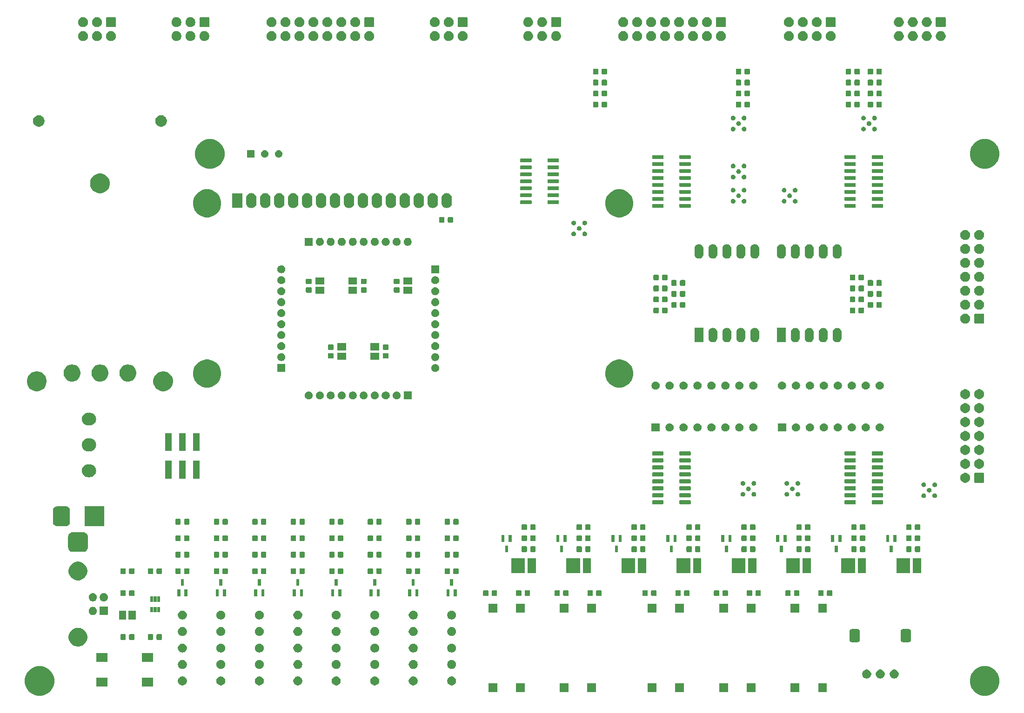
<source format=gts>
G04 #@! TF.GenerationSoftware,KiCad,Pcbnew,(5.1.6)-1*
G04 #@! TF.CreationDate,2021-10-19T00:56:07+07:00*
G04 #@! TF.ProjectId,digitalSystemBoard,64696769-7461-46c5-9379-7374656d426f,rev?*
G04 #@! TF.SameCoordinates,Original*
G04 #@! TF.FileFunction,Soldermask,Top*
G04 #@! TF.FilePolarity,Negative*
%FSLAX46Y46*%
G04 Gerber Fmt 4.6, Leading zero omitted, Abs format (unit mm)*
G04 Created by KiCad (PCBNEW (5.1.6)-1) date 2021-10-19 00:56:07*
%MOMM*%
%LPD*%
G01*
G04 APERTURE LIST*
%ADD10C,0.010000*%
%ADD11C,0.100000*%
G04 APERTURE END LIST*
D10*
G36*
X74124003Y-142500000D02*
G01*
X74575000Y-142500000D01*
X74575000Y-143401600D01*
X74124003Y-143401600D01*
X74124003Y-142500000D01*
G37*
X74124003Y-142500000D02*
X74575000Y-142500000D01*
X74575000Y-143401600D01*
X74124003Y-143401600D01*
X74124003Y-142500000D01*
G36*
X74774800Y-142500000D02*
G01*
X75225000Y-142500000D01*
X75225000Y-143401250D01*
X74774800Y-143401250D01*
X74774800Y-142500000D01*
G37*
X74774800Y-142500000D02*
X75225000Y-142500000D01*
X75225000Y-143401250D01*
X74774800Y-143401250D01*
X74774800Y-142500000D01*
G36*
X75425222Y-142500000D02*
G01*
X75875000Y-142500000D01*
X75875000Y-143400730D01*
X75425222Y-143400730D01*
X75425222Y-142500000D01*
G37*
X75425222Y-142500000D02*
X75875000Y-142500000D01*
X75875000Y-143400730D01*
X75425222Y-143400730D01*
X75425222Y-142500000D01*
G36*
X75426237Y-140600000D02*
G01*
X75875000Y-140600000D01*
X75875000Y-141498545D01*
X75426237Y-141498545D01*
X75426237Y-140600000D01*
G37*
X75426237Y-140600000D02*
X75875000Y-140600000D01*
X75875000Y-141498545D01*
X75426237Y-141498545D01*
X75426237Y-140600000D01*
G36*
X74774963Y-140600000D02*
G01*
X75225000Y-140600000D01*
X75225000Y-141499918D01*
X74774963Y-141499918D01*
X74774963Y-140600000D01*
G37*
X74774963Y-140600000D02*
X75225000Y-140600000D01*
X75225000Y-141499918D01*
X74774963Y-141499918D01*
X74774963Y-140600000D01*
G36*
X74123564Y-140600000D02*
G01*
X74575000Y-140600000D01*
X74575000Y-141499179D01*
X74123564Y-141499179D01*
X74123564Y-140600000D01*
G37*
X74123564Y-140600000D02*
X74575000Y-140600000D01*
X74575000Y-141499179D01*
X74123564Y-141499179D01*
X74123564Y-140600000D01*
D11*
G36*
X226787852Y-153402797D02*
G01*
X227279402Y-153606404D01*
X227279403Y-153606405D01*
X227721787Y-153901996D01*
X228098004Y-154278213D01*
X228248106Y-154502857D01*
X228393596Y-154720598D01*
X228597203Y-155212148D01*
X228701000Y-155733973D01*
X228701000Y-156266027D01*
X228597203Y-156787852D01*
X228393596Y-157279402D01*
X228393595Y-157279403D01*
X228098004Y-157721787D01*
X227721787Y-158098004D01*
X227426195Y-158295512D01*
X227279402Y-158393596D01*
X226787852Y-158597203D01*
X226266027Y-158701000D01*
X225733973Y-158701000D01*
X225212148Y-158597203D01*
X224720598Y-158393596D01*
X224573805Y-158295512D01*
X224278213Y-158098004D01*
X223901996Y-157721787D01*
X223606405Y-157279403D01*
X223606404Y-157279402D01*
X223402797Y-156787852D01*
X223299000Y-156266027D01*
X223299000Y-155733973D01*
X223402797Y-155212148D01*
X223606404Y-154720598D01*
X223751894Y-154502857D01*
X223901996Y-154278213D01*
X224278213Y-153901996D01*
X224720597Y-153606405D01*
X224720598Y-153606404D01*
X225212148Y-153402797D01*
X225733973Y-153299000D01*
X226266027Y-153299000D01*
X226787852Y-153402797D01*
G37*
G36*
X54787852Y-153402797D02*
G01*
X55279402Y-153606404D01*
X55279403Y-153606405D01*
X55721787Y-153901996D01*
X56098004Y-154278213D01*
X56248106Y-154502857D01*
X56393596Y-154720598D01*
X56597203Y-155212148D01*
X56701000Y-155733973D01*
X56701000Y-156266027D01*
X56597203Y-156787852D01*
X56393596Y-157279402D01*
X56393595Y-157279403D01*
X56098004Y-157721787D01*
X55721787Y-158098004D01*
X55426195Y-158295512D01*
X55279402Y-158393596D01*
X54787852Y-158597203D01*
X54266027Y-158701000D01*
X53733973Y-158701000D01*
X53212148Y-158597203D01*
X52720598Y-158393596D01*
X52573805Y-158295512D01*
X52278213Y-158098004D01*
X51901996Y-157721787D01*
X51606405Y-157279403D01*
X51606404Y-157279402D01*
X51402797Y-156787852D01*
X51299000Y-156266027D01*
X51299000Y-155733973D01*
X51402797Y-155212148D01*
X51606404Y-154720598D01*
X51751894Y-154502857D01*
X51901996Y-154278213D01*
X52278213Y-153901996D01*
X52720597Y-153606405D01*
X52720598Y-153606404D01*
X53212148Y-153402797D01*
X53733973Y-153299000D01*
X54266027Y-153299000D01*
X54787852Y-153402797D01*
G37*
G36*
X197301000Y-158051000D02*
G01*
X195699000Y-158051000D01*
X195699000Y-156449000D01*
X197301000Y-156449000D01*
X197301000Y-158051000D01*
G37*
G36*
X179301000Y-158051000D02*
G01*
X177699000Y-158051000D01*
X177699000Y-156449000D01*
X179301000Y-156449000D01*
X179301000Y-158051000D01*
G37*
G36*
X184301000Y-158051000D02*
G01*
X182699000Y-158051000D01*
X182699000Y-156449000D01*
X184301000Y-156449000D01*
X184301000Y-158051000D01*
G37*
G36*
X171301000Y-158051000D02*
G01*
X169699000Y-158051000D01*
X169699000Y-156449000D01*
X171301000Y-156449000D01*
X171301000Y-158051000D01*
G37*
G36*
X166301000Y-158051000D02*
G01*
X164699000Y-158051000D01*
X164699000Y-156449000D01*
X166301000Y-156449000D01*
X166301000Y-158051000D01*
G37*
G36*
X155301000Y-158051000D02*
G01*
X153699000Y-158051000D01*
X153699000Y-156449000D01*
X155301000Y-156449000D01*
X155301000Y-158051000D01*
G37*
G36*
X150301000Y-158051000D02*
G01*
X148699000Y-158051000D01*
X148699000Y-156449000D01*
X150301000Y-156449000D01*
X150301000Y-158051000D01*
G37*
G36*
X142301000Y-158051000D02*
G01*
X140699000Y-158051000D01*
X140699000Y-156449000D01*
X142301000Y-156449000D01*
X142301000Y-158051000D01*
G37*
G36*
X137301000Y-158051000D02*
G01*
X135699000Y-158051000D01*
X135699000Y-156449000D01*
X137301000Y-156449000D01*
X137301000Y-158051000D01*
G37*
G36*
X192301000Y-158051000D02*
G01*
X190699000Y-158051000D01*
X190699000Y-156449000D01*
X192301000Y-156449000D01*
X192301000Y-158051000D01*
G37*
G36*
X66401000Y-157051000D02*
G01*
X64299000Y-157051000D01*
X64299000Y-155449000D01*
X66401000Y-155449000D01*
X66401000Y-157051000D01*
G37*
G36*
X74701000Y-157051000D02*
G01*
X72599000Y-157051000D01*
X72599000Y-155449000D01*
X74701000Y-155449000D01*
X74701000Y-157051000D01*
G37*
G36*
X101237142Y-155218242D02*
G01*
X101385101Y-155279529D01*
X101518255Y-155368499D01*
X101631501Y-155481745D01*
X101720471Y-155614899D01*
X101781758Y-155762858D01*
X101813000Y-155919925D01*
X101813000Y-156080075D01*
X101781758Y-156237142D01*
X101720471Y-156385101D01*
X101631501Y-156518255D01*
X101518255Y-156631501D01*
X101385101Y-156720471D01*
X101237142Y-156781758D01*
X101080075Y-156813000D01*
X100919925Y-156813000D01*
X100762858Y-156781758D01*
X100614899Y-156720471D01*
X100481745Y-156631501D01*
X100368499Y-156518255D01*
X100279529Y-156385101D01*
X100218242Y-156237142D01*
X100187000Y-156080075D01*
X100187000Y-155919925D01*
X100218242Y-155762858D01*
X100279529Y-155614899D01*
X100368499Y-155481745D01*
X100481745Y-155368499D01*
X100614899Y-155279529D01*
X100762858Y-155218242D01*
X100919925Y-155187000D01*
X101080075Y-155187000D01*
X101237142Y-155218242D01*
G37*
G36*
X115237142Y-155218242D02*
G01*
X115385101Y-155279529D01*
X115518255Y-155368499D01*
X115631501Y-155481745D01*
X115720471Y-155614899D01*
X115781758Y-155762858D01*
X115813000Y-155919925D01*
X115813000Y-156080075D01*
X115781758Y-156237142D01*
X115720471Y-156385101D01*
X115631501Y-156518255D01*
X115518255Y-156631501D01*
X115385101Y-156720471D01*
X115237142Y-156781758D01*
X115080075Y-156813000D01*
X114919925Y-156813000D01*
X114762858Y-156781758D01*
X114614899Y-156720471D01*
X114481745Y-156631501D01*
X114368499Y-156518255D01*
X114279529Y-156385101D01*
X114218242Y-156237142D01*
X114187000Y-156080075D01*
X114187000Y-155919925D01*
X114218242Y-155762858D01*
X114279529Y-155614899D01*
X114368499Y-155481745D01*
X114481745Y-155368499D01*
X114614899Y-155279529D01*
X114762858Y-155218242D01*
X114919925Y-155187000D01*
X115080075Y-155187000D01*
X115237142Y-155218242D01*
G37*
G36*
X129237142Y-155218242D02*
G01*
X129385101Y-155279529D01*
X129518255Y-155368499D01*
X129631501Y-155481745D01*
X129720471Y-155614899D01*
X129781758Y-155762858D01*
X129813000Y-155919925D01*
X129813000Y-156080075D01*
X129781758Y-156237142D01*
X129720471Y-156385101D01*
X129631501Y-156518255D01*
X129518255Y-156631501D01*
X129385101Y-156720471D01*
X129237142Y-156781758D01*
X129080075Y-156813000D01*
X128919925Y-156813000D01*
X128762858Y-156781758D01*
X128614899Y-156720471D01*
X128481745Y-156631501D01*
X128368499Y-156518255D01*
X128279529Y-156385101D01*
X128218242Y-156237142D01*
X128187000Y-156080075D01*
X128187000Y-155919925D01*
X128218242Y-155762858D01*
X128279529Y-155614899D01*
X128368499Y-155481745D01*
X128481745Y-155368499D01*
X128614899Y-155279529D01*
X128762858Y-155218242D01*
X128919925Y-155187000D01*
X129080075Y-155187000D01*
X129237142Y-155218242D01*
G37*
G36*
X122237142Y-155218242D02*
G01*
X122385101Y-155279529D01*
X122518255Y-155368499D01*
X122631501Y-155481745D01*
X122720471Y-155614899D01*
X122781758Y-155762858D01*
X122813000Y-155919925D01*
X122813000Y-156080075D01*
X122781758Y-156237142D01*
X122720471Y-156385101D01*
X122631501Y-156518255D01*
X122518255Y-156631501D01*
X122385101Y-156720471D01*
X122237142Y-156781758D01*
X122080075Y-156813000D01*
X121919925Y-156813000D01*
X121762858Y-156781758D01*
X121614899Y-156720471D01*
X121481745Y-156631501D01*
X121368499Y-156518255D01*
X121279529Y-156385101D01*
X121218242Y-156237142D01*
X121187000Y-156080075D01*
X121187000Y-155919925D01*
X121218242Y-155762858D01*
X121279529Y-155614899D01*
X121368499Y-155481745D01*
X121481745Y-155368499D01*
X121614899Y-155279529D01*
X121762858Y-155218242D01*
X121919925Y-155187000D01*
X122080075Y-155187000D01*
X122237142Y-155218242D01*
G37*
G36*
X108237142Y-155218242D02*
G01*
X108385101Y-155279529D01*
X108518255Y-155368499D01*
X108631501Y-155481745D01*
X108720471Y-155614899D01*
X108781758Y-155762858D01*
X108813000Y-155919925D01*
X108813000Y-156080075D01*
X108781758Y-156237142D01*
X108720471Y-156385101D01*
X108631501Y-156518255D01*
X108518255Y-156631501D01*
X108385101Y-156720471D01*
X108237142Y-156781758D01*
X108080075Y-156813000D01*
X107919925Y-156813000D01*
X107762858Y-156781758D01*
X107614899Y-156720471D01*
X107481745Y-156631501D01*
X107368499Y-156518255D01*
X107279529Y-156385101D01*
X107218242Y-156237142D01*
X107187000Y-156080075D01*
X107187000Y-155919925D01*
X107218242Y-155762858D01*
X107279529Y-155614899D01*
X107368499Y-155481745D01*
X107481745Y-155368499D01*
X107614899Y-155279529D01*
X107762858Y-155218242D01*
X107919925Y-155187000D01*
X108080075Y-155187000D01*
X108237142Y-155218242D01*
G37*
G36*
X94237142Y-155218242D02*
G01*
X94385101Y-155279529D01*
X94518255Y-155368499D01*
X94631501Y-155481745D01*
X94720471Y-155614899D01*
X94781758Y-155762858D01*
X94813000Y-155919925D01*
X94813000Y-156080075D01*
X94781758Y-156237142D01*
X94720471Y-156385101D01*
X94631501Y-156518255D01*
X94518255Y-156631501D01*
X94385101Y-156720471D01*
X94237142Y-156781758D01*
X94080075Y-156813000D01*
X93919925Y-156813000D01*
X93762858Y-156781758D01*
X93614899Y-156720471D01*
X93481745Y-156631501D01*
X93368499Y-156518255D01*
X93279529Y-156385101D01*
X93218242Y-156237142D01*
X93187000Y-156080075D01*
X93187000Y-155919925D01*
X93218242Y-155762858D01*
X93279529Y-155614899D01*
X93368499Y-155481745D01*
X93481745Y-155368499D01*
X93614899Y-155279529D01*
X93762858Y-155218242D01*
X93919925Y-155187000D01*
X94080075Y-155187000D01*
X94237142Y-155218242D01*
G37*
G36*
X87237142Y-155218242D02*
G01*
X87385101Y-155279529D01*
X87518255Y-155368499D01*
X87631501Y-155481745D01*
X87720471Y-155614899D01*
X87781758Y-155762858D01*
X87813000Y-155919925D01*
X87813000Y-156080075D01*
X87781758Y-156237142D01*
X87720471Y-156385101D01*
X87631501Y-156518255D01*
X87518255Y-156631501D01*
X87385101Y-156720471D01*
X87237142Y-156781758D01*
X87080075Y-156813000D01*
X86919925Y-156813000D01*
X86762858Y-156781758D01*
X86614899Y-156720471D01*
X86481745Y-156631501D01*
X86368499Y-156518255D01*
X86279529Y-156385101D01*
X86218242Y-156237142D01*
X86187000Y-156080075D01*
X86187000Y-155919925D01*
X86218242Y-155762858D01*
X86279529Y-155614899D01*
X86368499Y-155481745D01*
X86481745Y-155368499D01*
X86614899Y-155279529D01*
X86762858Y-155218242D01*
X86919925Y-155187000D01*
X87080075Y-155187000D01*
X87237142Y-155218242D01*
G37*
G36*
X80237142Y-155218242D02*
G01*
X80385101Y-155279529D01*
X80518255Y-155368499D01*
X80631501Y-155481745D01*
X80720471Y-155614899D01*
X80781758Y-155762858D01*
X80813000Y-155919925D01*
X80813000Y-156080075D01*
X80781758Y-156237142D01*
X80720471Y-156385101D01*
X80631501Y-156518255D01*
X80518255Y-156631501D01*
X80385101Y-156720471D01*
X80237142Y-156781758D01*
X80080075Y-156813000D01*
X79919925Y-156813000D01*
X79762858Y-156781758D01*
X79614899Y-156720471D01*
X79481745Y-156631501D01*
X79368499Y-156518255D01*
X79279529Y-156385101D01*
X79218242Y-156237142D01*
X79187000Y-156080075D01*
X79187000Y-155919925D01*
X79218242Y-155762858D01*
X79279529Y-155614899D01*
X79368499Y-155481745D01*
X79481745Y-155368499D01*
X79614899Y-155279529D01*
X79762858Y-155218242D01*
X79919925Y-155187000D01*
X80080075Y-155187000D01*
X80237142Y-155218242D01*
G37*
G36*
X204777142Y-153958242D02*
G01*
X204925101Y-154019529D01*
X205058255Y-154108499D01*
X205171501Y-154221745D01*
X205260471Y-154354899D01*
X205321758Y-154502858D01*
X205353000Y-154659925D01*
X205353000Y-154820075D01*
X205321758Y-154977142D01*
X205260471Y-155125101D01*
X205171501Y-155258255D01*
X205058255Y-155371501D01*
X204925101Y-155460471D01*
X204777142Y-155521758D01*
X204620075Y-155553000D01*
X204459925Y-155553000D01*
X204302858Y-155521758D01*
X204154899Y-155460471D01*
X204021745Y-155371501D01*
X203908499Y-155258255D01*
X203819529Y-155125101D01*
X203758242Y-154977142D01*
X203727000Y-154820075D01*
X203727000Y-154659925D01*
X203758242Y-154502858D01*
X203819529Y-154354899D01*
X203908499Y-154221745D01*
X204021745Y-154108499D01*
X204154899Y-154019529D01*
X204302858Y-153958242D01*
X204459925Y-153927000D01*
X204620075Y-153927000D01*
X204777142Y-153958242D01*
G37*
G36*
X207237142Y-153958242D02*
G01*
X207385101Y-154019529D01*
X207518255Y-154108499D01*
X207631501Y-154221745D01*
X207720471Y-154354899D01*
X207781758Y-154502858D01*
X207813000Y-154659925D01*
X207813000Y-154820075D01*
X207781758Y-154977142D01*
X207720471Y-155125101D01*
X207631501Y-155258255D01*
X207518255Y-155371501D01*
X207385101Y-155460471D01*
X207237142Y-155521758D01*
X207080075Y-155553000D01*
X206919925Y-155553000D01*
X206762858Y-155521758D01*
X206614899Y-155460471D01*
X206481745Y-155371501D01*
X206368499Y-155258255D01*
X206279529Y-155125101D01*
X206218242Y-154977142D01*
X206187000Y-154820075D01*
X206187000Y-154659925D01*
X206218242Y-154502858D01*
X206279529Y-154354899D01*
X206368499Y-154221745D01*
X206481745Y-154108499D01*
X206614899Y-154019529D01*
X206762858Y-153958242D01*
X206919925Y-153927000D01*
X207080075Y-153927000D01*
X207237142Y-153958242D01*
G37*
G36*
X209777142Y-153958242D02*
G01*
X209925101Y-154019529D01*
X210058255Y-154108499D01*
X210171501Y-154221745D01*
X210260471Y-154354899D01*
X210321758Y-154502858D01*
X210353000Y-154659925D01*
X210353000Y-154820075D01*
X210321758Y-154977142D01*
X210260471Y-155125101D01*
X210171501Y-155258255D01*
X210058255Y-155371501D01*
X209925101Y-155460471D01*
X209777142Y-155521758D01*
X209620075Y-155553000D01*
X209459925Y-155553000D01*
X209302858Y-155521758D01*
X209154899Y-155460471D01*
X209021745Y-155371501D01*
X208908499Y-155258255D01*
X208819529Y-155125101D01*
X208758242Y-154977142D01*
X208727000Y-154820075D01*
X208727000Y-154659925D01*
X208758242Y-154502858D01*
X208819529Y-154354899D01*
X208908499Y-154221745D01*
X209021745Y-154108499D01*
X209154899Y-154019529D01*
X209302858Y-153958242D01*
X209459925Y-153927000D01*
X209620075Y-153927000D01*
X209777142Y-153958242D01*
G37*
G36*
X115237142Y-152218242D02*
G01*
X115385101Y-152279529D01*
X115518255Y-152368499D01*
X115631501Y-152481745D01*
X115720471Y-152614899D01*
X115781758Y-152762858D01*
X115813000Y-152919925D01*
X115813000Y-153080075D01*
X115781758Y-153237142D01*
X115720471Y-153385101D01*
X115631501Y-153518255D01*
X115518255Y-153631501D01*
X115385101Y-153720471D01*
X115237142Y-153781758D01*
X115080075Y-153813000D01*
X114919925Y-153813000D01*
X114762858Y-153781758D01*
X114614899Y-153720471D01*
X114481745Y-153631501D01*
X114368499Y-153518255D01*
X114279529Y-153385101D01*
X114218242Y-153237142D01*
X114187000Y-153080075D01*
X114187000Y-152919925D01*
X114218242Y-152762858D01*
X114279529Y-152614899D01*
X114368499Y-152481745D01*
X114481745Y-152368499D01*
X114614899Y-152279529D01*
X114762858Y-152218242D01*
X114919925Y-152187000D01*
X115080075Y-152187000D01*
X115237142Y-152218242D01*
G37*
G36*
X122237142Y-152218242D02*
G01*
X122385101Y-152279529D01*
X122518255Y-152368499D01*
X122631501Y-152481745D01*
X122720471Y-152614899D01*
X122781758Y-152762858D01*
X122813000Y-152919925D01*
X122813000Y-153080075D01*
X122781758Y-153237142D01*
X122720471Y-153385101D01*
X122631501Y-153518255D01*
X122518255Y-153631501D01*
X122385101Y-153720471D01*
X122237142Y-153781758D01*
X122080075Y-153813000D01*
X121919925Y-153813000D01*
X121762858Y-153781758D01*
X121614899Y-153720471D01*
X121481745Y-153631501D01*
X121368499Y-153518255D01*
X121279529Y-153385101D01*
X121218242Y-153237142D01*
X121187000Y-153080075D01*
X121187000Y-152919925D01*
X121218242Y-152762858D01*
X121279529Y-152614899D01*
X121368499Y-152481745D01*
X121481745Y-152368499D01*
X121614899Y-152279529D01*
X121762858Y-152218242D01*
X121919925Y-152187000D01*
X122080075Y-152187000D01*
X122237142Y-152218242D01*
G37*
G36*
X129237142Y-152218242D02*
G01*
X129385101Y-152279529D01*
X129518255Y-152368499D01*
X129631501Y-152481745D01*
X129720471Y-152614899D01*
X129781758Y-152762858D01*
X129813000Y-152919925D01*
X129813000Y-153080075D01*
X129781758Y-153237142D01*
X129720471Y-153385101D01*
X129631501Y-153518255D01*
X129518255Y-153631501D01*
X129385101Y-153720471D01*
X129237142Y-153781758D01*
X129080075Y-153813000D01*
X128919925Y-153813000D01*
X128762858Y-153781758D01*
X128614899Y-153720471D01*
X128481745Y-153631501D01*
X128368499Y-153518255D01*
X128279529Y-153385101D01*
X128218242Y-153237142D01*
X128187000Y-153080075D01*
X128187000Y-152919925D01*
X128218242Y-152762858D01*
X128279529Y-152614899D01*
X128368499Y-152481745D01*
X128481745Y-152368499D01*
X128614899Y-152279529D01*
X128762858Y-152218242D01*
X128919925Y-152187000D01*
X129080075Y-152187000D01*
X129237142Y-152218242D01*
G37*
G36*
X108237142Y-152218242D02*
G01*
X108385101Y-152279529D01*
X108518255Y-152368499D01*
X108631501Y-152481745D01*
X108720471Y-152614899D01*
X108781758Y-152762858D01*
X108813000Y-152919925D01*
X108813000Y-153080075D01*
X108781758Y-153237142D01*
X108720471Y-153385101D01*
X108631501Y-153518255D01*
X108518255Y-153631501D01*
X108385101Y-153720471D01*
X108237142Y-153781758D01*
X108080075Y-153813000D01*
X107919925Y-153813000D01*
X107762858Y-153781758D01*
X107614899Y-153720471D01*
X107481745Y-153631501D01*
X107368499Y-153518255D01*
X107279529Y-153385101D01*
X107218242Y-153237142D01*
X107187000Y-153080075D01*
X107187000Y-152919925D01*
X107218242Y-152762858D01*
X107279529Y-152614899D01*
X107368499Y-152481745D01*
X107481745Y-152368499D01*
X107614899Y-152279529D01*
X107762858Y-152218242D01*
X107919925Y-152187000D01*
X108080075Y-152187000D01*
X108237142Y-152218242D01*
G37*
G36*
X101237142Y-152218242D02*
G01*
X101385101Y-152279529D01*
X101518255Y-152368499D01*
X101631501Y-152481745D01*
X101720471Y-152614899D01*
X101781758Y-152762858D01*
X101813000Y-152919925D01*
X101813000Y-153080075D01*
X101781758Y-153237142D01*
X101720471Y-153385101D01*
X101631501Y-153518255D01*
X101518255Y-153631501D01*
X101385101Y-153720471D01*
X101237142Y-153781758D01*
X101080075Y-153813000D01*
X100919925Y-153813000D01*
X100762858Y-153781758D01*
X100614899Y-153720471D01*
X100481745Y-153631501D01*
X100368499Y-153518255D01*
X100279529Y-153385101D01*
X100218242Y-153237142D01*
X100187000Y-153080075D01*
X100187000Y-152919925D01*
X100218242Y-152762858D01*
X100279529Y-152614899D01*
X100368499Y-152481745D01*
X100481745Y-152368499D01*
X100614899Y-152279529D01*
X100762858Y-152218242D01*
X100919925Y-152187000D01*
X101080075Y-152187000D01*
X101237142Y-152218242D01*
G37*
G36*
X94237142Y-152218242D02*
G01*
X94385101Y-152279529D01*
X94518255Y-152368499D01*
X94631501Y-152481745D01*
X94720471Y-152614899D01*
X94781758Y-152762858D01*
X94813000Y-152919925D01*
X94813000Y-153080075D01*
X94781758Y-153237142D01*
X94720471Y-153385101D01*
X94631501Y-153518255D01*
X94518255Y-153631501D01*
X94385101Y-153720471D01*
X94237142Y-153781758D01*
X94080075Y-153813000D01*
X93919925Y-153813000D01*
X93762858Y-153781758D01*
X93614899Y-153720471D01*
X93481745Y-153631501D01*
X93368499Y-153518255D01*
X93279529Y-153385101D01*
X93218242Y-153237142D01*
X93187000Y-153080075D01*
X93187000Y-152919925D01*
X93218242Y-152762858D01*
X93279529Y-152614899D01*
X93368499Y-152481745D01*
X93481745Y-152368499D01*
X93614899Y-152279529D01*
X93762858Y-152218242D01*
X93919925Y-152187000D01*
X94080075Y-152187000D01*
X94237142Y-152218242D01*
G37*
G36*
X87237142Y-152218242D02*
G01*
X87385101Y-152279529D01*
X87518255Y-152368499D01*
X87631501Y-152481745D01*
X87720471Y-152614899D01*
X87781758Y-152762858D01*
X87813000Y-152919925D01*
X87813000Y-153080075D01*
X87781758Y-153237142D01*
X87720471Y-153385101D01*
X87631501Y-153518255D01*
X87518255Y-153631501D01*
X87385101Y-153720471D01*
X87237142Y-153781758D01*
X87080075Y-153813000D01*
X86919925Y-153813000D01*
X86762858Y-153781758D01*
X86614899Y-153720471D01*
X86481745Y-153631501D01*
X86368499Y-153518255D01*
X86279529Y-153385101D01*
X86218242Y-153237142D01*
X86187000Y-153080075D01*
X86187000Y-152919925D01*
X86218242Y-152762858D01*
X86279529Y-152614899D01*
X86368499Y-152481745D01*
X86481745Y-152368499D01*
X86614899Y-152279529D01*
X86762858Y-152218242D01*
X86919925Y-152187000D01*
X87080075Y-152187000D01*
X87237142Y-152218242D01*
G37*
G36*
X80237142Y-152218242D02*
G01*
X80385101Y-152279529D01*
X80518255Y-152368499D01*
X80631501Y-152481745D01*
X80720471Y-152614899D01*
X80781758Y-152762858D01*
X80813000Y-152919925D01*
X80813000Y-153080075D01*
X80781758Y-153237142D01*
X80720471Y-153385101D01*
X80631501Y-153518255D01*
X80518255Y-153631501D01*
X80385101Y-153720471D01*
X80237142Y-153781758D01*
X80080075Y-153813000D01*
X79919925Y-153813000D01*
X79762858Y-153781758D01*
X79614899Y-153720471D01*
X79481745Y-153631501D01*
X79368499Y-153518255D01*
X79279529Y-153385101D01*
X79218242Y-153237142D01*
X79187000Y-153080075D01*
X79187000Y-152919925D01*
X79218242Y-152762858D01*
X79279529Y-152614899D01*
X79368499Y-152481745D01*
X79481745Y-152368499D01*
X79614899Y-152279529D01*
X79762858Y-152218242D01*
X79919925Y-152187000D01*
X80080075Y-152187000D01*
X80237142Y-152218242D01*
G37*
G36*
X66401000Y-152551000D02*
G01*
X64299000Y-152551000D01*
X64299000Y-150949000D01*
X66401000Y-150949000D01*
X66401000Y-152551000D01*
G37*
G36*
X74701000Y-152551000D02*
G01*
X72599000Y-152551000D01*
X72599000Y-150949000D01*
X74701000Y-150949000D01*
X74701000Y-152551000D01*
G37*
G36*
X94237142Y-149218242D02*
G01*
X94385101Y-149279529D01*
X94518255Y-149368499D01*
X94631501Y-149481745D01*
X94720471Y-149614899D01*
X94781758Y-149762858D01*
X94813000Y-149919925D01*
X94813000Y-150080075D01*
X94781758Y-150237142D01*
X94720471Y-150385101D01*
X94631501Y-150518255D01*
X94518255Y-150631501D01*
X94385101Y-150720471D01*
X94237142Y-150781758D01*
X94080075Y-150813000D01*
X93919925Y-150813000D01*
X93762858Y-150781758D01*
X93614899Y-150720471D01*
X93481745Y-150631501D01*
X93368499Y-150518255D01*
X93279529Y-150385101D01*
X93218242Y-150237142D01*
X93187000Y-150080075D01*
X93187000Y-149919925D01*
X93218242Y-149762858D01*
X93279529Y-149614899D01*
X93368499Y-149481745D01*
X93481745Y-149368499D01*
X93614899Y-149279529D01*
X93762858Y-149218242D01*
X93919925Y-149187000D01*
X94080075Y-149187000D01*
X94237142Y-149218242D01*
G37*
G36*
X108237142Y-149218242D02*
G01*
X108385101Y-149279529D01*
X108518255Y-149368499D01*
X108631501Y-149481745D01*
X108720471Y-149614899D01*
X108781758Y-149762858D01*
X108813000Y-149919925D01*
X108813000Y-150080075D01*
X108781758Y-150237142D01*
X108720471Y-150385101D01*
X108631501Y-150518255D01*
X108518255Y-150631501D01*
X108385101Y-150720471D01*
X108237142Y-150781758D01*
X108080075Y-150813000D01*
X107919925Y-150813000D01*
X107762858Y-150781758D01*
X107614899Y-150720471D01*
X107481745Y-150631501D01*
X107368499Y-150518255D01*
X107279529Y-150385101D01*
X107218242Y-150237142D01*
X107187000Y-150080075D01*
X107187000Y-149919925D01*
X107218242Y-149762858D01*
X107279529Y-149614899D01*
X107368499Y-149481745D01*
X107481745Y-149368499D01*
X107614899Y-149279529D01*
X107762858Y-149218242D01*
X107919925Y-149187000D01*
X108080075Y-149187000D01*
X108237142Y-149218242D01*
G37*
G36*
X122237142Y-149218242D02*
G01*
X122385101Y-149279529D01*
X122518255Y-149368499D01*
X122631501Y-149481745D01*
X122720471Y-149614899D01*
X122781758Y-149762858D01*
X122813000Y-149919925D01*
X122813000Y-150080075D01*
X122781758Y-150237142D01*
X122720471Y-150385101D01*
X122631501Y-150518255D01*
X122518255Y-150631501D01*
X122385101Y-150720471D01*
X122237142Y-150781758D01*
X122080075Y-150813000D01*
X121919925Y-150813000D01*
X121762858Y-150781758D01*
X121614899Y-150720471D01*
X121481745Y-150631501D01*
X121368499Y-150518255D01*
X121279529Y-150385101D01*
X121218242Y-150237142D01*
X121187000Y-150080075D01*
X121187000Y-149919925D01*
X121218242Y-149762858D01*
X121279529Y-149614899D01*
X121368499Y-149481745D01*
X121481745Y-149368499D01*
X121614899Y-149279529D01*
X121762858Y-149218242D01*
X121919925Y-149187000D01*
X122080075Y-149187000D01*
X122237142Y-149218242D01*
G37*
G36*
X101237142Y-149218242D02*
G01*
X101385101Y-149279529D01*
X101518255Y-149368499D01*
X101631501Y-149481745D01*
X101720471Y-149614899D01*
X101781758Y-149762858D01*
X101813000Y-149919925D01*
X101813000Y-150080075D01*
X101781758Y-150237142D01*
X101720471Y-150385101D01*
X101631501Y-150518255D01*
X101518255Y-150631501D01*
X101385101Y-150720471D01*
X101237142Y-150781758D01*
X101080075Y-150813000D01*
X100919925Y-150813000D01*
X100762858Y-150781758D01*
X100614899Y-150720471D01*
X100481745Y-150631501D01*
X100368499Y-150518255D01*
X100279529Y-150385101D01*
X100218242Y-150237142D01*
X100187000Y-150080075D01*
X100187000Y-149919925D01*
X100218242Y-149762858D01*
X100279529Y-149614899D01*
X100368499Y-149481745D01*
X100481745Y-149368499D01*
X100614899Y-149279529D01*
X100762858Y-149218242D01*
X100919925Y-149187000D01*
X101080075Y-149187000D01*
X101237142Y-149218242D01*
G37*
G36*
X115237142Y-149218242D02*
G01*
X115385101Y-149279529D01*
X115518255Y-149368499D01*
X115631501Y-149481745D01*
X115720471Y-149614899D01*
X115781758Y-149762858D01*
X115813000Y-149919925D01*
X115813000Y-150080075D01*
X115781758Y-150237142D01*
X115720471Y-150385101D01*
X115631501Y-150518255D01*
X115518255Y-150631501D01*
X115385101Y-150720471D01*
X115237142Y-150781758D01*
X115080075Y-150813000D01*
X114919925Y-150813000D01*
X114762858Y-150781758D01*
X114614899Y-150720471D01*
X114481745Y-150631501D01*
X114368499Y-150518255D01*
X114279529Y-150385101D01*
X114218242Y-150237142D01*
X114187000Y-150080075D01*
X114187000Y-149919925D01*
X114218242Y-149762858D01*
X114279529Y-149614899D01*
X114368499Y-149481745D01*
X114481745Y-149368499D01*
X114614899Y-149279529D01*
X114762858Y-149218242D01*
X114919925Y-149187000D01*
X115080075Y-149187000D01*
X115237142Y-149218242D01*
G37*
G36*
X80237142Y-149218242D02*
G01*
X80385101Y-149279529D01*
X80518255Y-149368499D01*
X80631501Y-149481745D01*
X80720471Y-149614899D01*
X80781758Y-149762858D01*
X80813000Y-149919925D01*
X80813000Y-150080075D01*
X80781758Y-150237142D01*
X80720471Y-150385101D01*
X80631501Y-150518255D01*
X80518255Y-150631501D01*
X80385101Y-150720471D01*
X80237142Y-150781758D01*
X80080075Y-150813000D01*
X79919925Y-150813000D01*
X79762858Y-150781758D01*
X79614899Y-150720471D01*
X79481745Y-150631501D01*
X79368499Y-150518255D01*
X79279529Y-150385101D01*
X79218242Y-150237142D01*
X79187000Y-150080075D01*
X79187000Y-149919925D01*
X79218242Y-149762858D01*
X79279529Y-149614899D01*
X79368499Y-149481745D01*
X79481745Y-149368499D01*
X79614899Y-149279529D01*
X79762858Y-149218242D01*
X79919925Y-149187000D01*
X80080075Y-149187000D01*
X80237142Y-149218242D01*
G37*
G36*
X87237142Y-149218242D02*
G01*
X87385101Y-149279529D01*
X87518255Y-149368499D01*
X87631501Y-149481745D01*
X87720471Y-149614899D01*
X87781758Y-149762858D01*
X87813000Y-149919925D01*
X87813000Y-150080075D01*
X87781758Y-150237142D01*
X87720471Y-150385101D01*
X87631501Y-150518255D01*
X87518255Y-150631501D01*
X87385101Y-150720471D01*
X87237142Y-150781758D01*
X87080075Y-150813000D01*
X86919925Y-150813000D01*
X86762858Y-150781758D01*
X86614899Y-150720471D01*
X86481745Y-150631501D01*
X86368499Y-150518255D01*
X86279529Y-150385101D01*
X86218242Y-150237142D01*
X86187000Y-150080075D01*
X86187000Y-149919925D01*
X86218242Y-149762858D01*
X86279529Y-149614899D01*
X86368499Y-149481745D01*
X86481745Y-149368499D01*
X86614899Y-149279529D01*
X86762858Y-149218242D01*
X86919925Y-149187000D01*
X87080075Y-149187000D01*
X87237142Y-149218242D01*
G37*
G36*
X129237142Y-149218242D02*
G01*
X129385101Y-149279529D01*
X129518255Y-149368499D01*
X129631501Y-149481745D01*
X129720471Y-149614899D01*
X129781758Y-149762858D01*
X129813000Y-149919925D01*
X129813000Y-150080075D01*
X129781758Y-150237142D01*
X129720471Y-150385101D01*
X129631501Y-150518255D01*
X129518255Y-150631501D01*
X129385101Y-150720471D01*
X129237142Y-150781758D01*
X129080075Y-150813000D01*
X128919925Y-150813000D01*
X128762858Y-150781758D01*
X128614899Y-150720471D01*
X128481745Y-150631501D01*
X128368499Y-150518255D01*
X128279529Y-150385101D01*
X128218242Y-150237142D01*
X128187000Y-150080075D01*
X128187000Y-149919925D01*
X128218242Y-149762858D01*
X128279529Y-149614899D01*
X128368499Y-149481745D01*
X128481745Y-149368499D01*
X128614899Y-149279529D01*
X128762858Y-149218242D01*
X128919925Y-149187000D01*
X129080075Y-149187000D01*
X129237142Y-149218242D01*
G37*
G36*
X61498496Y-146376675D02*
G01*
X61752156Y-146481745D01*
X61809515Y-146505504D01*
X62089424Y-146692533D01*
X62327467Y-146930576D01*
X62514496Y-147210485D01*
X62514497Y-147210487D01*
X62643325Y-147521504D01*
X62709000Y-147851677D01*
X62709000Y-148188323D01*
X62643325Y-148518496D01*
X62518600Y-148819608D01*
X62514496Y-148829515D01*
X62327467Y-149109424D01*
X62089424Y-149347467D01*
X61809515Y-149534496D01*
X61809514Y-149534497D01*
X61809513Y-149534497D01*
X61498496Y-149663325D01*
X61168323Y-149729000D01*
X60831677Y-149729000D01*
X60501504Y-149663325D01*
X60190487Y-149534497D01*
X60190486Y-149534497D01*
X60190485Y-149534496D01*
X59910576Y-149347467D01*
X59672533Y-149109424D01*
X59485504Y-148829515D01*
X59481400Y-148819608D01*
X59356675Y-148518496D01*
X59291000Y-148188323D01*
X59291000Y-147851677D01*
X59356675Y-147521504D01*
X59485503Y-147210487D01*
X59485504Y-147210485D01*
X59672533Y-146930576D01*
X59910576Y-146692533D01*
X60190485Y-146505504D01*
X60247844Y-146481745D01*
X60501504Y-146376675D01*
X60831677Y-146311000D01*
X61168323Y-146311000D01*
X61498496Y-146376675D01*
G37*
G36*
X212268455Y-146547528D02*
G01*
X212345812Y-146570995D01*
X212417117Y-146609108D01*
X212479608Y-146660392D01*
X212530892Y-146722883D01*
X212569005Y-146794188D01*
X212592472Y-146871545D01*
X212601000Y-146958140D01*
X212601000Y-148521860D01*
X212592472Y-148608455D01*
X212569005Y-148685812D01*
X212530892Y-148757117D01*
X212479608Y-148819608D01*
X212417117Y-148870892D01*
X212345812Y-148909005D01*
X212268455Y-148932472D01*
X212181860Y-148941000D01*
X211118140Y-148941000D01*
X211031545Y-148932472D01*
X210954188Y-148909005D01*
X210882883Y-148870892D01*
X210820392Y-148819608D01*
X210769108Y-148757117D01*
X210730995Y-148685812D01*
X210707528Y-148608455D01*
X210699000Y-148521860D01*
X210699000Y-146958140D01*
X210707528Y-146871545D01*
X210730995Y-146794188D01*
X210769108Y-146722883D01*
X210820392Y-146660392D01*
X210882883Y-146609108D01*
X210954188Y-146570995D01*
X211031545Y-146547528D01*
X211118140Y-146539000D01*
X212181860Y-146539000D01*
X212268455Y-146547528D01*
G37*
G36*
X202968455Y-146547528D02*
G01*
X203045812Y-146570995D01*
X203117117Y-146609108D01*
X203179608Y-146660392D01*
X203230892Y-146722883D01*
X203269005Y-146794188D01*
X203292472Y-146871545D01*
X203301000Y-146958140D01*
X203301000Y-148521860D01*
X203292472Y-148608455D01*
X203269005Y-148685812D01*
X203230892Y-148757117D01*
X203179608Y-148819608D01*
X203117117Y-148870892D01*
X203045812Y-148909005D01*
X202968455Y-148932472D01*
X202881860Y-148941000D01*
X201818140Y-148941000D01*
X201731545Y-148932472D01*
X201654188Y-148909005D01*
X201582883Y-148870892D01*
X201520392Y-148819608D01*
X201469108Y-148757117D01*
X201430995Y-148685812D01*
X201407528Y-148608455D01*
X201399000Y-148521860D01*
X201399000Y-146958140D01*
X201407528Y-146871545D01*
X201430995Y-146794188D01*
X201469108Y-146722883D01*
X201520392Y-146660392D01*
X201582883Y-146609108D01*
X201654188Y-146570995D01*
X201731545Y-146547528D01*
X201818140Y-146539000D01*
X202881860Y-146539000D01*
X202968455Y-146547528D01*
G37*
G36*
X76129591Y-147478085D02*
G01*
X76163569Y-147488393D01*
X76194890Y-147505134D01*
X76222339Y-147527661D01*
X76244866Y-147555110D01*
X76261607Y-147586431D01*
X76271915Y-147620409D01*
X76276000Y-147661890D01*
X76276000Y-148338110D01*
X76271915Y-148379591D01*
X76261607Y-148413569D01*
X76244866Y-148444890D01*
X76222339Y-148472339D01*
X76194890Y-148494866D01*
X76163569Y-148511607D01*
X76129591Y-148521915D01*
X76088110Y-148526000D01*
X75486890Y-148526000D01*
X75445409Y-148521915D01*
X75411431Y-148511607D01*
X75380110Y-148494866D01*
X75352661Y-148472339D01*
X75330134Y-148444890D01*
X75313393Y-148413569D01*
X75303085Y-148379591D01*
X75299000Y-148338110D01*
X75299000Y-147661890D01*
X75303085Y-147620409D01*
X75313393Y-147586431D01*
X75330134Y-147555110D01*
X75352661Y-147527661D01*
X75380110Y-147505134D01*
X75411431Y-147488393D01*
X75445409Y-147478085D01*
X75486890Y-147474000D01*
X76088110Y-147474000D01*
X76129591Y-147478085D01*
G37*
G36*
X74554591Y-147478085D02*
G01*
X74588569Y-147488393D01*
X74619890Y-147505134D01*
X74647339Y-147527661D01*
X74669866Y-147555110D01*
X74686607Y-147586431D01*
X74696915Y-147620409D01*
X74701000Y-147661890D01*
X74701000Y-148338110D01*
X74696915Y-148379591D01*
X74686607Y-148413569D01*
X74669866Y-148444890D01*
X74647339Y-148472339D01*
X74619890Y-148494866D01*
X74588569Y-148511607D01*
X74554591Y-148521915D01*
X74513110Y-148526000D01*
X73911890Y-148526000D01*
X73870409Y-148521915D01*
X73836431Y-148511607D01*
X73805110Y-148494866D01*
X73777661Y-148472339D01*
X73755134Y-148444890D01*
X73738393Y-148413569D01*
X73728085Y-148379591D01*
X73724000Y-148338110D01*
X73724000Y-147661890D01*
X73728085Y-147620409D01*
X73738393Y-147586431D01*
X73755134Y-147555110D01*
X73777661Y-147527661D01*
X73805110Y-147505134D01*
X73836431Y-147488393D01*
X73870409Y-147478085D01*
X73911890Y-147474000D01*
X74513110Y-147474000D01*
X74554591Y-147478085D01*
G37*
G36*
X69554591Y-147478085D02*
G01*
X69588569Y-147488393D01*
X69619890Y-147505134D01*
X69647339Y-147527661D01*
X69669866Y-147555110D01*
X69686607Y-147586431D01*
X69696915Y-147620409D01*
X69701000Y-147661890D01*
X69701000Y-148338110D01*
X69696915Y-148379591D01*
X69686607Y-148413569D01*
X69669866Y-148444890D01*
X69647339Y-148472339D01*
X69619890Y-148494866D01*
X69588569Y-148511607D01*
X69554591Y-148521915D01*
X69513110Y-148526000D01*
X68911890Y-148526000D01*
X68870409Y-148521915D01*
X68836431Y-148511607D01*
X68805110Y-148494866D01*
X68777661Y-148472339D01*
X68755134Y-148444890D01*
X68738393Y-148413569D01*
X68728085Y-148379591D01*
X68724000Y-148338110D01*
X68724000Y-147661890D01*
X68728085Y-147620409D01*
X68738393Y-147586431D01*
X68755134Y-147555110D01*
X68777661Y-147527661D01*
X68805110Y-147505134D01*
X68836431Y-147488393D01*
X68870409Y-147478085D01*
X68911890Y-147474000D01*
X69513110Y-147474000D01*
X69554591Y-147478085D01*
G37*
G36*
X71129591Y-147478085D02*
G01*
X71163569Y-147488393D01*
X71194890Y-147505134D01*
X71222339Y-147527661D01*
X71244866Y-147555110D01*
X71261607Y-147586431D01*
X71271915Y-147620409D01*
X71276000Y-147661890D01*
X71276000Y-148338110D01*
X71271915Y-148379591D01*
X71261607Y-148413569D01*
X71244866Y-148444890D01*
X71222339Y-148472339D01*
X71194890Y-148494866D01*
X71163569Y-148511607D01*
X71129591Y-148521915D01*
X71088110Y-148526000D01*
X70486890Y-148526000D01*
X70445409Y-148521915D01*
X70411431Y-148511607D01*
X70380110Y-148494866D01*
X70352661Y-148472339D01*
X70330134Y-148444890D01*
X70313393Y-148413569D01*
X70303085Y-148379591D01*
X70299000Y-148338110D01*
X70299000Y-147661890D01*
X70303085Y-147620409D01*
X70313393Y-147586431D01*
X70330134Y-147555110D01*
X70352661Y-147527661D01*
X70380110Y-147505134D01*
X70411431Y-147488393D01*
X70445409Y-147478085D01*
X70486890Y-147474000D01*
X71088110Y-147474000D01*
X71129591Y-147478085D01*
G37*
G36*
X101237142Y-146218242D02*
G01*
X101385101Y-146279529D01*
X101518255Y-146368499D01*
X101631501Y-146481745D01*
X101720471Y-146614899D01*
X101781758Y-146762858D01*
X101813000Y-146919925D01*
X101813000Y-147080075D01*
X101781758Y-147237142D01*
X101720471Y-147385101D01*
X101631501Y-147518255D01*
X101518255Y-147631501D01*
X101385101Y-147720471D01*
X101237142Y-147781758D01*
X101080075Y-147813000D01*
X100919925Y-147813000D01*
X100762858Y-147781758D01*
X100614899Y-147720471D01*
X100481745Y-147631501D01*
X100368499Y-147518255D01*
X100279529Y-147385101D01*
X100218242Y-147237142D01*
X100187000Y-147080075D01*
X100187000Y-146919925D01*
X100218242Y-146762858D01*
X100279529Y-146614899D01*
X100368499Y-146481745D01*
X100481745Y-146368499D01*
X100614899Y-146279529D01*
X100762858Y-146218242D01*
X100919925Y-146187000D01*
X101080075Y-146187000D01*
X101237142Y-146218242D01*
G37*
G36*
X94237142Y-146218242D02*
G01*
X94385101Y-146279529D01*
X94518255Y-146368499D01*
X94631501Y-146481745D01*
X94720471Y-146614899D01*
X94781758Y-146762858D01*
X94813000Y-146919925D01*
X94813000Y-147080075D01*
X94781758Y-147237142D01*
X94720471Y-147385101D01*
X94631501Y-147518255D01*
X94518255Y-147631501D01*
X94385101Y-147720471D01*
X94237142Y-147781758D01*
X94080075Y-147813000D01*
X93919925Y-147813000D01*
X93762858Y-147781758D01*
X93614899Y-147720471D01*
X93481745Y-147631501D01*
X93368499Y-147518255D01*
X93279529Y-147385101D01*
X93218242Y-147237142D01*
X93187000Y-147080075D01*
X93187000Y-146919925D01*
X93218242Y-146762858D01*
X93279529Y-146614899D01*
X93368499Y-146481745D01*
X93481745Y-146368499D01*
X93614899Y-146279529D01*
X93762858Y-146218242D01*
X93919925Y-146187000D01*
X94080075Y-146187000D01*
X94237142Y-146218242D01*
G37*
G36*
X87237142Y-146218242D02*
G01*
X87385101Y-146279529D01*
X87518255Y-146368499D01*
X87631501Y-146481745D01*
X87720471Y-146614899D01*
X87781758Y-146762858D01*
X87813000Y-146919925D01*
X87813000Y-147080075D01*
X87781758Y-147237142D01*
X87720471Y-147385101D01*
X87631501Y-147518255D01*
X87518255Y-147631501D01*
X87385101Y-147720471D01*
X87237142Y-147781758D01*
X87080075Y-147813000D01*
X86919925Y-147813000D01*
X86762858Y-147781758D01*
X86614899Y-147720471D01*
X86481745Y-147631501D01*
X86368499Y-147518255D01*
X86279529Y-147385101D01*
X86218242Y-147237142D01*
X86187000Y-147080075D01*
X86187000Y-146919925D01*
X86218242Y-146762858D01*
X86279529Y-146614899D01*
X86368499Y-146481745D01*
X86481745Y-146368499D01*
X86614899Y-146279529D01*
X86762858Y-146218242D01*
X86919925Y-146187000D01*
X87080075Y-146187000D01*
X87237142Y-146218242D01*
G37*
G36*
X115237142Y-146218242D02*
G01*
X115385101Y-146279529D01*
X115518255Y-146368499D01*
X115631501Y-146481745D01*
X115720471Y-146614899D01*
X115781758Y-146762858D01*
X115813000Y-146919925D01*
X115813000Y-147080075D01*
X115781758Y-147237142D01*
X115720471Y-147385101D01*
X115631501Y-147518255D01*
X115518255Y-147631501D01*
X115385101Y-147720471D01*
X115237142Y-147781758D01*
X115080075Y-147813000D01*
X114919925Y-147813000D01*
X114762858Y-147781758D01*
X114614899Y-147720471D01*
X114481745Y-147631501D01*
X114368499Y-147518255D01*
X114279529Y-147385101D01*
X114218242Y-147237142D01*
X114187000Y-147080075D01*
X114187000Y-146919925D01*
X114218242Y-146762858D01*
X114279529Y-146614899D01*
X114368499Y-146481745D01*
X114481745Y-146368499D01*
X114614899Y-146279529D01*
X114762858Y-146218242D01*
X114919925Y-146187000D01*
X115080075Y-146187000D01*
X115237142Y-146218242D01*
G37*
G36*
X108237142Y-146218242D02*
G01*
X108385101Y-146279529D01*
X108518255Y-146368499D01*
X108631501Y-146481745D01*
X108720471Y-146614899D01*
X108781758Y-146762858D01*
X108813000Y-146919925D01*
X108813000Y-147080075D01*
X108781758Y-147237142D01*
X108720471Y-147385101D01*
X108631501Y-147518255D01*
X108518255Y-147631501D01*
X108385101Y-147720471D01*
X108237142Y-147781758D01*
X108080075Y-147813000D01*
X107919925Y-147813000D01*
X107762858Y-147781758D01*
X107614899Y-147720471D01*
X107481745Y-147631501D01*
X107368499Y-147518255D01*
X107279529Y-147385101D01*
X107218242Y-147237142D01*
X107187000Y-147080075D01*
X107187000Y-146919925D01*
X107218242Y-146762858D01*
X107279529Y-146614899D01*
X107368499Y-146481745D01*
X107481745Y-146368499D01*
X107614899Y-146279529D01*
X107762858Y-146218242D01*
X107919925Y-146187000D01*
X108080075Y-146187000D01*
X108237142Y-146218242D01*
G37*
G36*
X122237142Y-146218242D02*
G01*
X122385101Y-146279529D01*
X122518255Y-146368499D01*
X122631501Y-146481745D01*
X122720471Y-146614899D01*
X122781758Y-146762858D01*
X122813000Y-146919925D01*
X122813000Y-147080075D01*
X122781758Y-147237142D01*
X122720471Y-147385101D01*
X122631501Y-147518255D01*
X122518255Y-147631501D01*
X122385101Y-147720471D01*
X122237142Y-147781758D01*
X122080075Y-147813000D01*
X121919925Y-147813000D01*
X121762858Y-147781758D01*
X121614899Y-147720471D01*
X121481745Y-147631501D01*
X121368499Y-147518255D01*
X121279529Y-147385101D01*
X121218242Y-147237142D01*
X121187000Y-147080075D01*
X121187000Y-146919925D01*
X121218242Y-146762858D01*
X121279529Y-146614899D01*
X121368499Y-146481745D01*
X121481745Y-146368499D01*
X121614899Y-146279529D01*
X121762858Y-146218242D01*
X121919925Y-146187000D01*
X122080075Y-146187000D01*
X122237142Y-146218242D01*
G37*
G36*
X129237142Y-146218242D02*
G01*
X129385101Y-146279529D01*
X129518255Y-146368499D01*
X129631501Y-146481745D01*
X129720471Y-146614899D01*
X129781758Y-146762858D01*
X129813000Y-146919925D01*
X129813000Y-147080075D01*
X129781758Y-147237142D01*
X129720471Y-147385101D01*
X129631501Y-147518255D01*
X129518255Y-147631501D01*
X129385101Y-147720471D01*
X129237142Y-147781758D01*
X129080075Y-147813000D01*
X128919925Y-147813000D01*
X128762858Y-147781758D01*
X128614899Y-147720471D01*
X128481745Y-147631501D01*
X128368499Y-147518255D01*
X128279529Y-147385101D01*
X128218242Y-147237142D01*
X128187000Y-147080075D01*
X128187000Y-146919925D01*
X128218242Y-146762858D01*
X128279529Y-146614899D01*
X128368499Y-146481745D01*
X128481745Y-146368499D01*
X128614899Y-146279529D01*
X128762858Y-146218242D01*
X128919925Y-146187000D01*
X129080075Y-146187000D01*
X129237142Y-146218242D01*
G37*
G36*
X80237142Y-146218242D02*
G01*
X80385101Y-146279529D01*
X80518255Y-146368499D01*
X80631501Y-146481745D01*
X80720471Y-146614899D01*
X80781758Y-146762858D01*
X80813000Y-146919925D01*
X80813000Y-147080075D01*
X80781758Y-147237142D01*
X80720471Y-147385101D01*
X80631501Y-147518255D01*
X80518255Y-147631501D01*
X80385101Y-147720471D01*
X80237142Y-147781758D01*
X80080075Y-147813000D01*
X79919925Y-147813000D01*
X79762858Y-147781758D01*
X79614899Y-147720471D01*
X79481745Y-147631501D01*
X79368499Y-147518255D01*
X79279529Y-147385101D01*
X79218242Y-147237142D01*
X79187000Y-147080075D01*
X79187000Y-146919925D01*
X79218242Y-146762858D01*
X79279529Y-146614899D01*
X79368499Y-146481745D01*
X79481745Y-146368499D01*
X79614899Y-146279529D01*
X79762858Y-146218242D01*
X79919925Y-146187000D01*
X80080075Y-146187000D01*
X80237142Y-146218242D01*
G37*
G36*
X101237142Y-143218242D02*
G01*
X101385101Y-143279529D01*
X101518255Y-143368499D01*
X101631501Y-143481745D01*
X101720471Y-143614899D01*
X101781758Y-143762858D01*
X101813000Y-143919925D01*
X101813000Y-144080075D01*
X101781758Y-144237142D01*
X101720471Y-144385101D01*
X101631501Y-144518255D01*
X101518255Y-144631501D01*
X101385101Y-144720471D01*
X101237142Y-144781758D01*
X101080075Y-144813000D01*
X100919925Y-144813000D01*
X100762858Y-144781758D01*
X100614899Y-144720471D01*
X100481745Y-144631501D01*
X100368499Y-144518255D01*
X100279529Y-144385101D01*
X100218242Y-144237142D01*
X100187000Y-144080075D01*
X100187000Y-143919925D01*
X100218242Y-143762858D01*
X100279529Y-143614899D01*
X100368499Y-143481745D01*
X100481745Y-143368499D01*
X100614899Y-143279529D01*
X100762858Y-143218242D01*
X100919925Y-143187000D01*
X101080075Y-143187000D01*
X101237142Y-143218242D01*
G37*
G36*
X122237142Y-143218242D02*
G01*
X122385101Y-143279529D01*
X122518255Y-143368499D01*
X122631501Y-143481745D01*
X122720471Y-143614899D01*
X122781758Y-143762858D01*
X122813000Y-143919925D01*
X122813000Y-144080075D01*
X122781758Y-144237142D01*
X122720471Y-144385101D01*
X122631501Y-144518255D01*
X122518255Y-144631501D01*
X122385101Y-144720471D01*
X122237142Y-144781758D01*
X122080075Y-144813000D01*
X121919925Y-144813000D01*
X121762858Y-144781758D01*
X121614899Y-144720471D01*
X121481745Y-144631501D01*
X121368499Y-144518255D01*
X121279529Y-144385101D01*
X121218242Y-144237142D01*
X121187000Y-144080075D01*
X121187000Y-143919925D01*
X121218242Y-143762858D01*
X121279529Y-143614899D01*
X121368499Y-143481745D01*
X121481745Y-143368499D01*
X121614899Y-143279529D01*
X121762858Y-143218242D01*
X121919925Y-143187000D01*
X122080075Y-143187000D01*
X122237142Y-143218242D01*
G37*
G36*
X115237142Y-143218242D02*
G01*
X115385101Y-143279529D01*
X115518255Y-143368499D01*
X115631501Y-143481745D01*
X115720471Y-143614899D01*
X115781758Y-143762858D01*
X115813000Y-143919925D01*
X115813000Y-144080075D01*
X115781758Y-144237142D01*
X115720471Y-144385101D01*
X115631501Y-144518255D01*
X115518255Y-144631501D01*
X115385101Y-144720471D01*
X115237142Y-144781758D01*
X115080075Y-144813000D01*
X114919925Y-144813000D01*
X114762858Y-144781758D01*
X114614899Y-144720471D01*
X114481745Y-144631501D01*
X114368499Y-144518255D01*
X114279529Y-144385101D01*
X114218242Y-144237142D01*
X114187000Y-144080075D01*
X114187000Y-143919925D01*
X114218242Y-143762858D01*
X114279529Y-143614899D01*
X114368499Y-143481745D01*
X114481745Y-143368499D01*
X114614899Y-143279529D01*
X114762858Y-143218242D01*
X114919925Y-143187000D01*
X115080075Y-143187000D01*
X115237142Y-143218242D01*
G37*
G36*
X108237142Y-143218242D02*
G01*
X108385101Y-143279529D01*
X108518255Y-143368499D01*
X108631501Y-143481745D01*
X108720471Y-143614899D01*
X108781758Y-143762858D01*
X108813000Y-143919925D01*
X108813000Y-144080075D01*
X108781758Y-144237142D01*
X108720471Y-144385101D01*
X108631501Y-144518255D01*
X108518255Y-144631501D01*
X108385101Y-144720471D01*
X108237142Y-144781758D01*
X108080075Y-144813000D01*
X107919925Y-144813000D01*
X107762858Y-144781758D01*
X107614899Y-144720471D01*
X107481745Y-144631501D01*
X107368499Y-144518255D01*
X107279529Y-144385101D01*
X107218242Y-144237142D01*
X107187000Y-144080075D01*
X107187000Y-143919925D01*
X107218242Y-143762858D01*
X107279529Y-143614899D01*
X107368499Y-143481745D01*
X107481745Y-143368499D01*
X107614899Y-143279529D01*
X107762858Y-143218242D01*
X107919925Y-143187000D01*
X108080075Y-143187000D01*
X108237142Y-143218242D01*
G37*
G36*
X94237142Y-143218242D02*
G01*
X94385101Y-143279529D01*
X94518255Y-143368499D01*
X94631501Y-143481745D01*
X94720471Y-143614899D01*
X94781758Y-143762858D01*
X94813000Y-143919925D01*
X94813000Y-144080075D01*
X94781758Y-144237142D01*
X94720471Y-144385101D01*
X94631501Y-144518255D01*
X94518255Y-144631501D01*
X94385101Y-144720471D01*
X94237142Y-144781758D01*
X94080075Y-144813000D01*
X93919925Y-144813000D01*
X93762858Y-144781758D01*
X93614899Y-144720471D01*
X93481745Y-144631501D01*
X93368499Y-144518255D01*
X93279529Y-144385101D01*
X93218242Y-144237142D01*
X93187000Y-144080075D01*
X93187000Y-143919925D01*
X93218242Y-143762858D01*
X93279529Y-143614899D01*
X93368499Y-143481745D01*
X93481745Y-143368499D01*
X93614899Y-143279529D01*
X93762858Y-143218242D01*
X93919925Y-143187000D01*
X94080075Y-143187000D01*
X94237142Y-143218242D01*
G37*
G36*
X87237142Y-143218242D02*
G01*
X87385101Y-143279529D01*
X87518255Y-143368499D01*
X87631501Y-143481745D01*
X87720471Y-143614899D01*
X87781758Y-143762858D01*
X87813000Y-143919925D01*
X87813000Y-144080075D01*
X87781758Y-144237142D01*
X87720471Y-144385101D01*
X87631501Y-144518255D01*
X87518255Y-144631501D01*
X87385101Y-144720471D01*
X87237142Y-144781758D01*
X87080075Y-144813000D01*
X86919925Y-144813000D01*
X86762858Y-144781758D01*
X86614899Y-144720471D01*
X86481745Y-144631501D01*
X86368499Y-144518255D01*
X86279529Y-144385101D01*
X86218242Y-144237142D01*
X86187000Y-144080075D01*
X86187000Y-143919925D01*
X86218242Y-143762858D01*
X86279529Y-143614899D01*
X86368499Y-143481745D01*
X86481745Y-143368499D01*
X86614899Y-143279529D01*
X86762858Y-143218242D01*
X86919925Y-143187000D01*
X87080075Y-143187000D01*
X87237142Y-143218242D01*
G37*
G36*
X80237142Y-143218242D02*
G01*
X80385101Y-143279529D01*
X80518255Y-143368499D01*
X80631501Y-143481745D01*
X80720471Y-143614899D01*
X80781758Y-143762858D01*
X80813000Y-143919925D01*
X80813000Y-144080075D01*
X80781758Y-144237142D01*
X80720471Y-144385101D01*
X80631501Y-144518255D01*
X80518255Y-144631501D01*
X80385101Y-144720471D01*
X80237142Y-144781758D01*
X80080075Y-144813000D01*
X79919925Y-144813000D01*
X79762858Y-144781758D01*
X79614899Y-144720471D01*
X79481745Y-144631501D01*
X79368499Y-144518255D01*
X79279529Y-144385101D01*
X79218242Y-144237142D01*
X79187000Y-144080075D01*
X79187000Y-143919925D01*
X79218242Y-143762858D01*
X79279529Y-143614899D01*
X79368499Y-143481745D01*
X79481745Y-143368499D01*
X79614899Y-143279529D01*
X79762858Y-143218242D01*
X79919925Y-143187000D01*
X80080075Y-143187000D01*
X80237142Y-143218242D01*
G37*
G36*
X129237142Y-143218242D02*
G01*
X129385101Y-143279529D01*
X129518255Y-143368499D01*
X129631501Y-143481745D01*
X129720471Y-143614899D01*
X129781758Y-143762858D01*
X129813000Y-143919925D01*
X129813000Y-144080075D01*
X129781758Y-144237142D01*
X129720471Y-144385101D01*
X129631501Y-144518255D01*
X129518255Y-144631501D01*
X129385101Y-144720471D01*
X129237142Y-144781758D01*
X129080075Y-144813000D01*
X128919925Y-144813000D01*
X128762858Y-144781758D01*
X128614899Y-144720471D01*
X128481745Y-144631501D01*
X128368499Y-144518255D01*
X128279529Y-144385101D01*
X128218242Y-144237142D01*
X128187000Y-144080075D01*
X128187000Y-143919925D01*
X128218242Y-143762858D01*
X128279529Y-143614899D01*
X128368499Y-143481745D01*
X128481745Y-143368499D01*
X128614899Y-143279529D01*
X128762858Y-143218242D01*
X128919925Y-143187000D01*
X129080075Y-143187000D01*
X129237142Y-143218242D01*
G37*
G36*
X69791000Y-144786000D02*
G01*
X68489000Y-144786000D01*
X68489000Y-143214000D01*
X69791000Y-143214000D01*
X69791000Y-144786000D01*
G37*
G36*
X71511000Y-144786000D02*
G01*
X70209000Y-144786000D01*
X70209000Y-143214000D01*
X71511000Y-143214000D01*
X71511000Y-144786000D01*
G37*
G36*
X66455000Y-144005000D02*
G01*
X64945000Y-144005000D01*
X64945000Y-142495000D01*
X66455000Y-142495000D01*
X66455000Y-144005000D01*
G37*
G36*
X63847293Y-142509507D02*
G01*
X63920225Y-142524014D01*
X63977138Y-142547588D01*
X64057626Y-142580927D01*
X64181284Y-142663553D01*
X64286447Y-142768716D01*
X64369073Y-142892374D01*
X64425986Y-143029776D01*
X64455000Y-143175638D01*
X64455000Y-143324362D01*
X64425986Y-143470224D01*
X64369073Y-143607626D01*
X64286447Y-143731284D01*
X64181284Y-143836447D01*
X64057626Y-143919073D01*
X63977138Y-143952412D01*
X63920225Y-143975986D01*
X63847293Y-143990493D01*
X63774362Y-144005000D01*
X63625638Y-144005000D01*
X63552707Y-143990493D01*
X63479775Y-143975986D01*
X63422862Y-143952412D01*
X63342374Y-143919073D01*
X63218716Y-143836447D01*
X63113553Y-143731284D01*
X63030927Y-143607626D01*
X62974014Y-143470224D01*
X62945000Y-143324362D01*
X62945000Y-143175638D01*
X62974014Y-143029776D01*
X63030927Y-142892374D01*
X63113553Y-142768716D01*
X63218716Y-142663553D01*
X63342374Y-142580927D01*
X63422862Y-142547588D01*
X63479775Y-142524014D01*
X63552707Y-142509507D01*
X63625638Y-142495000D01*
X63774362Y-142495000D01*
X63847293Y-142509507D01*
G37*
G36*
X137301000Y-143551000D02*
G01*
X135699000Y-143551000D01*
X135699000Y-141949000D01*
X137301000Y-141949000D01*
X137301000Y-143551000D01*
G37*
G36*
X197301000Y-143551000D02*
G01*
X195699000Y-143551000D01*
X195699000Y-141949000D01*
X197301000Y-141949000D01*
X197301000Y-143551000D01*
G37*
G36*
X184301000Y-143551000D02*
G01*
X182699000Y-143551000D01*
X182699000Y-141949000D01*
X184301000Y-141949000D01*
X184301000Y-143551000D01*
G37*
G36*
X179301000Y-143551000D02*
G01*
X177699000Y-143551000D01*
X177699000Y-141949000D01*
X179301000Y-141949000D01*
X179301000Y-143551000D01*
G37*
G36*
X171301000Y-143551000D02*
G01*
X169699000Y-143551000D01*
X169699000Y-141949000D01*
X171301000Y-141949000D01*
X171301000Y-143551000D01*
G37*
G36*
X166301000Y-143551000D02*
G01*
X164699000Y-143551000D01*
X164699000Y-141949000D01*
X166301000Y-141949000D01*
X166301000Y-143551000D01*
G37*
G36*
X155301000Y-143551000D02*
G01*
X153699000Y-143551000D01*
X153699000Y-141949000D01*
X155301000Y-141949000D01*
X155301000Y-143551000D01*
G37*
G36*
X142301000Y-143551000D02*
G01*
X140699000Y-143551000D01*
X140699000Y-141949000D01*
X142301000Y-141949000D01*
X142301000Y-143551000D01*
G37*
G36*
X150301000Y-143551000D02*
G01*
X148699000Y-143551000D01*
X148699000Y-141949000D01*
X150301000Y-141949000D01*
X150301000Y-143551000D01*
G37*
G36*
X192301000Y-143551000D02*
G01*
X190699000Y-143551000D01*
X190699000Y-141949000D01*
X192301000Y-141949000D01*
X192301000Y-143551000D01*
G37*
G36*
X65847293Y-140009507D02*
G01*
X65920225Y-140024014D01*
X65977138Y-140047588D01*
X66057626Y-140080927D01*
X66181284Y-140163553D01*
X66286447Y-140268716D01*
X66369073Y-140392374D01*
X66394790Y-140454461D01*
X66418461Y-140511607D01*
X66425986Y-140529776D01*
X66455000Y-140675638D01*
X66455000Y-140824362D01*
X66425986Y-140970224D01*
X66369073Y-141107626D01*
X66286447Y-141231284D01*
X66181284Y-141336447D01*
X66057626Y-141419073D01*
X65977138Y-141452412D01*
X65920225Y-141475986D01*
X65847293Y-141490493D01*
X65774362Y-141505000D01*
X65625638Y-141505000D01*
X65552707Y-141490493D01*
X65479775Y-141475986D01*
X65422862Y-141452412D01*
X65342374Y-141419073D01*
X65218716Y-141336447D01*
X65113553Y-141231284D01*
X65030927Y-141107626D01*
X64974014Y-140970224D01*
X64945000Y-140824362D01*
X64945000Y-140675638D01*
X64974014Y-140529776D01*
X64981540Y-140511607D01*
X65005210Y-140454461D01*
X65030927Y-140392374D01*
X65113553Y-140268716D01*
X65218716Y-140163553D01*
X65342374Y-140080927D01*
X65422862Y-140047588D01*
X65479775Y-140024014D01*
X65552707Y-140009507D01*
X65625638Y-139995000D01*
X65774362Y-139995000D01*
X65847293Y-140009507D01*
G37*
G36*
X63847293Y-140009507D02*
G01*
X63920225Y-140024014D01*
X63977138Y-140047588D01*
X64057626Y-140080927D01*
X64181284Y-140163553D01*
X64286447Y-140268716D01*
X64369073Y-140392374D01*
X64394790Y-140454461D01*
X64418461Y-140511607D01*
X64425986Y-140529776D01*
X64455000Y-140675638D01*
X64455000Y-140824362D01*
X64425986Y-140970224D01*
X64369073Y-141107626D01*
X64286447Y-141231284D01*
X64181284Y-141336447D01*
X64057626Y-141419073D01*
X63977138Y-141452412D01*
X63920225Y-141475986D01*
X63847293Y-141490493D01*
X63774362Y-141505000D01*
X63625638Y-141505000D01*
X63552707Y-141490493D01*
X63479775Y-141475986D01*
X63422862Y-141452412D01*
X63342374Y-141419073D01*
X63218716Y-141336447D01*
X63113553Y-141231284D01*
X63030927Y-141107626D01*
X62974014Y-140970224D01*
X62945000Y-140824362D01*
X62945000Y-140675638D01*
X62974014Y-140529776D01*
X62981540Y-140511607D01*
X63005210Y-140454461D01*
X63030927Y-140392374D01*
X63113553Y-140268716D01*
X63218716Y-140163553D01*
X63342374Y-140080927D01*
X63422862Y-140047588D01*
X63479775Y-140024014D01*
X63552707Y-140009507D01*
X63625638Y-139995000D01*
X63774362Y-139995000D01*
X63847293Y-140009507D01*
G37*
G36*
X108940000Y-140575000D02*
G01*
X108380800Y-140575000D01*
X108380800Y-139355400D01*
X108940000Y-139355400D01*
X108940000Y-140575000D01*
G37*
G36*
X129940000Y-140575000D02*
G01*
X129380800Y-140575000D01*
X129380800Y-139355400D01*
X129940000Y-139355400D01*
X129940000Y-140575000D01*
G37*
G36*
X128619200Y-140575000D02*
G01*
X128060000Y-140575000D01*
X128060000Y-139355400D01*
X128619200Y-139355400D01*
X128619200Y-140575000D01*
G37*
G36*
X79619200Y-140575000D02*
G01*
X79060000Y-140575000D01*
X79060000Y-139355400D01*
X79619200Y-139355400D01*
X79619200Y-140575000D01*
G37*
G36*
X80940000Y-140575000D02*
G01*
X80380800Y-140575000D01*
X80380800Y-139355400D01*
X80940000Y-139355400D01*
X80940000Y-140575000D01*
G37*
G36*
X86619200Y-140575000D02*
G01*
X86060000Y-140575000D01*
X86060000Y-139355400D01*
X86619200Y-139355400D01*
X86619200Y-140575000D01*
G37*
G36*
X87940000Y-140575000D02*
G01*
X87380800Y-140575000D01*
X87380800Y-139355400D01*
X87940000Y-139355400D01*
X87940000Y-140575000D01*
G37*
G36*
X93619200Y-140575000D02*
G01*
X93060000Y-140575000D01*
X93060000Y-139355400D01*
X93619200Y-139355400D01*
X93619200Y-140575000D01*
G37*
G36*
X100619200Y-140575000D02*
G01*
X100060000Y-140575000D01*
X100060000Y-139355400D01*
X100619200Y-139355400D01*
X100619200Y-140575000D01*
G37*
G36*
X101940000Y-140575000D02*
G01*
X101380800Y-140575000D01*
X101380800Y-139355400D01*
X101940000Y-139355400D01*
X101940000Y-140575000D01*
G37*
G36*
X107619200Y-140575000D02*
G01*
X107060000Y-140575000D01*
X107060000Y-139355400D01*
X107619200Y-139355400D01*
X107619200Y-140575000D01*
G37*
G36*
X94940000Y-140575000D02*
G01*
X94380800Y-140575000D01*
X94380800Y-139355400D01*
X94940000Y-139355400D01*
X94940000Y-140575000D01*
G37*
G36*
X114619200Y-140575000D02*
G01*
X114060000Y-140575000D01*
X114060000Y-139355400D01*
X114619200Y-139355400D01*
X114619200Y-140575000D01*
G37*
G36*
X115940000Y-140575000D02*
G01*
X115380800Y-140575000D01*
X115380800Y-139355400D01*
X115940000Y-139355400D01*
X115940000Y-140575000D01*
G37*
G36*
X121619200Y-140575000D02*
G01*
X121060000Y-140575000D01*
X121060000Y-139355400D01*
X121619200Y-139355400D01*
X121619200Y-140575000D01*
G37*
G36*
X122940000Y-140575000D02*
G01*
X122380800Y-140575000D01*
X122380800Y-139355400D01*
X122940000Y-139355400D01*
X122940000Y-140575000D01*
G37*
G36*
X154554591Y-139478085D02*
G01*
X154588569Y-139488393D01*
X154619890Y-139505134D01*
X154647339Y-139527661D01*
X154669866Y-139555110D01*
X154686607Y-139586431D01*
X154696915Y-139620409D01*
X154701000Y-139661890D01*
X154701000Y-140338110D01*
X154696915Y-140379591D01*
X154686607Y-140413569D01*
X154669866Y-140444890D01*
X154647339Y-140472339D01*
X154619890Y-140494866D01*
X154588569Y-140511607D01*
X154554591Y-140521915D01*
X154513110Y-140526000D01*
X153911890Y-140526000D01*
X153870409Y-140521915D01*
X153836431Y-140511607D01*
X153805110Y-140494866D01*
X153777661Y-140472339D01*
X153755134Y-140444890D01*
X153738393Y-140413569D01*
X153728085Y-140379591D01*
X153724000Y-140338110D01*
X153724000Y-139661890D01*
X153728085Y-139620409D01*
X153738393Y-139586431D01*
X153755134Y-139555110D01*
X153777661Y-139527661D01*
X153805110Y-139505134D01*
X153836431Y-139488393D01*
X153870409Y-139478085D01*
X153911890Y-139474000D01*
X154513110Y-139474000D01*
X154554591Y-139478085D01*
G37*
G36*
X172129591Y-139478085D02*
G01*
X172163569Y-139488393D01*
X172194890Y-139505134D01*
X172222339Y-139527661D01*
X172244866Y-139555110D01*
X172261607Y-139586431D01*
X172271915Y-139620409D01*
X172276000Y-139661890D01*
X172276000Y-140338110D01*
X172271915Y-140379591D01*
X172261607Y-140413569D01*
X172244866Y-140444890D01*
X172222339Y-140472339D01*
X172194890Y-140494866D01*
X172163569Y-140511607D01*
X172129591Y-140521915D01*
X172088110Y-140526000D01*
X171486890Y-140526000D01*
X171445409Y-140521915D01*
X171411431Y-140511607D01*
X171380110Y-140494866D01*
X171352661Y-140472339D01*
X171330134Y-140444890D01*
X171313393Y-140413569D01*
X171303085Y-140379591D01*
X171299000Y-140338110D01*
X171299000Y-139661890D01*
X171303085Y-139620409D01*
X171313393Y-139586431D01*
X171330134Y-139555110D01*
X171352661Y-139527661D01*
X171380110Y-139505134D01*
X171411431Y-139488393D01*
X171445409Y-139478085D01*
X171486890Y-139474000D01*
X172088110Y-139474000D01*
X172129591Y-139478085D01*
G37*
G36*
X69554591Y-139478085D02*
G01*
X69588569Y-139488393D01*
X69619890Y-139505134D01*
X69647339Y-139527661D01*
X69669866Y-139555110D01*
X69686607Y-139586431D01*
X69696915Y-139620409D01*
X69701000Y-139661890D01*
X69701000Y-140338110D01*
X69696915Y-140379591D01*
X69686607Y-140413569D01*
X69669866Y-140444890D01*
X69647339Y-140472339D01*
X69619890Y-140494866D01*
X69588569Y-140511607D01*
X69554591Y-140521915D01*
X69513110Y-140526000D01*
X68911890Y-140526000D01*
X68870409Y-140521915D01*
X68836431Y-140511607D01*
X68805110Y-140494866D01*
X68777661Y-140472339D01*
X68755134Y-140444890D01*
X68738393Y-140413569D01*
X68728085Y-140379591D01*
X68724000Y-140338110D01*
X68724000Y-139661890D01*
X68728085Y-139620409D01*
X68738393Y-139586431D01*
X68755134Y-139555110D01*
X68777661Y-139527661D01*
X68805110Y-139505134D01*
X68836431Y-139488393D01*
X68870409Y-139478085D01*
X68911890Y-139474000D01*
X69513110Y-139474000D01*
X69554591Y-139478085D01*
G37*
G36*
X141554591Y-139478085D02*
G01*
X141588569Y-139488393D01*
X141619890Y-139505134D01*
X141647339Y-139527661D01*
X141669866Y-139555110D01*
X141686607Y-139586431D01*
X141696915Y-139620409D01*
X141701000Y-139661890D01*
X141701000Y-140338110D01*
X141696915Y-140379591D01*
X141686607Y-140413569D01*
X141669866Y-140444890D01*
X141647339Y-140472339D01*
X141619890Y-140494866D01*
X141588569Y-140511607D01*
X141554591Y-140521915D01*
X141513110Y-140526000D01*
X140911890Y-140526000D01*
X140870409Y-140521915D01*
X140836431Y-140511607D01*
X140805110Y-140494866D01*
X140777661Y-140472339D01*
X140755134Y-140444890D01*
X140738393Y-140413569D01*
X140728085Y-140379591D01*
X140724000Y-140338110D01*
X140724000Y-139661890D01*
X140728085Y-139620409D01*
X140738393Y-139586431D01*
X140755134Y-139555110D01*
X140777661Y-139527661D01*
X140805110Y-139505134D01*
X140836431Y-139488393D01*
X140870409Y-139478085D01*
X140911890Y-139474000D01*
X141513110Y-139474000D01*
X141554591Y-139478085D01*
G37*
G36*
X143129591Y-139478085D02*
G01*
X143163569Y-139488393D01*
X143194890Y-139505134D01*
X143222339Y-139527661D01*
X143244866Y-139555110D01*
X143261607Y-139586431D01*
X143271915Y-139620409D01*
X143276000Y-139661890D01*
X143276000Y-140338110D01*
X143271915Y-140379591D01*
X143261607Y-140413569D01*
X143244866Y-140444890D01*
X143222339Y-140472339D01*
X143194890Y-140494866D01*
X143163569Y-140511607D01*
X143129591Y-140521915D01*
X143088110Y-140526000D01*
X142486890Y-140526000D01*
X142445409Y-140521915D01*
X142411431Y-140511607D01*
X142380110Y-140494866D01*
X142352661Y-140472339D01*
X142330134Y-140444890D01*
X142313393Y-140413569D01*
X142303085Y-140379591D01*
X142299000Y-140338110D01*
X142299000Y-139661890D01*
X142303085Y-139620409D01*
X142313393Y-139586431D01*
X142330134Y-139555110D01*
X142352661Y-139527661D01*
X142380110Y-139505134D01*
X142411431Y-139488393D01*
X142445409Y-139478085D01*
X142486890Y-139474000D01*
X143088110Y-139474000D01*
X143129591Y-139478085D01*
G37*
G36*
X170554591Y-139478085D02*
G01*
X170588569Y-139488393D01*
X170619890Y-139505134D01*
X170647339Y-139527661D01*
X170669866Y-139555110D01*
X170686607Y-139586431D01*
X170696915Y-139620409D01*
X170701000Y-139661890D01*
X170701000Y-140338110D01*
X170696915Y-140379591D01*
X170686607Y-140413569D01*
X170669866Y-140444890D01*
X170647339Y-140472339D01*
X170619890Y-140494866D01*
X170588569Y-140511607D01*
X170554591Y-140521915D01*
X170513110Y-140526000D01*
X169911890Y-140526000D01*
X169870409Y-140521915D01*
X169836431Y-140511607D01*
X169805110Y-140494866D01*
X169777661Y-140472339D01*
X169755134Y-140444890D01*
X169738393Y-140413569D01*
X169728085Y-140379591D01*
X169724000Y-140338110D01*
X169724000Y-139661890D01*
X169728085Y-139620409D01*
X169738393Y-139586431D01*
X169755134Y-139555110D01*
X169777661Y-139527661D01*
X169805110Y-139505134D01*
X169836431Y-139488393D01*
X169870409Y-139478085D01*
X169911890Y-139474000D01*
X170513110Y-139474000D01*
X170554591Y-139478085D01*
G37*
G36*
X183554591Y-139478085D02*
G01*
X183588569Y-139488393D01*
X183619890Y-139505134D01*
X183647339Y-139527661D01*
X183669866Y-139555110D01*
X183686607Y-139586431D01*
X183696915Y-139620409D01*
X183701000Y-139661890D01*
X183701000Y-140338110D01*
X183696915Y-140379591D01*
X183686607Y-140413569D01*
X183669866Y-140444890D01*
X183647339Y-140472339D01*
X183619890Y-140494866D01*
X183588569Y-140511607D01*
X183554591Y-140521915D01*
X183513110Y-140526000D01*
X182911890Y-140526000D01*
X182870409Y-140521915D01*
X182836431Y-140511607D01*
X182805110Y-140494866D01*
X182777661Y-140472339D01*
X182755134Y-140444890D01*
X182738393Y-140413569D01*
X182728085Y-140379591D01*
X182724000Y-140338110D01*
X182724000Y-139661890D01*
X182728085Y-139620409D01*
X182738393Y-139586431D01*
X182755134Y-139555110D01*
X182777661Y-139527661D01*
X182805110Y-139505134D01*
X182836431Y-139488393D01*
X182870409Y-139478085D01*
X182911890Y-139474000D01*
X183513110Y-139474000D01*
X183554591Y-139478085D01*
G37*
G36*
X185129591Y-139478085D02*
G01*
X185163569Y-139488393D01*
X185194890Y-139505134D01*
X185222339Y-139527661D01*
X185244866Y-139555110D01*
X185261607Y-139586431D01*
X185271915Y-139620409D01*
X185276000Y-139661890D01*
X185276000Y-140338110D01*
X185271915Y-140379591D01*
X185261607Y-140413569D01*
X185244866Y-140444890D01*
X185222339Y-140472339D01*
X185194890Y-140494866D01*
X185163569Y-140511607D01*
X185129591Y-140521915D01*
X185088110Y-140526000D01*
X184486890Y-140526000D01*
X184445409Y-140521915D01*
X184411431Y-140511607D01*
X184380110Y-140494866D01*
X184352661Y-140472339D01*
X184330134Y-140444890D01*
X184313393Y-140413569D01*
X184303085Y-140379591D01*
X184299000Y-140338110D01*
X184299000Y-139661890D01*
X184303085Y-139620409D01*
X184313393Y-139586431D01*
X184330134Y-139555110D01*
X184352661Y-139527661D01*
X184380110Y-139505134D01*
X184411431Y-139488393D01*
X184445409Y-139478085D01*
X184486890Y-139474000D01*
X185088110Y-139474000D01*
X185129591Y-139478085D01*
G37*
G36*
X196554591Y-139478085D02*
G01*
X196588569Y-139488393D01*
X196619890Y-139505134D01*
X196647339Y-139527661D01*
X196669866Y-139555110D01*
X196686607Y-139586431D01*
X196696915Y-139620409D01*
X196701000Y-139661890D01*
X196701000Y-140338110D01*
X196696915Y-140379591D01*
X196686607Y-140413569D01*
X196669866Y-140444890D01*
X196647339Y-140472339D01*
X196619890Y-140494866D01*
X196588569Y-140511607D01*
X196554591Y-140521915D01*
X196513110Y-140526000D01*
X195911890Y-140526000D01*
X195870409Y-140521915D01*
X195836431Y-140511607D01*
X195805110Y-140494866D01*
X195777661Y-140472339D01*
X195755134Y-140444890D01*
X195738393Y-140413569D01*
X195728085Y-140379591D01*
X195724000Y-140338110D01*
X195724000Y-139661890D01*
X195728085Y-139620409D01*
X195738393Y-139586431D01*
X195755134Y-139555110D01*
X195777661Y-139527661D01*
X195805110Y-139505134D01*
X195836431Y-139488393D01*
X195870409Y-139478085D01*
X195911890Y-139474000D01*
X196513110Y-139474000D01*
X196554591Y-139478085D01*
G37*
G36*
X198129591Y-139478085D02*
G01*
X198163569Y-139488393D01*
X198194890Y-139505134D01*
X198222339Y-139527661D01*
X198244866Y-139555110D01*
X198261607Y-139586431D01*
X198271915Y-139620409D01*
X198276000Y-139661890D01*
X198276000Y-140338110D01*
X198271915Y-140379591D01*
X198261607Y-140413569D01*
X198244866Y-140444890D01*
X198222339Y-140472339D01*
X198194890Y-140494866D01*
X198163569Y-140511607D01*
X198129591Y-140521915D01*
X198088110Y-140526000D01*
X197486890Y-140526000D01*
X197445409Y-140521915D01*
X197411431Y-140511607D01*
X197380110Y-140494866D01*
X197352661Y-140472339D01*
X197330134Y-140444890D01*
X197313393Y-140413569D01*
X197303085Y-140379591D01*
X197299000Y-140338110D01*
X197299000Y-139661890D01*
X197303085Y-139620409D01*
X197313393Y-139586431D01*
X197330134Y-139555110D01*
X197352661Y-139527661D01*
X197380110Y-139505134D01*
X197411431Y-139488393D01*
X197445409Y-139478085D01*
X197486890Y-139474000D01*
X198088110Y-139474000D01*
X198129591Y-139478085D01*
G37*
G36*
X71129591Y-139478085D02*
G01*
X71163569Y-139488393D01*
X71194890Y-139505134D01*
X71222339Y-139527661D01*
X71244866Y-139555110D01*
X71261607Y-139586431D01*
X71271915Y-139620409D01*
X71276000Y-139661890D01*
X71276000Y-140338110D01*
X71271915Y-140379591D01*
X71261607Y-140413569D01*
X71244866Y-140444890D01*
X71222339Y-140472339D01*
X71194890Y-140494866D01*
X71163569Y-140511607D01*
X71129591Y-140521915D01*
X71088110Y-140526000D01*
X70486890Y-140526000D01*
X70445409Y-140521915D01*
X70411431Y-140511607D01*
X70380110Y-140494866D01*
X70352661Y-140472339D01*
X70330134Y-140444890D01*
X70313393Y-140413569D01*
X70303085Y-140379591D01*
X70299000Y-140338110D01*
X70299000Y-139661890D01*
X70303085Y-139620409D01*
X70313393Y-139586431D01*
X70330134Y-139555110D01*
X70352661Y-139527661D01*
X70380110Y-139505134D01*
X70411431Y-139488393D01*
X70445409Y-139478085D01*
X70486890Y-139474000D01*
X71088110Y-139474000D01*
X71129591Y-139478085D01*
G37*
G36*
X192129591Y-139478085D02*
G01*
X192163569Y-139488393D01*
X192194890Y-139505134D01*
X192222339Y-139527661D01*
X192244866Y-139555110D01*
X192261607Y-139586431D01*
X192271915Y-139620409D01*
X192276000Y-139661890D01*
X192276000Y-140338110D01*
X192271915Y-140379591D01*
X192261607Y-140413569D01*
X192244866Y-140444890D01*
X192222339Y-140472339D01*
X192194890Y-140494866D01*
X192163569Y-140511607D01*
X192129591Y-140521915D01*
X192088110Y-140526000D01*
X191486890Y-140526000D01*
X191445409Y-140521915D01*
X191411431Y-140511607D01*
X191380110Y-140494866D01*
X191352661Y-140472339D01*
X191330134Y-140444890D01*
X191313393Y-140413569D01*
X191303085Y-140379591D01*
X191299000Y-140338110D01*
X191299000Y-139661890D01*
X191303085Y-139620409D01*
X191313393Y-139586431D01*
X191330134Y-139555110D01*
X191352661Y-139527661D01*
X191380110Y-139505134D01*
X191411431Y-139488393D01*
X191445409Y-139478085D01*
X191486890Y-139474000D01*
X192088110Y-139474000D01*
X192129591Y-139478085D01*
G37*
G36*
X179129591Y-139478085D02*
G01*
X179163569Y-139488393D01*
X179194890Y-139505134D01*
X179222339Y-139527661D01*
X179244866Y-139555110D01*
X179261607Y-139586431D01*
X179271915Y-139620409D01*
X179276000Y-139661890D01*
X179276000Y-140338110D01*
X179271915Y-140379591D01*
X179261607Y-140413569D01*
X179244866Y-140444890D01*
X179222339Y-140472339D01*
X179194890Y-140494866D01*
X179163569Y-140511607D01*
X179129591Y-140521915D01*
X179088110Y-140526000D01*
X178486890Y-140526000D01*
X178445409Y-140521915D01*
X178411431Y-140511607D01*
X178380110Y-140494866D01*
X178352661Y-140472339D01*
X178330134Y-140444890D01*
X178313393Y-140413569D01*
X178303085Y-140379591D01*
X178299000Y-140338110D01*
X178299000Y-139661890D01*
X178303085Y-139620409D01*
X178313393Y-139586431D01*
X178330134Y-139555110D01*
X178352661Y-139527661D01*
X178380110Y-139505134D01*
X178411431Y-139488393D01*
X178445409Y-139478085D01*
X178486890Y-139474000D01*
X179088110Y-139474000D01*
X179129591Y-139478085D01*
G37*
G36*
X177554591Y-139478085D02*
G01*
X177588569Y-139488393D01*
X177619890Y-139505134D01*
X177647339Y-139527661D01*
X177669866Y-139555110D01*
X177686607Y-139586431D01*
X177696915Y-139620409D01*
X177701000Y-139661890D01*
X177701000Y-140338110D01*
X177696915Y-140379591D01*
X177686607Y-140413569D01*
X177669866Y-140444890D01*
X177647339Y-140472339D01*
X177619890Y-140494866D01*
X177588569Y-140511607D01*
X177554591Y-140521915D01*
X177513110Y-140526000D01*
X176911890Y-140526000D01*
X176870409Y-140521915D01*
X176836431Y-140511607D01*
X176805110Y-140494866D01*
X176777661Y-140472339D01*
X176755134Y-140444890D01*
X176738393Y-140413569D01*
X176728085Y-140379591D01*
X176724000Y-140338110D01*
X176724000Y-139661890D01*
X176728085Y-139620409D01*
X176738393Y-139586431D01*
X176755134Y-139555110D01*
X176777661Y-139527661D01*
X176805110Y-139505134D01*
X176836431Y-139488393D01*
X176870409Y-139478085D01*
X176911890Y-139474000D01*
X177513110Y-139474000D01*
X177554591Y-139478085D01*
G37*
G36*
X164554591Y-139478085D02*
G01*
X164588569Y-139488393D01*
X164619890Y-139505134D01*
X164647339Y-139527661D01*
X164669866Y-139555110D01*
X164686607Y-139586431D01*
X164696915Y-139620409D01*
X164701000Y-139661890D01*
X164701000Y-140338110D01*
X164696915Y-140379591D01*
X164686607Y-140413569D01*
X164669866Y-140444890D01*
X164647339Y-140472339D01*
X164619890Y-140494866D01*
X164588569Y-140511607D01*
X164554591Y-140521915D01*
X164513110Y-140526000D01*
X163911890Y-140526000D01*
X163870409Y-140521915D01*
X163836431Y-140511607D01*
X163805110Y-140494866D01*
X163777661Y-140472339D01*
X163755134Y-140444890D01*
X163738393Y-140413569D01*
X163728085Y-140379591D01*
X163724000Y-140338110D01*
X163724000Y-139661890D01*
X163728085Y-139620409D01*
X163738393Y-139586431D01*
X163755134Y-139555110D01*
X163777661Y-139527661D01*
X163805110Y-139505134D01*
X163836431Y-139488393D01*
X163870409Y-139478085D01*
X163911890Y-139474000D01*
X164513110Y-139474000D01*
X164554591Y-139478085D01*
G37*
G36*
X150129591Y-139478085D02*
G01*
X150163569Y-139488393D01*
X150194890Y-139505134D01*
X150222339Y-139527661D01*
X150244866Y-139555110D01*
X150261607Y-139586431D01*
X150271915Y-139620409D01*
X150276000Y-139661890D01*
X150276000Y-140338110D01*
X150271915Y-140379591D01*
X150261607Y-140413569D01*
X150244866Y-140444890D01*
X150222339Y-140472339D01*
X150194890Y-140494866D01*
X150163569Y-140511607D01*
X150129591Y-140521915D01*
X150088110Y-140526000D01*
X149486890Y-140526000D01*
X149445409Y-140521915D01*
X149411431Y-140511607D01*
X149380110Y-140494866D01*
X149352661Y-140472339D01*
X149330134Y-140444890D01*
X149313393Y-140413569D01*
X149303085Y-140379591D01*
X149299000Y-140338110D01*
X149299000Y-139661890D01*
X149303085Y-139620409D01*
X149313393Y-139586431D01*
X149330134Y-139555110D01*
X149352661Y-139527661D01*
X149380110Y-139505134D01*
X149411431Y-139488393D01*
X149445409Y-139478085D01*
X149486890Y-139474000D01*
X150088110Y-139474000D01*
X150129591Y-139478085D01*
G37*
G36*
X166129591Y-139478085D02*
G01*
X166163569Y-139488393D01*
X166194890Y-139505134D01*
X166222339Y-139527661D01*
X166244866Y-139555110D01*
X166261607Y-139586431D01*
X166271915Y-139620409D01*
X166276000Y-139661890D01*
X166276000Y-140338110D01*
X166271915Y-140379591D01*
X166261607Y-140413569D01*
X166244866Y-140444890D01*
X166222339Y-140472339D01*
X166194890Y-140494866D01*
X166163569Y-140511607D01*
X166129591Y-140521915D01*
X166088110Y-140526000D01*
X165486890Y-140526000D01*
X165445409Y-140521915D01*
X165411431Y-140511607D01*
X165380110Y-140494866D01*
X165352661Y-140472339D01*
X165330134Y-140444890D01*
X165313393Y-140413569D01*
X165303085Y-140379591D01*
X165299000Y-140338110D01*
X165299000Y-139661890D01*
X165303085Y-139620409D01*
X165313393Y-139586431D01*
X165330134Y-139555110D01*
X165352661Y-139527661D01*
X165380110Y-139505134D01*
X165411431Y-139488393D01*
X165445409Y-139478085D01*
X165486890Y-139474000D01*
X166088110Y-139474000D01*
X166129591Y-139478085D01*
G37*
G36*
X135554591Y-139478085D02*
G01*
X135588569Y-139488393D01*
X135619890Y-139505134D01*
X135647339Y-139527661D01*
X135669866Y-139555110D01*
X135686607Y-139586431D01*
X135696915Y-139620409D01*
X135701000Y-139661890D01*
X135701000Y-140338110D01*
X135696915Y-140379591D01*
X135686607Y-140413569D01*
X135669866Y-140444890D01*
X135647339Y-140472339D01*
X135619890Y-140494866D01*
X135588569Y-140511607D01*
X135554591Y-140521915D01*
X135513110Y-140526000D01*
X134911890Y-140526000D01*
X134870409Y-140521915D01*
X134836431Y-140511607D01*
X134805110Y-140494866D01*
X134777661Y-140472339D01*
X134755134Y-140444890D01*
X134738393Y-140413569D01*
X134728085Y-140379591D01*
X134724000Y-140338110D01*
X134724000Y-139661890D01*
X134728085Y-139620409D01*
X134738393Y-139586431D01*
X134755134Y-139555110D01*
X134777661Y-139527661D01*
X134805110Y-139505134D01*
X134836431Y-139488393D01*
X134870409Y-139478085D01*
X134911890Y-139474000D01*
X135513110Y-139474000D01*
X135554591Y-139478085D01*
G37*
G36*
X137129591Y-139478085D02*
G01*
X137163569Y-139488393D01*
X137194890Y-139505134D01*
X137222339Y-139527661D01*
X137244866Y-139555110D01*
X137261607Y-139586431D01*
X137271915Y-139620409D01*
X137276000Y-139661890D01*
X137276000Y-140338110D01*
X137271915Y-140379591D01*
X137261607Y-140413569D01*
X137244866Y-140444890D01*
X137222339Y-140472339D01*
X137194890Y-140494866D01*
X137163569Y-140511607D01*
X137129591Y-140521915D01*
X137088110Y-140526000D01*
X136486890Y-140526000D01*
X136445409Y-140521915D01*
X136411431Y-140511607D01*
X136380110Y-140494866D01*
X136352661Y-140472339D01*
X136330134Y-140444890D01*
X136313393Y-140413569D01*
X136303085Y-140379591D01*
X136299000Y-140338110D01*
X136299000Y-139661890D01*
X136303085Y-139620409D01*
X136313393Y-139586431D01*
X136330134Y-139555110D01*
X136352661Y-139527661D01*
X136380110Y-139505134D01*
X136411431Y-139488393D01*
X136445409Y-139478085D01*
X136486890Y-139474000D01*
X137088110Y-139474000D01*
X137129591Y-139478085D01*
G37*
G36*
X148554591Y-139478085D02*
G01*
X148588569Y-139488393D01*
X148619890Y-139505134D01*
X148647339Y-139527661D01*
X148669866Y-139555110D01*
X148686607Y-139586431D01*
X148696915Y-139620409D01*
X148701000Y-139661890D01*
X148701000Y-140338110D01*
X148696915Y-140379591D01*
X148686607Y-140413569D01*
X148669866Y-140444890D01*
X148647339Y-140472339D01*
X148619890Y-140494866D01*
X148588569Y-140511607D01*
X148554591Y-140521915D01*
X148513110Y-140526000D01*
X147911890Y-140526000D01*
X147870409Y-140521915D01*
X147836431Y-140511607D01*
X147805110Y-140494866D01*
X147777661Y-140472339D01*
X147755134Y-140444890D01*
X147738393Y-140413569D01*
X147728085Y-140379591D01*
X147724000Y-140338110D01*
X147724000Y-139661890D01*
X147728085Y-139620409D01*
X147738393Y-139586431D01*
X147755134Y-139555110D01*
X147777661Y-139527661D01*
X147805110Y-139505134D01*
X147836431Y-139488393D01*
X147870409Y-139478085D01*
X147911890Y-139474000D01*
X148513110Y-139474000D01*
X148554591Y-139478085D01*
G37*
G36*
X156129591Y-139478085D02*
G01*
X156163569Y-139488393D01*
X156194890Y-139505134D01*
X156222339Y-139527661D01*
X156244866Y-139555110D01*
X156261607Y-139586431D01*
X156271915Y-139620409D01*
X156276000Y-139661890D01*
X156276000Y-140338110D01*
X156271915Y-140379591D01*
X156261607Y-140413569D01*
X156244866Y-140444890D01*
X156222339Y-140472339D01*
X156194890Y-140494866D01*
X156163569Y-140511607D01*
X156129591Y-140521915D01*
X156088110Y-140526000D01*
X155486890Y-140526000D01*
X155445409Y-140521915D01*
X155411431Y-140511607D01*
X155380110Y-140494866D01*
X155352661Y-140472339D01*
X155330134Y-140444890D01*
X155313393Y-140413569D01*
X155303085Y-140379591D01*
X155299000Y-140338110D01*
X155299000Y-139661890D01*
X155303085Y-139620409D01*
X155313393Y-139586431D01*
X155330134Y-139555110D01*
X155352661Y-139527661D01*
X155380110Y-139505134D01*
X155411431Y-139488393D01*
X155445409Y-139478085D01*
X155486890Y-139474000D01*
X156088110Y-139474000D01*
X156129591Y-139478085D01*
G37*
G36*
X190554591Y-139478085D02*
G01*
X190588569Y-139488393D01*
X190619890Y-139505134D01*
X190647339Y-139527661D01*
X190669866Y-139555110D01*
X190686607Y-139586431D01*
X190696915Y-139620409D01*
X190701000Y-139661890D01*
X190701000Y-140338110D01*
X190696915Y-140379591D01*
X190686607Y-140413569D01*
X190669866Y-140444890D01*
X190647339Y-140472339D01*
X190619890Y-140494866D01*
X190588569Y-140511607D01*
X190554591Y-140521915D01*
X190513110Y-140526000D01*
X189911890Y-140526000D01*
X189870409Y-140521915D01*
X189836431Y-140511607D01*
X189805110Y-140494866D01*
X189777661Y-140472339D01*
X189755134Y-140444890D01*
X189738393Y-140413569D01*
X189728085Y-140379591D01*
X189724000Y-140338110D01*
X189724000Y-139661890D01*
X189728085Y-139620409D01*
X189738393Y-139586431D01*
X189755134Y-139555110D01*
X189777661Y-139527661D01*
X189805110Y-139505134D01*
X189836431Y-139488393D01*
X189870409Y-139478085D01*
X189911890Y-139474000D01*
X190513110Y-139474000D01*
X190554591Y-139478085D01*
G37*
G36*
X115279600Y-138644600D02*
G01*
X114720400Y-138644600D01*
X114720400Y-137425000D01*
X115279600Y-137425000D01*
X115279600Y-138644600D01*
G37*
G36*
X80279600Y-138644600D02*
G01*
X79720400Y-138644600D01*
X79720400Y-137425000D01*
X80279600Y-137425000D01*
X80279600Y-138644600D01*
G37*
G36*
X129279600Y-138644600D02*
G01*
X128720400Y-138644600D01*
X128720400Y-137425000D01*
X129279600Y-137425000D01*
X129279600Y-138644600D01*
G37*
G36*
X122279600Y-138644600D02*
G01*
X121720400Y-138644600D01*
X121720400Y-137425000D01*
X122279600Y-137425000D01*
X122279600Y-138644600D01*
G37*
G36*
X108279600Y-138644600D02*
G01*
X107720400Y-138644600D01*
X107720400Y-137425000D01*
X108279600Y-137425000D01*
X108279600Y-138644600D01*
G37*
G36*
X101279600Y-138644600D02*
G01*
X100720400Y-138644600D01*
X100720400Y-137425000D01*
X101279600Y-137425000D01*
X101279600Y-138644600D01*
G37*
G36*
X94279600Y-138644600D02*
G01*
X93720400Y-138644600D01*
X93720400Y-137425000D01*
X94279600Y-137425000D01*
X94279600Y-138644600D01*
G37*
G36*
X87279600Y-138644600D02*
G01*
X86720400Y-138644600D01*
X86720400Y-137425000D01*
X87279600Y-137425000D01*
X87279600Y-138644600D01*
G37*
G36*
X61498496Y-134336675D02*
G01*
X61809513Y-134465503D01*
X61809515Y-134465504D01*
X62089424Y-134652533D01*
X62327467Y-134890576D01*
X62514496Y-135170485D01*
X62514497Y-135170487D01*
X62643325Y-135481504D01*
X62709000Y-135811677D01*
X62709000Y-136148323D01*
X62643325Y-136478496D01*
X62625592Y-136521307D01*
X62514496Y-136789515D01*
X62327467Y-137069424D01*
X62089424Y-137307467D01*
X61809515Y-137494496D01*
X61809514Y-137494497D01*
X61809513Y-137494497D01*
X61498496Y-137623325D01*
X61168323Y-137689000D01*
X60831677Y-137689000D01*
X60501504Y-137623325D01*
X60190487Y-137494497D01*
X60190486Y-137494497D01*
X60190485Y-137494496D01*
X59910576Y-137307467D01*
X59672533Y-137069424D01*
X59485504Y-136789515D01*
X59374408Y-136521307D01*
X59356675Y-136478496D01*
X59291000Y-136148323D01*
X59291000Y-135811677D01*
X59356675Y-135481504D01*
X59485503Y-135170487D01*
X59485504Y-135170485D01*
X59672533Y-134890576D01*
X59910576Y-134652533D01*
X60190485Y-134465504D01*
X60190487Y-134465503D01*
X60501504Y-134336675D01*
X60831677Y-134271000D01*
X61168323Y-134271000D01*
X61498496Y-134336675D01*
G37*
G36*
X81129591Y-135478085D02*
G01*
X81163569Y-135488393D01*
X81194890Y-135505134D01*
X81222339Y-135527661D01*
X81244866Y-135555110D01*
X81261607Y-135586431D01*
X81271915Y-135620409D01*
X81276000Y-135661890D01*
X81276000Y-136338110D01*
X81271915Y-136379591D01*
X81261607Y-136413569D01*
X81244866Y-136444890D01*
X81222339Y-136472339D01*
X81194890Y-136494866D01*
X81163569Y-136511607D01*
X81129591Y-136521915D01*
X81088110Y-136526000D01*
X80486890Y-136526000D01*
X80445409Y-136521915D01*
X80411431Y-136511607D01*
X80380110Y-136494866D01*
X80352661Y-136472339D01*
X80330134Y-136444890D01*
X80313393Y-136413569D01*
X80303085Y-136379591D01*
X80299000Y-136338110D01*
X80299000Y-135661890D01*
X80303085Y-135620409D01*
X80313393Y-135586431D01*
X80330134Y-135555110D01*
X80352661Y-135527661D01*
X80380110Y-135505134D01*
X80411431Y-135488393D01*
X80445409Y-135478085D01*
X80486890Y-135474000D01*
X81088110Y-135474000D01*
X81129591Y-135478085D01*
G37*
G36*
X79554591Y-135478085D02*
G01*
X79588569Y-135488393D01*
X79619890Y-135505134D01*
X79647339Y-135527661D01*
X79669866Y-135555110D01*
X79686607Y-135586431D01*
X79696915Y-135620409D01*
X79701000Y-135661890D01*
X79701000Y-136338110D01*
X79696915Y-136379591D01*
X79686607Y-136413569D01*
X79669866Y-136444890D01*
X79647339Y-136472339D01*
X79619890Y-136494866D01*
X79588569Y-136511607D01*
X79554591Y-136521915D01*
X79513110Y-136526000D01*
X78911890Y-136526000D01*
X78870409Y-136521915D01*
X78836431Y-136511607D01*
X78805110Y-136494866D01*
X78777661Y-136472339D01*
X78755134Y-136444890D01*
X78738393Y-136413569D01*
X78728085Y-136379591D01*
X78724000Y-136338110D01*
X78724000Y-135661890D01*
X78728085Y-135620409D01*
X78738393Y-135586431D01*
X78755134Y-135555110D01*
X78777661Y-135527661D01*
X78805110Y-135505134D01*
X78836431Y-135488393D01*
X78870409Y-135478085D01*
X78911890Y-135474000D01*
X79513110Y-135474000D01*
X79554591Y-135478085D01*
G37*
G36*
X128554591Y-135478085D02*
G01*
X128588569Y-135488393D01*
X128619890Y-135505134D01*
X128647339Y-135527661D01*
X128669866Y-135555110D01*
X128686607Y-135586431D01*
X128696915Y-135620409D01*
X128701000Y-135661890D01*
X128701000Y-136338110D01*
X128696915Y-136379591D01*
X128686607Y-136413569D01*
X128669866Y-136444890D01*
X128647339Y-136472339D01*
X128619890Y-136494866D01*
X128588569Y-136511607D01*
X128554591Y-136521915D01*
X128513110Y-136526000D01*
X127911890Y-136526000D01*
X127870409Y-136521915D01*
X127836431Y-136511607D01*
X127805110Y-136494866D01*
X127777661Y-136472339D01*
X127755134Y-136444890D01*
X127738393Y-136413569D01*
X127728085Y-136379591D01*
X127724000Y-136338110D01*
X127724000Y-135661890D01*
X127728085Y-135620409D01*
X127738393Y-135586431D01*
X127755134Y-135555110D01*
X127777661Y-135527661D01*
X127805110Y-135505134D01*
X127836431Y-135488393D01*
X127870409Y-135478085D01*
X127911890Y-135474000D01*
X128513110Y-135474000D01*
X128554591Y-135478085D01*
G37*
G36*
X69554591Y-135478085D02*
G01*
X69588569Y-135488393D01*
X69619890Y-135505134D01*
X69647339Y-135527661D01*
X69669866Y-135555110D01*
X69686607Y-135586431D01*
X69696915Y-135620409D01*
X69701000Y-135661890D01*
X69701000Y-136338110D01*
X69696915Y-136379591D01*
X69686607Y-136413569D01*
X69669866Y-136444890D01*
X69647339Y-136472339D01*
X69619890Y-136494866D01*
X69588569Y-136511607D01*
X69554591Y-136521915D01*
X69513110Y-136526000D01*
X68911890Y-136526000D01*
X68870409Y-136521915D01*
X68836431Y-136511607D01*
X68805110Y-136494866D01*
X68777661Y-136472339D01*
X68755134Y-136444890D01*
X68738393Y-136413569D01*
X68728085Y-136379591D01*
X68724000Y-136338110D01*
X68724000Y-135661890D01*
X68728085Y-135620409D01*
X68738393Y-135586431D01*
X68755134Y-135555110D01*
X68777661Y-135527661D01*
X68805110Y-135505134D01*
X68836431Y-135488393D01*
X68870409Y-135478085D01*
X68911890Y-135474000D01*
X69513110Y-135474000D01*
X69554591Y-135478085D01*
G37*
G36*
X100554591Y-135478085D02*
G01*
X100588569Y-135488393D01*
X100619890Y-135505134D01*
X100647339Y-135527661D01*
X100669866Y-135555110D01*
X100686607Y-135586431D01*
X100696915Y-135620409D01*
X100701000Y-135661890D01*
X100701000Y-136338110D01*
X100696915Y-136379591D01*
X100686607Y-136413569D01*
X100669866Y-136444890D01*
X100647339Y-136472339D01*
X100619890Y-136494866D01*
X100588569Y-136511607D01*
X100554591Y-136521915D01*
X100513110Y-136526000D01*
X99911890Y-136526000D01*
X99870409Y-136521915D01*
X99836431Y-136511607D01*
X99805110Y-136494866D01*
X99777661Y-136472339D01*
X99755134Y-136444890D01*
X99738393Y-136413569D01*
X99728085Y-136379591D01*
X99724000Y-136338110D01*
X99724000Y-135661890D01*
X99728085Y-135620409D01*
X99738393Y-135586431D01*
X99755134Y-135555110D01*
X99777661Y-135527661D01*
X99805110Y-135505134D01*
X99836431Y-135488393D01*
X99870409Y-135478085D01*
X99911890Y-135474000D01*
X100513110Y-135474000D01*
X100554591Y-135478085D01*
G37*
G36*
X71129591Y-135478085D02*
G01*
X71163569Y-135488393D01*
X71194890Y-135505134D01*
X71222339Y-135527661D01*
X71244866Y-135555110D01*
X71261607Y-135586431D01*
X71271915Y-135620409D01*
X71276000Y-135661890D01*
X71276000Y-136338110D01*
X71271915Y-136379591D01*
X71261607Y-136413569D01*
X71244866Y-136444890D01*
X71222339Y-136472339D01*
X71194890Y-136494866D01*
X71163569Y-136511607D01*
X71129591Y-136521915D01*
X71088110Y-136526000D01*
X70486890Y-136526000D01*
X70445409Y-136521915D01*
X70411431Y-136511607D01*
X70380110Y-136494866D01*
X70352661Y-136472339D01*
X70330134Y-136444890D01*
X70313393Y-136413569D01*
X70303085Y-136379591D01*
X70299000Y-136338110D01*
X70299000Y-135661890D01*
X70303085Y-135620409D01*
X70313393Y-135586431D01*
X70330134Y-135555110D01*
X70352661Y-135527661D01*
X70380110Y-135505134D01*
X70411431Y-135488393D01*
X70445409Y-135478085D01*
X70486890Y-135474000D01*
X71088110Y-135474000D01*
X71129591Y-135478085D01*
G37*
G36*
X86554591Y-135478085D02*
G01*
X86588569Y-135488393D01*
X86619890Y-135505134D01*
X86647339Y-135527661D01*
X86669866Y-135555110D01*
X86686607Y-135586431D01*
X86696915Y-135620409D01*
X86701000Y-135661890D01*
X86701000Y-136338110D01*
X86696915Y-136379591D01*
X86686607Y-136413569D01*
X86669866Y-136444890D01*
X86647339Y-136472339D01*
X86619890Y-136494866D01*
X86588569Y-136511607D01*
X86554591Y-136521915D01*
X86513110Y-136526000D01*
X85911890Y-136526000D01*
X85870409Y-136521915D01*
X85836431Y-136511607D01*
X85805110Y-136494866D01*
X85777661Y-136472339D01*
X85755134Y-136444890D01*
X85738393Y-136413569D01*
X85728085Y-136379591D01*
X85724000Y-136338110D01*
X85724000Y-135661890D01*
X85728085Y-135620409D01*
X85738393Y-135586431D01*
X85755134Y-135555110D01*
X85777661Y-135527661D01*
X85805110Y-135505134D01*
X85836431Y-135488393D01*
X85870409Y-135478085D01*
X85911890Y-135474000D01*
X86513110Y-135474000D01*
X86554591Y-135478085D01*
G37*
G36*
X95129591Y-135478085D02*
G01*
X95163569Y-135488393D01*
X95194890Y-135505134D01*
X95222339Y-135527661D01*
X95244866Y-135555110D01*
X95261607Y-135586431D01*
X95271915Y-135620409D01*
X95276000Y-135661890D01*
X95276000Y-136338110D01*
X95271915Y-136379591D01*
X95261607Y-136413569D01*
X95244866Y-136444890D01*
X95222339Y-136472339D01*
X95194890Y-136494866D01*
X95163569Y-136511607D01*
X95129591Y-136521915D01*
X95088110Y-136526000D01*
X94486890Y-136526000D01*
X94445409Y-136521915D01*
X94411431Y-136511607D01*
X94380110Y-136494866D01*
X94352661Y-136472339D01*
X94330134Y-136444890D01*
X94313393Y-136413569D01*
X94303085Y-136379591D01*
X94299000Y-136338110D01*
X94299000Y-135661890D01*
X94303085Y-135620409D01*
X94313393Y-135586431D01*
X94330134Y-135555110D01*
X94352661Y-135527661D01*
X94380110Y-135505134D01*
X94411431Y-135488393D01*
X94445409Y-135478085D01*
X94486890Y-135474000D01*
X95088110Y-135474000D01*
X95129591Y-135478085D01*
G37*
G36*
X93554591Y-135478085D02*
G01*
X93588569Y-135488393D01*
X93619890Y-135505134D01*
X93647339Y-135527661D01*
X93669866Y-135555110D01*
X93686607Y-135586431D01*
X93696915Y-135620409D01*
X93701000Y-135661890D01*
X93701000Y-136338110D01*
X93696915Y-136379591D01*
X93686607Y-136413569D01*
X93669866Y-136444890D01*
X93647339Y-136472339D01*
X93619890Y-136494866D01*
X93588569Y-136511607D01*
X93554591Y-136521915D01*
X93513110Y-136526000D01*
X92911890Y-136526000D01*
X92870409Y-136521915D01*
X92836431Y-136511607D01*
X92805110Y-136494866D01*
X92777661Y-136472339D01*
X92755134Y-136444890D01*
X92738393Y-136413569D01*
X92728085Y-136379591D01*
X92724000Y-136338110D01*
X92724000Y-135661890D01*
X92728085Y-135620409D01*
X92738393Y-135586431D01*
X92755134Y-135555110D01*
X92777661Y-135527661D01*
X92805110Y-135505134D01*
X92836431Y-135488393D01*
X92870409Y-135478085D01*
X92911890Y-135474000D01*
X93513110Y-135474000D01*
X93554591Y-135478085D01*
G37*
G36*
X102129591Y-135478085D02*
G01*
X102163569Y-135488393D01*
X102194890Y-135505134D01*
X102222339Y-135527661D01*
X102244866Y-135555110D01*
X102261607Y-135586431D01*
X102271915Y-135620409D01*
X102276000Y-135661890D01*
X102276000Y-136338110D01*
X102271915Y-136379591D01*
X102261607Y-136413569D01*
X102244866Y-136444890D01*
X102222339Y-136472339D01*
X102194890Y-136494866D01*
X102163569Y-136511607D01*
X102129591Y-136521915D01*
X102088110Y-136526000D01*
X101486890Y-136526000D01*
X101445409Y-136521915D01*
X101411431Y-136511607D01*
X101380110Y-136494866D01*
X101352661Y-136472339D01*
X101330134Y-136444890D01*
X101313393Y-136413569D01*
X101303085Y-136379591D01*
X101299000Y-136338110D01*
X101299000Y-135661890D01*
X101303085Y-135620409D01*
X101313393Y-135586431D01*
X101330134Y-135555110D01*
X101352661Y-135527661D01*
X101380110Y-135505134D01*
X101411431Y-135488393D01*
X101445409Y-135478085D01*
X101486890Y-135474000D01*
X102088110Y-135474000D01*
X102129591Y-135478085D01*
G37*
G36*
X130129591Y-135478085D02*
G01*
X130163569Y-135488393D01*
X130194890Y-135505134D01*
X130222339Y-135527661D01*
X130244866Y-135555110D01*
X130261607Y-135586431D01*
X130271915Y-135620409D01*
X130276000Y-135661890D01*
X130276000Y-136338110D01*
X130271915Y-136379591D01*
X130261607Y-136413569D01*
X130244866Y-136444890D01*
X130222339Y-136472339D01*
X130194890Y-136494866D01*
X130163569Y-136511607D01*
X130129591Y-136521915D01*
X130088110Y-136526000D01*
X129486890Y-136526000D01*
X129445409Y-136521915D01*
X129411431Y-136511607D01*
X129380110Y-136494866D01*
X129352661Y-136472339D01*
X129330134Y-136444890D01*
X129313393Y-136413569D01*
X129303085Y-136379591D01*
X129299000Y-136338110D01*
X129299000Y-135661890D01*
X129303085Y-135620409D01*
X129313393Y-135586431D01*
X129330134Y-135555110D01*
X129352661Y-135527661D01*
X129380110Y-135505134D01*
X129411431Y-135488393D01*
X129445409Y-135478085D01*
X129486890Y-135474000D01*
X130088110Y-135474000D01*
X130129591Y-135478085D01*
G37*
G36*
X107554591Y-135478085D02*
G01*
X107588569Y-135488393D01*
X107619890Y-135505134D01*
X107647339Y-135527661D01*
X107669866Y-135555110D01*
X107686607Y-135586431D01*
X107696915Y-135620409D01*
X107701000Y-135661890D01*
X107701000Y-136338110D01*
X107696915Y-136379591D01*
X107686607Y-136413569D01*
X107669866Y-136444890D01*
X107647339Y-136472339D01*
X107619890Y-136494866D01*
X107588569Y-136511607D01*
X107554591Y-136521915D01*
X107513110Y-136526000D01*
X106911890Y-136526000D01*
X106870409Y-136521915D01*
X106836431Y-136511607D01*
X106805110Y-136494866D01*
X106777661Y-136472339D01*
X106755134Y-136444890D01*
X106738393Y-136413569D01*
X106728085Y-136379591D01*
X106724000Y-136338110D01*
X106724000Y-135661890D01*
X106728085Y-135620409D01*
X106738393Y-135586431D01*
X106755134Y-135555110D01*
X106777661Y-135527661D01*
X106805110Y-135505134D01*
X106836431Y-135488393D01*
X106870409Y-135478085D01*
X106911890Y-135474000D01*
X107513110Y-135474000D01*
X107554591Y-135478085D01*
G37*
G36*
X88129591Y-135478085D02*
G01*
X88163569Y-135488393D01*
X88194890Y-135505134D01*
X88222339Y-135527661D01*
X88244866Y-135555110D01*
X88261607Y-135586431D01*
X88271915Y-135620409D01*
X88276000Y-135661890D01*
X88276000Y-136338110D01*
X88271915Y-136379591D01*
X88261607Y-136413569D01*
X88244866Y-136444890D01*
X88222339Y-136472339D01*
X88194890Y-136494866D01*
X88163569Y-136511607D01*
X88129591Y-136521915D01*
X88088110Y-136526000D01*
X87486890Y-136526000D01*
X87445409Y-136521915D01*
X87411431Y-136511607D01*
X87380110Y-136494866D01*
X87352661Y-136472339D01*
X87330134Y-136444890D01*
X87313393Y-136413569D01*
X87303085Y-136379591D01*
X87299000Y-136338110D01*
X87299000Y-135661890D01*
X87303085Y-135620409D01*
X87313393Y-135586431D01*
X87330134Y-135555110D01*
X87352661Y-135527661D01*
X87380110Y-135505134D01*
X87411431Y-135488393D01*
X87445409Y-135478085D01*
X87486890Y-135474000D01*
X88088110Y-135474000D01*
X88129591Y-135478085D01*
G37*
G36*
X74554591Y-135478085D02*
G01*
X74588569Y-135488393D01*
X74619890Y-135505134D01*
X74647339Y-135527661D01*
X74669866Y-135555110D01*
X74686607Y-135586431D01*
X74696915Y-135620409D01*
X74701000Y-135661890D01*
X74701000Y-136338110D01*
X74696915Y-136379591D01*
X74686607Y-136413569D01*
X74669866Y-136444890D01*
X74647339Y-136472339D01*
X74619890Y-136494866D01*
X74588569Y-136511607D01*
X74554591Y-136521915D01*
X74513110Y-136526000D01*
X73911890Y-136526000D01*
X73870409Y-136521915D01*
X73836431Y-136511607D01*
X73805110Y-136494866D01*
X73777661Y-136472339D01*
X73755134Y-136444890D01*
X73738393Y-136413569D01*
X73728085Y-136379591D01*
X73724000Y-136338110D01*
X73724000Y-135661890D01*
X73728085Y-135620409D01*
X73738393Y-135586431D01*
X73755134Y-135555110D01*
X73777661Y-135527661D01*
X73805110Y-135505134D01*
X73836431Y-135488393D01*
X73870409Y-135478085D01*
X73911890Y-135474000D01*
X74513110Y-135474000D01*
X74554591Y-135478085D01*
G37*
G36*
X76129591Y-135478085D02*
G01*
X76163569Y-135488393D01*
X76194890Y-135505134D01*
X76222339Y-135527661D01*
X76244866Y-135555110D01*
X76261607Y-135586431D01*
X76271915Y-135620409D01*
X76276000Y-135661890D01*
X76276000Y-136338110D01*
X76271915Y-136379591D01*
X76261607Y-136413569D01*
X76244866Y-136444890D01*
X76222339Y-136472339D01*
X76194890Y-136494866D01*
X76163569Y-136511607D01*
X76129591Y-136521915D01*
X76088110Y-136526000D01*
X75486890Y-136526000D01*
X75445409Y-136521915D01*
X75411431Y-136511607D01*
X75380110Y-136494866D01*
X75352661Y-136472339D01*
X75330134Y-136444890D01*
X75313393Y-136413569D01*
X75303085Y-136379591D01*
X75299000Y-136338110D01*
X75299000Y-135661890D01*
X75303085Y-135620409D01*
X75313393Y-135586431D01*
X75330134Y-135555110D01*
X75352661Y-135527661D01*
X75380110Y-135505134D01*
X75411431Y-135488393D01*
X75445409Y-135478085D01*
X75486890Y-135474000D01*
X76088110Y-135474000D01*
X76129591Y-135478085D01*
G37*
G36*
X123129591Y-135478085D02*
G01*
X123163569Y-135488393D01*
X123194890Y-135505134D01*
X123222339Y-135527661D01*
X123244866Y-135555110D01*
X123261607Y-135586431D01*
X123271915Y-135620409D01*
X123276000Y-135661890D01*
X123276000Y-136338110D01*
X123271915Y-136379591D01*
X123261607Y-136413569D01*
X123244866Y-136444890D01*
X123222339Y-136472339D01*
X123194890Y-136494866D01*
X123163569Y-136511607D01*
X123129591Y-136521915D01*
X123088110Y-136526000D01*
X122486890Y-136526000D01*
X122445409Y-136521915D01*
X122411431Y-136511607D01*
X122380110Y-136494866D01*
X122352661Y-136472339D01*
X122330134Y-136444890D01*
X122313393Y-136413569D01*
X122303085Y-136379591D01*
X122299000Y-136338110D01*
X122299000Y-135661890D01*
X122303085Y-135620409D01*
X122313393Y-135586431D01*
X122330134Y-135555110D01*
X122352661Y-135527661D01*
X122380110Y-135505134D01*
X122411431Y-135488393D01*
X122445409Y-135478085D01*
X122486890Y-135474000D01*
X123088110Y-135474000D01*
X123129591Y-135478085D01*
G37*
G36*
X121554591Y-135478085D02*
G01*
X121588569Y-135488393D01*
X121619890Y-135505134D01*
X121647339Y-135527661D01*
X121669866Y-135555110D01*
X121686607Y-135586431D01*
X121696915Y-135620409D01*
X121701000Y-135661890D01*
X121701000Y-136338110D01*
X121696915Y-136379591D01*
X121686607Y-136413569D01*
X121669866Y-136444890D01*
X121647339Y-136472339D01*
X121619890Y-136494866D01*
X121588569Y-136511607D01*
X121554591Y-136521915D01*
X121513110Y-136526000D01*
X120911890Y-136526000D01*
X120870409Y-136521915D01*
X120836431Y-136511607D01*
X120805110Y-136494866D01*
X120777661Y-136472339D01*
X120755134Y-136444890D01*
X120738393Y-136413569D01*
X120728085Y-136379591D01*
X120724000Y-136338110D01*
X120724000Y-135661890D01*
X120728085Y-135620409D01*
X120738393Y-135586431D01*
X120755134Y-135555110D01*
X120777661Y-135527661D01*
X120805110Y-135505134D01*
X120836431Y-135488393D01*
X120870409Y-135478085D01*
X120911890Y-135474000D01*
X121513110Y-135474000D01*
X121554591Y-135478085D01*
G37*
G36*
X116129591Y-135478085D02*
G01*
X116163569Y-135488393D01*
X116194890Y-135505134D01*
X116222339Y-135527661D01*
X116244866Y-135555110D01*
X116261607Y-135586431D01*
X116271915Y-135620409D01*
X116276000Y-135661890D01*
X116276000Y-136338110D01*
X116271915Y-136379591D01*
X116261607Y-136413569D01*
X116244866Y-136444890D01*
X116222339Y-136472339D01*
X116194890Y-136494866D01*
X116163569Y-136511607D01*
X116129591Y-136521915D01*
X116088110Y-136526000D01*
X115486890Y-136526000D01*
X115445409Y-136521915D01*
X115411431Y-136511607D01*
X115380110Y-136494866D01*
X115352661Y-136472339D01*
X115330134Y-136444890D01*
X115313393Y-136413569D01*
X115303085Y-136379591D01*
X115299000Y-136338110D01*
X115299000Y-135661890D01*
X115303085Y-135620409D01*
X115313393Y-135586431D01*
X115330134Y-135555110D01*
X115352661Y-135527661D01*
X115380110Y-135505134D01*
X115411431Y-135488393D01*
X115445409Y-135478085D01*
X115486890Y-135474000D01*
X116088110Y-135474000D01*
X116129591Y-135478085D01*
G37*
G36*
X114554591Y-135478085D02*
G01*
X114588569Y-135488393D01*
X114619890Y-135505134D01*
X114647339Y-135527661D01*
X114669866Y-135555110D01*
X114686607Y-135586431D01*
X114696915Y-135620409D01*
X114701000Y-135661890D01*
X114701000Y-136338110D01*
X114696915Y-136379591D01*
X114686607Y-136413569D01*
X114669866Y-136444890D01*
X114647339Y-136472339D01*
X114619890Y-136494866D01*
X114588569Y-136511607D01*
X114554591Y-136521915D01*
X114513110Y-136526000D01*
X113911890Y-136526000D01*
X113870409Y-136521915D01*
X113836431Y-136511607D01*
X113805110Y-136494866D01*
X113777661Y-136472339D01*
X113755134Y-136444890D01*
X113738393Y-136413569D01*
X113728085Y-136379591D01*
X113724000Y-136338110D01*
X113724000Y-135661890D01*
X113728085Y-135620409D01*
X113738393Y-135586431D01*
X113755134Y-135555110D01*
X113777661Y-135527661D01*
X113805110Y-135505134D01*
X113836431Y-135488393D01*
X113870409Y-135478085D01*
X113911890Y-135474000D01*
X114513110Y-135474000D01*
X114554591Y-135478085D01*
G37*
G36*
X109129591Y-135478085D02*
G01*
X109163569Y-135488393D01*
X109194890Y-135505134D01*
X109222339Y-135527661D01*
X109244866Y-135555110D01*
X109261607Y-135586431D01*
X109271915Y-135620409D01*
X109276000Y-135661890D01*
X109276000Y-136338110D01*
X109271915Y-136379591D01*
X109261607Y-136413569D01*
X109244866Y-136444890D01*
X109222339Y-136472339D01*
X109194890Y-136494866D01*
X109163569Y-136511607D01*
X109129591Y-136521915D01*
X109088110Y-136526000D01*
X108486890Y-136526000D01*
X108445409Y-136521915D01*
X108411431Y-136511607D01*
X108380110Y-136494866D01*
X108352661Y-136472339D01*
X108330134Y-136444890D01*
X108313393Y-136413569D01*
X108303085Y-136379591D01*
X108299000Y-136338110D01*
X108299000Y-135661890D01*
X108303085Y-135620409D01*
X108313393Y-135586431D01*
X108330134Y-135555110D01*
X108352661Y-135527661D01*
X108380110Y-135505134D01*
X108411431Y-135488393D01*
X108445409Y-135478085D01*
X108486890Y-135474000D01*
X109088110Y-135474000D01*
X109129591Y-135478085D01*
G37*
G36*
X144329907Y-136331997D02*
G01*
X142827911Y-136331997D01*
X142827911Y-133630003D01*
X144329907Y-133630003D01*
X144329907Y-136331997D01*
G37*
G36*
X204400907Y-136331997D02*
G01*
X202898911Y-136331997D01*
X202898911Y-133630003D01*
X204400907Y-133630003D01*
X204400907Y-136331997D01*
G37*
G36*
X202401038Y-136331997D02*
G01*
X199899044Y-136331997D01*
X199899044Y-133630003D01*
X202401038Y-133630003D01*
X202401038Y-136331997D01*
G37*
G36*
X194367907Y-136331997D02*
G01*
X192865911Y-136331997D01*
X192865911Y-133630003D01*
X194367907Y-133630003D01*
X194367907Y-136331997D01*
G37*
G36*
X192368038Y-136331997D02*
G01*
X189866044Y-136331997D01*
X189866044Y-133630003D01*
X192368038Y-133630003D01*
X192368038Y-136331997D01*
G37*
G36*
X184461907Y-136331997D02*
G01*
X182959911Y-136331997D01*
X182959911Y-133630003D01*
X184461907Y-133630003D01*
X184461907Y-136331997D01*
G37*
G36*
X214433907Y-136331997D02*
G01*
X212931911Y-136331997D01*
X212931911Y-133630003D01*
X214433907Y-133630003D01*
X214433907Y-136331997D01*
G37*
G36*
X212434038Y-136331997D02*
G01*
X209932044Y-136331997D01*
X209932044Y-133630003D01*
X212434038Y-133630003D01*
X212434038Y-136331997D01*
G37*
G36*
X152363038Y-136331997D02*
G01*
X149861044Y-136331997D01*
X149861044Y-133630003D01*
X152363038Y-133630003D01*
X152363038Y-136331997D01*
G37*
G36*
X142330038Y-136331997D02*
G01*
X139828044Y-136331997D01*
X139828044Y-133630003D01*
X142330038Y-133630003D01*
X142330038Y-136331997D01*
G37*
G36*
X182462038Y-136331997D02*
G01*
X179960044Y-136331997D01*
X179960044Y-133630003D01*
X182462038Y-133630003D01*
X182462038Y-136331997D01*
G37*
G36*
X174428907Y-136331997D02*
G01*
X172926911Y-136331997D01*
X172926911Y-133630003D01*
X174428907Y-133630003D01*
X174428907Y-136331997D01*
G37*
G36*
X172429038Y-136331997D02*
G01*
X169927044Y-136331997D01*
X169927044Y-133630003D01*
X172429038Y-133630003D01*
X172429038Y-136331997D01*
G37*
G36*
X164395907Y-136331997D02*
G01*
X162893911Y-136331997D01*
X162893911Y-133630003D01*
X164395907Y-133630003D01*
X164395907Y-136331997D01*
G37*
G36*
X162396038Y-136331997D02*
G01*
X159894044Y-136331997D01*
X159894044Y-133630003D01*
X162396038Y-133630003D01*
X162396038Y-136331997D01*
G37*
G36*
X154362907Y-136331997D02*
G01*
X152860911Y-136331997D01*
X152860911Y-133630003D01*
X154362907Y-133630003D01*
X154362907Y-136331997D01*
G37*
G36*
X86554591Y-132478085D02*
G01*
X86588569Y-132488393D01*
X86619890Y-132505134D01*
X86647339Y-132527661D01*
X86669866Y-132555110D01*
X86686607Y-132586431D01*
X86696915Y-132620409D01*
X86701000Y-132661890D01*
X86701000Y-133338110D01*
X86696915Y-133379591D01*
X86686607Y-133413569D01*
X86669866Y-133444890D01*
X86647339Y-133472339D01*
X86619890Y-133494866D01*
X86588569Y-133511607D01*
X86554591Y-133521915D01*
X86513110Y-133526000D01*
X85911890Y-133526000D01*
X85870409Y-133521915D01*
X85836431Y-133511607D01*
X85805110Y-133494866D01*
X85777661Y-133472339D01*
X85755134Y-133444890D01*
X85738393Y-133413569D01*
X85728085Y-133379591D01*
X85724000Y-133338110D01*
X85724000Y-132661890D01*
X85728085Y-132620409D01*
X85738393Y-132586431D01*
X85755134Y-132555110D01*
X85777661Y-132527661D01*
X85805110Y-132505134D01*
X85836431Y-132488393D01*
X85870409Y-132478085D01*
X85911890Y-132474000D01*
X86513110Y-132474000D01*
X86554591Y-132478085D01*
G37*
G36*
X128554591Y-132478085D02*
G01*
X128588569Y-132488393D01*
X128619890Y-132505134D01*
X128647339Y-132527661D01*
X128669866Y-132555110D01*
X128686607Y-132586431D01*
X128696915Y-132620409D01*
X128701000Y-132661890D01*
X128701000Y-133338110D01*
X128696915Y-133379591D01*
X128686607Y-133413569D01*
X128669866Y-133444890D01*
X128647339Y-133472339D01*
X128619890Y-133494866D01*
X128588569Y-133511607D01*
X128554591Y-133521915D01*
X128513110Y-133526000D01*
X127911890Y-133526000D01*
X127870409Y-133521915D01*
X127836431Y-133511607D01*
X127805110Y-133494866D01*
X127777661Y-133472339D01*
X127755134Y-133444890D01*
X127738393Y-133413569D01*
X127728085Y-133379591D01*
X127724000Y-133338110D01*
X127724000Y-132661890D01*
X127728085Y-132620409D01*
X127738393Y-132586431D01*
X127755134Y-132555110D01*
X127777661Y-132527661D01*
X127805110Y-132505134D01*
X127836431Y-132488393D01*
X127870409Y-132478085D01*
X127911890Y-132474000D01*
X128513110Y-132474000D01*
X128554591Y-132478085D01*
G37*
G36*
X81129591Y-132478085D02*
G01*
X81163569Y-132488393D01*
X81194890Y-132505134D01*
X81222339Y-132527661D01*
X81244866Y-132555110D01*
X81261607Y-132586431D01*
X81271915Y-132620409D01*
X81276000Y-132661890D01*
X81276000Y-133338110D01*
X81271915Y-133379591D01*
X81261607Y-133413569D01*
X81244866Y-133444890D01*
X81222339Y-133472339D01*
X81194890Y-133494866D01*
X81163569Y-133511607D01*
X81129591Y-133521915D01*
X81088110Y-133526000D01*
X80486890Y-133526000D01*
X80445409Y-133521915D01*
X80411431Y-133511607D01*
X80380110Y-133494866D01*
X80352661Y-133472339D01*
X80330134Y-133444890D01*
X80313393Y-133413569D01*
X80303085Y-133379591D01*
X80299000Y-133338110D01*
X80299000Y-132661890D01*
X80303085Y-132620409D01*
X80313393Y-132586431D01*
X80330134Y-132555110D01*
X80352661Y-132527661D01*
X80380110Y-132505134D01*
X80411431Y-132488393D01*
X80445409Y-132478085D01*
X80486890Y-132474000D01*
X81088110Y-132474000D01*
X81129591Y-132478085D01*
G37*
G36*
X109129591Y-132478085D02*
G01*
X109163569Y-132488393D01*
X109194890Y-132505134D01*
X109222339Y-132527661D01*
X109244866Y-132555110D01*
X109261607Y-132586431D01*
X109271915Y-132620409D01*
X109276000Y-132661890D01*
X109276000Y-133338110D01*
X109271915Y-133379591D01*
X109261607Y-133413569D01*
X109244866Y-133444890D01*
X109222339Y-133472339D01*
X109194890Y-133494866D01*
X109163569Y-133511607D01*
X109129591Y-133521915D01*
X109088110Y-133526000D01*
X108486890Y-133526000D01*
X108445409Y-133521915D01*
X108411431Y-133511607D01*
X108380110Y-133494866D01*
X108352661Y-133472339D01*
X108330134Y-133444890D01*
X108313393Y-133413569D01*
X108303085Y-133379591D01*
X108299000Y-133338110D01*
X108299000Y-132661890D01*
X108303085Y-132620409D01*
X108313393Y-132586431D01*
X108330134Y-132555110D01*
X108352661Y-132527661D01*
X108380110Y-132505134D01*
X108411431Y-132488393D01*
X108445409Y-132478085D01*
X108486890Y-132474000D01*
X109088110Y-132474000D01*
X109129591Y-132478085D01*
G37*
G36*
X79554591Y-132478085D02*
G01*
X79588569Y-132488393D01*
X79619890Y-132505134D01*
X79647339Y-132527661D01*
X79669866Y-132555110D01*
X79686607Y-132586431D01*
X79696915Y-132620409D01*
X79701000Y-132661890D01*
X79701000Y-133338110D01*
X79696915Y-133379591D01*
X79686607Y-133413569D01*
X79669866Y-133444890D01*
X79647339Y-133472339D01*
X79619890Y-133494866D01*
X79588569Y-133511607D01*
X79554591Y-133521915D01*
X79513110Y-133526000D01*
X78911890Y-133526000D01*
X78870409Y-133521915D01*
X78836431Y-133511607D01*
X78805110Y-133494866D01*
X78777661Y-133472339D01*
X78755134Y-133444890D01*
X78738393Y-133413569D01*
X78728085Y-133379591D01*
X78724000Y-133338110D01*
X78724000Y-132661890D01*
X78728085Y-132620409D01*
X78738393Y-132586431D01*
X78755134Y-132555110D01*
X78777661Y-132527661D01*
X78805110Y-132505134D01*
X78836431Y-132488393D01*
X78870409Y-132478085D01*
X78911890Y-132474000D01*
X79513110Y-132474000D01*
X79554591Y-132478085D01*
G37*
G36*
X107554591Y-132478085D02*
G01*
X107588569Y-132488393D01*
X107619890Y-132505134D01*
X107647339Y-132527661D01*
X107669866Y-132555110D01*
X107686607Y-132586431D01*
X107696915Y-132620409D01*
X107701000Y-132661890D01*
X107701000Y-133338110D01*
X107696915Y-133379591D01*
X107686607Y-133413569D01*
X107669866Y-133444890D01*
X107647339Y-133472339D01*
X107619890Y-133494866D01*
X107588569Y-133511607D01*
X107554591Y-133521915D01*
X107513110Y-133526000D01*
X106911890Y-133526000D01*
X106870409Y-133521915D01*
X106836431Y-133511607D01*
X106805110Y-133494866D01*
X106777661Y-133472339D01*
X106755134Y-133444890D01*
X106738393Y-133413569D01*
X106728085Y-133379591D01*
X106724000Y-133338110D01*
X106724000Y-132661890D01*
X106728085Y-132620409D01*
X106738393Y-132586431D01*
X106755134Y-132555110D01*
X106777661Y-132527661D01*
X106805110Y-132505134D01*
X106836431Y-132488393D01*
X106870409Y-132478085D01*
X106911890Y-132474000D01*
X107513110Y-132474000D01*
X107554591Y-132478085D01*
G37*
G36*
X116129591Y-132478085D02*
G01*
X116163569Y-132488393D01*
X116194890Y-132505134D01*
X116222339Y-132527661D01*
X116244866Y-132555110D01*
X116261607Y-132586431D01*
X116271915Y-132620409D01*
X116276000Y-132661890D01*
X116276000Y-133338110D01*
X116271915Y-133379591D01*
X116261607Y-133413569D01*
X116244866Y-133444890D01*
X116222339Y-133472339D01*
X116194890Y-133494866D01*
X116163569Y-133511607D01*
X116129591Y-133521915D01*
X116088110Y-133526000D01*
X115486890Y-133526000D01*
X115445409Y-133521915D01*
X115411431Y-133511607D01*
X115380110Y-133494866D01*
X115352661Y-133472339D01*
X115330134Y-133444890D01*
X115313393Y-133413569D01*
X115303085Y-133379591D01*
X115299000Y-133338110D01*
X115299000Y-132661890D01*
X115303085Y-132620409D01*
X115313393Y-132586431D01*
X115330134Y-132555110D01*
X115352661Y-132527661D01*
X115380110Y-132505134D01*
X115411431Y-132488393D01*
X115445409Y-132478085D01*
X115486890Y-132474000D01*
X116088110Y-132474000D01*
X116129591Y-132478085D01*
G37*
G36*
X114554591Y-132478085D02*
G01*
X114588569Y-132488393D01*
X114619890Y-132505134D01*
X114647339Y-132527661D01*
X114669866Y-132555110D01*
X114686607Y-132586431D01*
X114696915Y-132620409D01*
X114701000Y-132661890D01*
X114701000Y-133338110D01*
X114696915Y-133379591D01*
X114686607Y-133413569D01*
X114669866Y-133444890D01*
X114647339Y-133472339D01*
X114619890Y-133494866D01*
X114588569Y-133511607D01*
X114554591Y-133521915D01*
X114513110Y-133526000D01*
X113911890Y-133526000D01*
X113870409Y-133521915D01*
X113836431Y-133511607D01*
X113805110Y-133494866D01*
X113777661Y-133472339D01*
X113755134Y-133444890D01*
X113738393Y-133413569D01*
X113728085Y-133379591D01*
X113724000Y-133338110D01*
X113724000Y-132661890D01*
X113728085Y-132620409D01*
X113738393Y-132586431D01*
X113755134Y-132555110D01*
X113777661Y-132527661D01*
X113805110Y-132505134D01*
X113836431Y-132488393D01*
X113870409Y-132478085D01*
X113911890Y-132474000D01*
X114513110Y-132474000D01*
X114554591Y-132478085D01*
G37*
G36*
X121554591Y-132478085D02*
G01*
X121588569Y-132488393D01*
X121619890Y-132505134D01*
X121647339Y-132527661D01*
X121669866Y-132555110D01*
X121686607Y-132586431D01*
X121696915Y-132620409D01*
X121701000Y-132661890D01*
X121701000Y-133338110D01*
X121696915Y-133379591D01*
X121686607Y-133413569D01*
X121669866Y-133444890D01*
X121647339Y-133472339D01*
X121619890Y-133494866D01*
X121588569Y-133511607D01*
X121554591Y-133521915D01*
X121513110Y-133526000D01*
X120911890Y-133526000D01*
X120870409Y-133521915D01*
X120836431Y-133511607D01*
X120805110Y-133494866D01*
X120777661Y-133472339D01*
X120755134Y-133444890D01*
X120738393Y-133413569D01*
X120728085Y-133379591D01*
X120724000Y-133338110D01*
X120724000Y-132661890D01*
X120728085Y-132620409D01*
X120738393Y-132586431D01*
X120755134Y-132555110D01*
X120777661Y-132527661D01*
X120805110Y-132505134D01*
X120836431Y-132488393D01*
X120870409Y-132478085D01*
X120911890Y-132474000D01*
X121513110Y-132474000D01*
X121554591Y-132478085D01*
G37*
G36*
X130129591Y-132478085D02*
G01*
X130163569Y-132488393D01*
X130194890Y-132505134D01*
X130222339Y-132527661D01*
X130244866Y-132555110D01*
X130261607Y-132586431D01*
X130271915Y-132620409D01*
X130276000Y-132661890D01*
X130276000Y-133338110D01*
X130271915Y-133379591D01*
X130261607Y-133413569D01*
X130244866Y-133444890D01*
X130222339Y-133472339D01*
X130194890Y-133494866D01*
X130163569Y-133511607D01*
X130129591Y-133521915D01*
X130088110Y-133526000D01*
X129486890Y-133526000D01*
X129445409Y-133521915D01*
X129411431Y-133511607D01*
X129380110Y-133494866D01*
X129352661Y-133472339D01*
X129330134Y-133444890D01*
X129313393Y-133413569D01*
X129303085Y-133379591D01*
X129299000Y-133338110D01*
X129299000Y-132661890D01*
X129303085Y-132620409D01*
X129313393Y-132586431D01*
X129330134Y-132555110D01*
X129352661Y-132527661D01*
X129380110Y-132505134D01*
X129411431Y-132488393D01*
X129445409Y-132478085D01*
X129486890Y-132474000D01*
X130088110Y-132474000D01*
X130129591Y-132478085D01*
G37*
G36*
X88129591Y-132478085D02*
G01*
X88163569Y-132488393D01*
X88194890Y-132505134D01*
X88222339Y-132527661D01*
X88244866Y-132555110D01*
X88261607Y-132586431D01*
X88271915Y-132620409D01*
X88276000Y-132661890D01*
X88276000Y-133338110D01*
X88271915Y-133379591D01*
X88261607Y-133413569D01*
X88244866Y-133444890D01*
X88222339Y-133472339D01*
X88194890Y-133494866D01*
X88163569Y-133511607D01*
X88129591Y-133521915D01*
X88088110Y-133526000D01*
X87486890Y-133526000D01*
X87445409Y-133521915D01*
X87411431Y-133511607D01*
X87380110Y-133494866D01*
X87352661Y-133472339D01*
X87330134Y-133444890D01*
X87313393Y-133413569D01*
X87303085Y-133379591D01*
X87299000Y-133338110D01*
X87299000Y-132661890D01*
X87303085Y-132620409D01*
X87313393Y-132586431D01*
X87330134Y-132555110D01*
X87352661Y-132527661D01*
X87380110Y-132505134D01*
X87411431Y-132488393D01*
X87445409Y-132478085D01*
X87486890Y-132474000D01*
X88088110Y-132474000D01*
X88129591Y-132478085D01*
G37*
G36*
X93554591Y-132478085D02*
G01*
X93588569Y-132488393D01*
X93619890Y-132505134D01*
X93647339Y-132527661D01*
X93669866Y-132555110D01*
X93686607Y-132586431D01*
X93696915Y-132620409D01*
X93701000Y-132661890D01*
X93701000Y-133338110D01*
X93696915Y-133379591D01*
X93686607Y-133413569D01*
X93669866Y-133444890D01*
X93647339Y-133472339D01*
X93619890Y-133494866D01*
X93588569Y-133511607D01*
X93554591Y-133521915D01*
X93513110Y-133526000D01*
X92911890Y-133526000D01*
X92870409Y-133521915D01*
X92836431Y-133511607D01*
X92805110Y-133494866D01*
X92777661Y-133472339D01*
X92755134Y-133444890D01*
X92738393Y-133413569D01*
X92728085Y-133379591D01*
X92724000Y-133338110D01*
X92724000Y-132661890D01*
X92728085Y-132620409D01*
X92738393Y-132586431D01*
X92755134Y-132555110D01*
X92777661Y-132527661D01*
X92805110Y-132505134D01*
X92836431Y-132488393D01*
X92870409Y-132478085D01*
X92911890Y-132474000D01*
X93513110Y-132474000D01*
X93554591Y-132478085D01*
G37*
G36*
X95129591Y-132478085D02*
G01*
X95163569Y-132488393D01*
X95194890Y-132505134D01*
X95222339Y-132527661D01*
X95244866Y-132555110D01*
X95261607Y-132586431D01*
X95271915Y-132620409D01*
X95276000Y-132661890D01*
X95276000Y-133338110D01*
X95271915Y-133379591D01*
X95261607Y-133413569D01*
X95244866Y-133444890D01*
X95222339Y-133472339D01*
X95194890Y-133494866D01*
X95163569Y-133511607D01*
X95129591Y-133521915D01*
X95088110Y-133526000D01*
X94486890Y-133526000D01*
X94445409Y-133521915D01*
X94411431Y-133511607D01*
X94380110Y-133494866D01*
X94352661Y-133472339D01*
X94330134Y-133444890D01*
X94313393Y-133413569D01*
X94303085Y-133379591D01*
X94299000Y-133338110D01*
X94299000Y-132661890D01*
X94303085Y-132620409D01*
X94313393Y-132586431D01*
X94330134Y-132555110D01*
X94352661Y-132527661D01*
X94380110Y-132505134D01*
X94411431Y-132488393D01*
X94445409Y-132478085D01*
X94486890Y-132474000D01*
X95088110Y-132474000D01*
X95129591Y-132478085D01*
G37*
G36*
X102129591Y-132478085D02*
G01*
X102163569Y-132488393D01*
X102194890Y-132505134D01*
X102222339Y-132527661D01*
X102244866Y-132555110D01*
X102261607Y-132586431D01*
X102271915Y-132620409D01*
X102276000Y-132661890D01*
X102276000Y-133338110D01*
X102271915Y-133379591D01*
X102261607Y-133413569D01*
X102244866Y-133444890D01*
X102222339Y-133472339D01*
X102194890Y-133494866D01*
X102163569Y-133511607D01*
X102129591Y-133521915D01*
X102088110Y-133526000D01*
X101486890Y-133526000D01*
X101445409Y-133521915D01*
X101411431Y-133511607D01*
X101380110Y-133494866D01*
X101352661Y-133472339D01*
X101330134Y-133444890D01*
X101313393Y-133413569D01*
X101303085Y-133379591D01*
X101299000Y-133338110D01*
X101299000Y-132661890D01*
X101303085Y-132620409D01*
X101313393Y-132586431D01*
X101330134Y-132555110D01*
X101352661Y-132527661D01*
X101380110Y-132505134D01*
X101411431Y-132488393D01*
X101445409Y-132478085D01*
X101486890Y-132474000D01*
X102088110Y-132474000D01*
X102129591Y-132478085D01*
G37*
G36*
X100554591Y-132478085D02*
G01*
X100588569Y-132488393D01*
X100619890Y-132505134D01*
X100647339Y-132527661D01*
X100669866Y-132555110D01*
X100686607Y-132586431D01*
X100696915Y-132620409D01*
X100701000Y-132661890D01*
X100701000Y-133338110D01*
X100696915Y-133379591D01*
X100686607Y-133413569D01*
X100669866Y-133444890D01*
X100647339Y-133472339D01*
X100619890Y-133494866D01*
X100588569Y-133511607D01*
X100554591Y-133521915D01*
X100513110Y-133526000D01*
X99911890Y-133526000D01*
X99870409Y-133521915D01*
X99836431Y-133511607D01*
X99805110Y-133494866D01*
X99777661Y-133472339D01*
X99755134Y-133444890D01*
X99738393Y-133413569D01*
X99728085Y-133379591D01*
X99724000Y-133338110D01*
X99724000Y-132661890D01*
X99728085Y-132620409D01*
X99738393Y-132586431D01*
X99755134Y-132555110D01*
X99777661Y-132527661D01*
X99805110Y-132505134D01*
X99836431Y-132488393D01*
X99870409Y-132478085D01*
X99911890Y-132474000D01*
X100513110Y-132474000D01*
X100554591Y-132478085D01*
G37*
G36*
X123129591Y-132478085D02*
G01*
X123163569Y-132488393D01*
X123194890Y-132505134D01*
X123222339Y-132527661D01*
X123244866Y-132555110D01*
X123261607Y-132586431D01*
X123271915Y-132620409D01*
X123276000Y-132661890D01*
X123276000Y-133338110D01*
X123271915Y-133379591D01*
X123261607Y-133413569D01*
X123244866Y-133444890D01*
X123222339Y-133472339D01*
X123194890Y-133494866D01*
X123163569Y-133511607D01*
X123129591Y-133521915D01*
X123088110Y-133526000D01*
X122486890Y-133526000D01*
X122445409Y-133521915D01*
X122411431Y-133511607D01*
X122380110Y-133494866D01*
X122352661Y-133472339D01*
X122330134Y-133444890D01*
X122313393Y-133413569D01*
X122303085Y-133379591D01*
X122299000Y-133338110D01*
X122299000Y-132661890D01*
X122303085Y-132620409D01*
X122313393Y-132586431D01*
X122330134Y-132555110D01*
X122352661Y-132527661D01*
X122380110Y-132505134D01*
X122411431Y-132488393D01*
X122445409Y-132478085D01*
X122486890Y-132474000D01*
X123088110Y-132474000D01*
X123129591Y-132478085D01*
G37*
G36*
X179279600Y-132575000D02*
G01*
X178720400Y-132575000D01*
X178720400Y-131355400D01*
X179279600Y-131355400D01*
X179279600Y-132575000D01*
G37*
G36*
X209279600Y-132575000D02*
G01*
X208720400Y-132575000D01*
X208720400Y-131355400D01*
X209279600Y-131355400D01*
X209279600Y-132575000D01*
G37*
G36*
X149279600Y-132575000D02*
G01*
X148720400Y-132575000D01*
X148720400Y-131355400D01*
X149279600Y-131355400D01*
X149279600Y-132575000D01*
G37*
G36*
X159279600Y-132575000D02*
G01*
X158720400Y-132575000D01*
X158720400Y-131355400D01*
X159279600Y-131355400D01*
X159279600Y-132575000D01*
G37*
G36*
X189279600Y-132575000D02*
G01*
X188720400Y-132575000D01*
X188720400Y-131355400D01*
X189279600Y-131355400D01*
X189279600Y-132575000D01*
G37*
G36*
X199279600Y-132575000D02*
G01*
X198720400Y-132575000D01*
X198720400Y-131355400D01*
X199279600Y-131355400D01*
X199279600Y-132575000D01*
G37*
G36*
X139279600Y-132575000D02*
G01*
X138720400Y-132575000D01*
X138720400Y-131355400D01*
X139279600Y-131355400D01*
X139279600Y-132575000D01*
G37*
G36*
X169279600Y-132575000D02*
G01*
X168720400Y-132575000D01*
X168720400Y-131355400D01*
X169279600Y-131355400D01*
X169279600Y-132575000D01*
G37*
G36*
X202554591Y-131478085D02*
G01*
X202588569Y-131488393D01*
X202619890Y-131505134D01*
X202647339Y-131527661D01*
X202669866Y-131555110D01*
X202686607Y-131586431D01*
X202696915Y-131620409D01*
X202701000Y-131661890D01*
X202701000Y-132338110D01*
X202696915Y-132379591D01*
X202686607Y-132413569D01*
X202669866Y-132444890D01*
X202647339Y-132472339D01*
X202619890Y-132494866D01*
X202588569Y-132511607D01*
X202554591Y-132521915D01*
X202513110Y-132526000D01*
X201911890Y-132526000D01*
X201870409Y-132521915D01*
X201836431Y-132511607D01*
X201805110Y-132494866D01*
X201777661Y-132472339D01*
X201755134Y-132444890D01*
X201738393Y-132413569D01*
X201728085Y-132379591D01*
X201724000Y-132338110D01*
X201724000Y-131661890D01*
X201728085Y-131620409D01*
X201738393Y-131586431D01*
X201755134Y-131555110D01*
X201777661Y-131527661D01*
X201805110Y-131505134D01*
X201836431Y-131488393D01*
X201870409Y-131478085D01*
X201911890Y-131474000D01*
X202513110Y-131474000D01*
X202554591Y-131478085D01*
G37*
G36*
X214129591Y-131478085D02*
G01*
X214163569Y-131488393D01*
X214194890Y-131505134D01*
X214222339Y-131527661D01*
X214244866Y-131555110D01*
X214261607Y-131586431D01*
X214271915Y-131620409D01*
X214276000Y-131661890D01*
X214276000Y-132338110D01*
X214271915Y-132379591D01*
X214261607Y-132413569D01*
X214244866Y-132444890D01*
X214222339Y-132472339D01*
X214194890Y-132494866D01*
X214163569Y-132511607D01*
X214129591Y-132521915D01*
X214088110Y-132526000D01*
X213486890Y-132526000D01*
X213445409Y-132521915D01*
X213411431Y-132511607D01*
X213380110Y-132494866D01*
X213352661Y-132472339D01*
X213330134Y-132444890D01*
X213313393Y-132413569D01*
X213303085Y-132379591D01*
X213299000Y-132338110D01*
X213299000Y-131661890D01*
X213303085Y-131620409D01*
X213313393Y-131586431D01*
X213330134Y-131555110D01*
X213352661Y-131527661D01*
X213380110Y-131505134D01*
X213411431Y-131488393D01*
X213445409Y-131478085D01*
X213486890Y-131474000D01*
X214088110Y-131474000D01*
X214129591Y-131478085D01*
G37*
G36*
X142554591Y-131478085D02*
G01*
X142588569Y-131488393D01*
X142619890Y-131505134D01*
X142647339Y-131527661D01*
X142669866Y-131555110D01*
X142686607Y-131586431D01*
X142696915Y-131620409D01*
X142701000Y-131661890D01*
X142701000Y-132338110D01*
X142696915Y-132379591D01*
X142686607Y-132413569D01*
X142669866Y-132444890D01*
X142647339Y-132472339D01*
X142619890Y-132494866D01*
X142588569Y-132511607D01*
X142554591Y-132521915D01*
X142513110Y-132526000D01*
X141911890Y-132526000D01*
X141870409Y-132521915D01*
X141836431Y-132511607D01*
X141805110Y-132494866D01*
X141777661Y-132472339D01*
X141755134Y-132444890D01*
X141738393Y-132413569D01*
X141728085Y-132379591D01*
X141724000Y-132338110D01*
X141724000Y-131661890D01*
X141728085Y-131620409D01*
X141738393Y-131586431D01*
X141755134Y-131555110D01*
X141777661Y-131527661D01*
X141805110Y-131505134D01*
X141836431Y-131488393D01*
X141870409Y-131478085D01*
X141911890Y-131474000D01*
X142513110Y-131474000D01*
X142554591Y-131478085D01*
G37*
G36*
X144129591Y-131478085D02*
G01*
X144163569Y-131488393D01*
X144194890Y-131505134D01*
X144222339Y-131527661D01*
X144244866Y-131555110D01*
X144261607Y-131586431D01*
X144271915Y-131620409D01*
X144276000Y-131661890D01*
X144276000Y-132338110D01*
X144271915Y-132379591D01*
X144261607Y-132413569D01*
X144244866Y-132444890D01*
X144222339Y-132472339D01*
X144194890Y-132494866D01*
X144163569Y-132511607D01*
X144129591Y-132521915D01*
X144088110Y-132526000D01*
X143486890Y-132526000D01*
X143445409Y-132521915D01*
X143411431Y-132511607D01*
X143380110Y-132494866D01*
X143352661Y-132472339D01*
X143330134Y-132444890D01*
X143313393Y-132413569D01*
X143303085Y-132379591D01*
X143299000Y-132338110D01*
X143299000Y-131661890D01*
X143303085Y-131620409D01*
X143313393Y-131586431D01*
X143330134Y-131555110D01*
X143352661Y-131527661D01*
X143380110Y-131505134D01*
X143411431Y-131488393D01*
X143445409Y-131478085D01*
X143486890Y-131474000D01*
X144088110Y-131474000D01*
X144129591Y-131478085D01*
G37*
G36*
X152554591Y-131478085D02*
G01*
X152588569Y-131488393D01*
X152619890Y-131505134D01*
X152647339Y-131527661D01*
X152669866Y-131555110D01*
X152686607Y-131586431D01*
X152696915Y-131620409D01*
X152701000Y-131661890D01*
X152701000Y-132338110D01*
X152696915Y-132379591D01*
X152686607Y-132413569D01*
X152669866Y-132444890D01*
X152647339Y-132472339D01*
X152619890Y-132494866D01*
X152588569Y-132511607D01*
X152554591Y-132521915D01*
X152513110Y-132526000D01*
X151911890Y-132526000D01*
X151870409Y-132521915D01*
X151836431Y-132511607D01*
X151805110Y-132494866D01*
X151777661Y-132472339D01*
X151755134Y-132444890D01*
X151738393Y-132413569D01*
X151728085Y-132379591D01*
X151724000Y-132338110D01*
X151724000Y-131661890D01*
X151728085Y-131620409D01*
X151738393Y-131586431D01*
X151755134Y-131555110D01*
X151777661Y-131527661D01*
X151805110Y-131505134D01*
X151836431Y-131488393D01*
X151870409Y-131478085D01*
X151911890Y-131474000D01*
X152513110Y-131474000D01*
X152554591Y-131478085D01*
G37*
G36*
X154129591Y-131478085D02*
G01*
X154163569Y-131488393D01*
X154194890Y-131505134D01*
X154222339Y-131527661D01*
X154244866Y-131555110D01*
X154261607Y-131586431D01*
X154271915Y-131620409D01*
X154276000Y-131661890D01*
X154276000Y-132338110D01*
X154271915Y-132379591D01*
X154261607Y-132413569D01*
X154244866Y-132444890D01*
X154222339Y-132472339D01*
X154194890Y-132494866D01*
X154163569Y-132511607D01*
X154129591Y-132521915D01*
X154088110Y-132526000D01*
X153486890Y-132526000D01*
X153445409Y-132521915D01*
X153411431Y-132511607D01*
X153380110Y-132494866D01*
X153352661Y-132472339D01*
X153330134Y-132444890D01*
X153313393Y-132413569D01*
X153303085Y-132379591D01*
X153299000Y-132338110D01*
X153299000Y-131661890D01*
X153303085Y-131620409D01*
X153313393Y-131586431D01*
X153330134Y-131555110D01*
X153352661Y-131527661D01*
X153380110Y-131505134D01*
X153411431Y-131488393D01*
X153445409Y-131478085D01*
X153486890Y-131474000D01*
X154088110Y-131474000D01*
X154129591Y-131478085D01*
G37*
G36*
X162554591Y-131478085D02*
G01*
X162588569Y-131488393D01*
X162619890Y-131505134D01*
X162647339Y-131527661D01*
X162669866Y-131555110D01*
X162686607Y-131586431D01*
X162696915Y-131620409D01*
X162701000Y-131661890D01*
X162701000Y-132338110D01*
X162696915Y-132379591D01*
X162686607Y-132413569D01*
X162669866Y-132444890D01*
X162647339Y-132472339D01*
X162619890Y-132494866D01*
X162588569Y-132511607D01*
X162554591Y-132521915D01*
X162513110Y-132526000D01*
X161911890Y-132526000D01*
X161870409Y-132521915D01*
X161836431Y-132511607D01*
X161805110Y-132494866D01*
X161777661Y-132472339D01*
X161755134Y-132444890D01*
X161738393Y-132413569D01*
X161728085Y-132379591D01*
X161724000Y-132338110D01*
X161724000Y-131661890D01*
X161728085Y-131620409D01*
X161738393Y-131586431D01*
X161755134Y-131555110D01*
X161777661Y-131527661D01*
X161805110Y-131505134D01*
X161836431Y-131488393D01*
X161870409Y-131478085D01*
X161911890Y-131474000D01*
X162513110Y-131474000D01*
X162554591Y-131478085D01*
G37*
G36*
X164129591Y-131478085D02*
G01*
X164163569Y-131488393D01*
X164194890Y-131505134D01*
X164222339Y-131527661D01*
X164244866Y-131555110D01*
X164261607Y-131586431D01*
X164271915Y-131620409D01*
X164276000Y-131661890D01*
X164276000Y-132338110D01*
X164271915Y-132379591D01*
X164261607Y-132413569D01*
X164244866Y-132444890D01*
X164222339Y-132472339D01*
X164194890Y-132494866D01*
X164163569Y-132511607D01*
X164129591Y-132521915D01*
X164088110Y-132526000D01*
X163486890Y-132526000D01*
X163445409Y-132521915D01*
X163411431Y-132511607D01*
X163380110Y-132494866D01*
X163352661Y-132472339D01*
X163330134Y-132444890D01*
X163313393Y-132413569D01*
X163303085Y-132379591D01*
X163299000Y-132338110D01*
X163299000Y-131661890D01*
X163303085Y-131620409D01*
X163313393Y-131586431D01*
X163330134Y-131555110D01*
X163352661Y-131527661D01*
X163380110Y-131505134D01*
X163411431Y-131488393D01*
X163445409Y-131478085D01*
X163486890Y-131474000D01*
X164088110Y-131474000D01*
X164129591Y-131478085D01*
G37*
G36*
X174129591Y-131478085D02*
G01*
X174163569Y-131488393D01*
X174194890Y-131505134D01*
X174222339Y-131527661D01*
X174244866Y-131555110D01*
X174261607Y-131586431D01*
X174271915Y-131620409D01*
X174276000Y-131661890D01*
X174276000Y-132338110D01*
X174271915Y-132379591D01*
X174261607Y-132413569D01*
X174244866Y-132444890D01*
X174222339Y-132472339D01*
X174194890Y-132494866D01*
X174163569Y-132511607D01*
X174129591Y-132521915D01*
X174088110Y-132526000D01*
X173486890Y-132526000D01*
X173445409Y-132521915D01*
X173411431Y-132511607D01*
X173380110Y-132494866D01*
X173352661Y-132472339D01*
X173330134Y-132444890D01*
X173313393Y-132413569D01*
X173303085Y-132379591D01*
X173299000Y-132338110D01*
X173299000Y-131661890D01*
X173303085Y-131620409D01*
X173313393Y-131586431D01*
X173330134Y-131555110D01*
X173352661Y-131527661D01*
X173380110Y-131505134D01*
X173411431Y-131488393D01*
X173445409Y-131478085D01*
X173486890Y-131474000D01*
X174088110Y-131474000D01*
X174129591Y-131478085D01*
G37*
G36*
X192554591Y-131478085D02*
G01*
X192588569Y-131488393D01*
X192619890Y-131505134D01*
X192647339Y-131527661D01*
X192669866Y-131555110D01*
X192686607Y-131586431D01*
X192696915Y-131620409D01*
X192701000Y-131661890D01*
X192701000Y-132338110D01*
X192696915Y-132379591D01*
X192686607Y-132413569D01*
X192669866Y-132444890D01*
X192647339Y-132472339D01*
X192619890Y-132494866D01*
X192588569Y-132511607D01*
X192554591Y-132521915D01*
X192513110Y-132526000D01*
X191911890Y-132526000D01*
X191870409Y-132521915D01*
X191836431Y-132511607D01*
X191805110Y-132494866D01*
X191777661Y-132472339D01*
X191755134Y-132444890D01*
X191738393Y-132413569D01*
X191728085Y-132379591D01*
X191724000Y-132338110D01*
X191724000Y-131661890D01*
X191728085Y-131620409D01*
X191738393Y-131586431D01*
X191755134Y-131555110D01*
X191777661Y-131527661D01*
X191805110Y-131505134D01*
X191836431Y-131488393D01*
X191870409Y-131478085D01*
X191911890Y-131474000D01*
X192513110Y-131474000D01*
X192554591Y-131478085D01*
G37*
G36*
X194129591Y-131478085D02*
G01*
X194163569Y-131488393D01*
X194194890Y-131505134D01*
X194222339Y-131527661D01*
X194244866Y-131555110D01*
X194261607Y-131586431D01*
X194271915Y-131620409D01*
X194276000Y-131661890D01*
X194276000Y-132338110D01*
X194271915Y-132379591D01*
X194261607Y-132413569D01*
X194244866Y-132444890D01*
X194222339Y-132472339D01*
X194194890Y-132494866D01*
X194163569Y-132511607D01*
X194129591Y-132521915D01*
X194088110Y-132526000D01*
X193486890Y-132526000D01*
X193445409Y-132521915D01*
X193411431Y-132511607D01*
X193380110Y-132494866D01*
X193352661Y-132472339D01*
X193330134Y-132444890D01*
X193313393Y-132413569D01*
X193303085Y-132379591D01*
X193299000Y-132338110D01*
X193299000Y-131661890D01*
X193303085Y-131620409D01*
X193313393Y-131586431D01*
X193330134Y-131555110D01*
X193352661Y-131527661D01*
X193380110Y-131505134D01*
X193411431Y-131488393D01*
X193445409Y-131478085D01*
X193486890Y-131474000D01*
X194088110Y-131474000D01*
X194129591Y-131478085D01*
G37*
G36*
X212554591Y-131478085D02*
G01*
X212588569Y-131488393D01*
X212619890Y-131505134D01*
X212647339Y-131527661D01*
X212669866Y-131555110D01*
X212686607Y-131586431D01*
X212696915Y-131620409D01*
X212701000Y-131661890D01*
X212701000Y-132338110D01*
X212696915Y-132379591D01*
X212686607Y-132413569D01*
X212669866Y-132444890D01*
X212647339Y-132472339D01*
X212619890Y-132494866D01*
X212588569Y-132511607D01*
X212554591Y-132521915D01*
X212513110Y-132526000D01*
X211911890Y-132526000D01*
X211870409Y-132521915D01*
X211836431Y-132511607D01*
X211805110Y-132494866D01*
X211777661Y-132472339D01*
X211755134Y-132444890D01*
X211738393Y-132413569D01*
X211728085Y-132379591D01*
X211724000Y-132338110D01*
X211724000Y-131661890D01*
X211728085Y-131620409D01*
X211738393Y-131586431D01*
X211755134Y-131555110D01*
X211777661Y-131527661D01*
X211805110Y-131505134D01*
X211836431Y-131488393D01*
X211870409Y-131478085D01*
X211911890Y-131474000D01*
X212513110Y-131474000D01*
X212554591Y-131478085D01*
G37*
G36*
X184129591Y-131478085D02*
G01*
X184163569Y-131488393D01*
X184194890Y-131505134D01*
X184222339Y-131527661D01*
X184244866Y-131555110D01*
X184261607Y-131586431D01*
X184271915Y-131620409D01*
X184276000Y-131661890D01*
X184276000Y-132338110D01*
X184271915Y-132379591D01*
X184261607Y-132413569D01*
X184244866Y-132444890D01*
X184222339Y-132472339D01*
X184194890Y-132494866D01*
X184163569Y-132511607D01*
X184129591Y-132521915D01*
X184088110Y-132526000D01*
X183486890Y-132526000D01*
X183445409Y-132521915D01*
X183411431Y-132511607D01*
X183380110Y-132494866D01*
X183352661Y-132472339D01*
X183330134Y-132444890D01*
X183313393Y-132413569D01*
X183303085Y-132379591D01*
X183299000Y-132338110D01*
X183299000Y-131661890D01*
X183303085Y-131620409D01*
X183313393Y-131586431D01*
X183330134Y-131555110D01*
X183352661Y-131527661D01*
X183380110Y-131505134D01*
X183411431Y-131488393D01*
X183445409Y-131478085D01*
X183486890Y-131474000D01*
X184088110Y-131474000D01*
X184129591Y-131478085D01*
G37*
G36*
X204129591Y-131478085D02*
G01*
X204163569Y-131488393D01*
X204194890Y-131505134D01*
X204222339Y-131527661D01*
X204244866Y-131555110D01*
X204261607Y-131586431D01*
X204271915Y-131620409D01*
X204276000Y-131661890D01*
X204276000Y-132338110D01*
X204271915Y-132379591D01*
X204261607Y-132413569D01*
X204244866Y-132444890D01*
X204222339Y-132472339D01*
X204194890Y-132494866D01*
X204163569Y-132511607D01*
X204129591Y-132521915D01*
X204088110Y-132526000D01*
X203486890Y-132526000D01*
X203445409Y-132521915D01*
X203411431Y-132511607D01*
X203380110Y-132494866D01*
X203352661Y-132472339D01*
X203330134Y-132444890D01*
X203313393Y-132413569D01*
X203303085Y-132379591D01*
X203299000Y-132338110D01*
X203299000Y-131661890D01*
X203303085Y-131620409D01*
X203313393Y-131586431D01*
X203330134Y-131555110D01*
X203352661Y-131527661D01*
X203380110Y-131505134D01*
X203411431Y-131488393D01*
X203445409Y-131478085D01*
X203486890Y-131474000D01*
X204088110Y-131474000D01*
X204129591Y-131478085D01*
G37*
G36*
X182554591Y-131478085D02*
G01*
X182588569Y-131488393D01*
X182619890Y-131505134D01*
X182647339Y-131527661D01*
X182669866Y-131555110D01*
X182686607Y-131586431D01*
X182696915Y-131620409D01*
X182701000Y-131661890D01*
X182701000Y-132338110D01*
X182696915Y-132379591D01*
X182686607Y-132413569D01*
X182669866Y-132444890D01*
X182647339Y-132472339D01*
X182619890Y-132494866D01*
X182588569Y-132511607D01*
X182554591Y-132521915D01*
X182513110Y-132526000D01*
X181911890Y-132526000D01*
X181870409Y-132521915D01*
X181836431Y-132511607D01*
X181805110Y-132494866D01*
X181777661Y-132472339D01*
X181755134Y-132444890D01*
X181738393Y-132413569D01*
X181728085Y-132379591D01*
X181724000Y-132338110D01*
X181724000Y-131661890D01*
X181728085Y-131620409D01*
X181738393Y-131586431D01*
X181755134Y-131555110D01*
X181777661Y-131527661D01*
X181805110Y-131505134D01*
X181836431Y-131488393D01*
X181870409Y-131478085D01*
X181911890Y-131474000D01*
X182513110Y-131474000D01*
X182554591Y-131478085D01*
G37*
G36*
X172554591Y-131478085D02*
G01*
X172588569Y-131488393D01*
X172619890Y-131505134D01*
X172647339Y-131527661D01*
X172669866Y-131555110D01*
X172686607Y-131586431D01*
X172696915Y-131620409D01*
X172701000Y-131661890D01*
X172701000Y-132338110D01*
X172696915Y-132379591D01*
X172686607Y-132413569D01*
X172669866Y-132444890D01*
X172647339Y-132472339D01*
X172619890Y-132494866D01*
X172588569Y-132511607D01*
X172554591Y-132521915D01*
X172513110Y-132526000D01*
X171911890Y-132526000D01*
X171870409Y-132521915D01*
X171836431Y-132511607D01*
X171805110Y-132494866D01*
X171777661Y-132472339D01*
X171755134Y-132444890D01*
X171738393Y-132413569D01*
X171728085Y-132379591D01*
X171724000Y-132338110D01*
X171724000Y-131661890D01*
X171728085Y-131620409D01*
X171738393Y-131586431D01*
X171755134Y-131555110D01*
X171777661Y-131527661D01*
X171805110Y-131505134D01*
X171836431Y-131488393D01*
X171870409Y-131478085D01*
X171911890Y-131474000D01*
X172513110Y-131474000D01*
X172554591Y-131478085D01*
G37*
G36*
X62126366Y-128915695D02*
G01*
X62283460Y-128963349D01*
X62428231Y-129040731D01*
X62555128Y-129144872D01*
X62659269Y-129271769D01*
X62736651Y-129416540D01*
X62784305Y-129573634D01*
X62801000Y-129743140D01*
X62801000Y-131656860D01*
X62784305Y-131826366D01*
X62736651Y-131983460D01*
X62659269Y-132128231D01*
X62555128Y-132255128D01*
X62428231Y-132359269D01*
X62283460Y-132436651D01*
X62126366Y-132484305D01*
X61956860Y-132501000D01*
X60043140Y-132501000D01*
X59873634Y-132484305D01*
X59716540Y-132436651D01*
X59571769Y-132359269D01*
X59444872Y-132255128D01*
X59340731Y-132128231D01*
X59263349Y-131983460D01*
X59215695Y-131826366D01*
X59199000Y-131656860D01*
X59199000Y-129743140D01*
X59215695Y-129573634D01*
X59263349Y-129416540D01*
X59340731Y-129271769D01*
X59444872Y-129144872D01*
X59571769Y-129040731D01*
X59716540Y-128963349D01*
X59873634Y-128915695D01*
X60043140Y-128899000D01*
X61956860Y-128899000D01*
X62126366Y-128915695D01*
G37*
G36*
X188619200Y-130644600D02*
G01*
X188060000Y-130644600D01*
X188060000Y-129425000D01*
X188619200Y-129425000D01*
X188619200Y-130644600D01*
G37*
G36*
X208619200Y-130644600D02*
G01*
X208060000Y-130644600D01*
X208060000Y-129425000D01*
X208619200Y-129425000D01*
X208619200Y-130644600D01*
G37*
G36*
X209940000Y-130644600D02*
G01*
X209380800Y-130644600D01*
X209380800Y-129425000D01*
X209940000Y-129425000D01*
X209940000Y-130644600D01*
G37*
G36*
X198619200Y-130644600D02*
G01*
X198060000Y-130644600D01*
X198060000Y-129425000D01*
X198619200Y-129425000D01*
X198619200Y-130644600D01*
G37*
G36*
X199940000Y-130644600D02*
G01*
X199380800Y-130644600D01*
X199380800Y-129425000D01*
X199940000Y-129425000D01*
X199940000Y-130644600D01*
G37*
G36*
X139940000Y-130644600D02*
G01*
X139380800Y-130644600D01*
X139380800Y-129425000D01*
X139940000Y-129425000D01*
X139940000Y-130644600D01*
G37*
G36*
X138619200Y-130644600D02*
G01*
X138060000Y-130644600D01*
X138060000Y-129425000D01*
X138619200Y-129425000D01*
X138619200Y-130644600D01*
G37*
G36*
X149940000Y-130644600D02*
G01*
X149380800Y-130644600D01*
X149380800Y-129425000D01*
X149940000Y-129425000D01*
X149940000Y-130644600D01*
G37*
G36*
X179940000Y-130644600D02*
G01*
X179380800Y-130644600D01*
X179380800Y-129425000D01*
X179940000Y-129425000D01*
X179940000Y-130644600D01*
G37*
G36*
X189940000Y-130644600D02*
G01*
X189380800Y-130644600D01*
X189380800Y-129425000D01*
X189940000Y-129425000D01*
X189940000Y-130644600D01*
G37*
G36*
X159940000Y-130644600D02*
G01*
X159380800Y-130644600D01*
X159380800Y-129425000D01*
X159940000Y-129425000D01*
X159940000Y-130644600D01*
G37*
G36*
X168619200Y-130644600D02*
G01*
X168060000Y-130644600D01*
X168060000Y-129425000D01*
X168619200Y-129425000D01*
X168619200Y-130644600D01*
G37*
G36*
X169940000Y-130644600D02*
G01*
X169380800Y-130644600D01*
X169380800Y-129425000D01*
X169940000Y-129425000D01*
X169940000Y-130644600D01*
G37*
G36*
X158619200Y-130644600D02*
G01*
X158060000Y-130644600D01*
X158060000Y-129425000D01*
X158619200Y-129425000D01*
X158619200Y-130644600D01*
G37*
G36*
X178619200Y-130644600D02*
G01*
X178060000Y-130644600D01*
X178060000Y-129425000D01*
X178619200Y-129425000D01*
X178619200Y-130644600D01*
G37*
G36*
X148619200Y-130644600D02*
G01*
X148060000Y-130644600D01*
X148060000Y-129425000D01*
X148619200Y-129425000D01*
X148619200Y-130644600D01*
G37*
G36*
X174129591Y-129478085D02*
G01*
X174163569Y-129488393D01*
X174194890Y-129505134D01*
X174222339Y-129527661D01*
X174244866Y-129555110D01*
X174261607Y-129586431D01*
X174271915Y-129620409D01*
X174276000Y-129661890D01*
X174276000Y-130338110D01*
X174271915Y-130379591D01*
X174261607Y-130413569D01*
X174244866Y-130444890D01*
X174222339Y-130472339D01*
X174194890Y-130494866D01*
X174163569Y-130511607D01*
X174129591Y-130521915D01*
X174088110Y-130526000D01*
X173486890Y-130526000D01*
X173445409Y-130521915D01*
X173411431Y-130511607D01*
X173380110Y-130494866D01*
X173352661Y-130472339D01*
X173330134Y-130444890D01*
X173313393Y-130413569D01*
X173303085Y-130379591D01*
X173299000Y-130338110D01*
X173299000Y-129661890D01*
X173303085Y-129620409D01*
X173313393Y-129586431D01*
X173330134Y-129555110D01*
X173352661Y-129527661D01*
X173380110Y-129505134D01*
X173411431Y-129488393D01*
X173445409Y-129478085D01*
X173486890Y-129474000D01*
X174088110Y-129474000D01*
X174129591Y-129478085D01*
G37*
G36*
X152554591Y-129478085D02*
G01*
X152588569Y-129488393D01*
X152619890Y-129505134D01*
X152647339Y-129527661D01*
X152669866Y-129555110D01*
X152686607Y-129586431D01*
X152696915Y-129620409D01*
X152701000Y-129661890D01*
X152701000Y-130338110D01*
X152696915Y-130379591D01*
X152686607Y-130413569D01*
X152669866Y-130444890D01*
X152647339Y-130472339D01*
X152619890Y-130494866D01*
X152588569Y-130511607D01*
X152554591Y-130521915D01*
X152513110Y-130526000D01*
X151911890Y-130526000D01*
X151870409Y-130521915D01*
X151836431Y-130511607D01*
X151805110Y-130494866D01*
X151777661Y-130472339D01*
X151755134Y-130444890D01*
X151738393Y-130413569D01*
X151728085Y-130379591D01*
X151724000Y-130338110D01*
X151724000Y-129661890D01*
X151728085Y-129620409D01*
X151738393Y-129586431D01*
X151755134Y-129555110D01*
X151777661Y-129527661D01*
X151805110Y-129505134D01*
X151836431Y-129488393D01*
X151870409Y-129478085D01*
X151911890Y-129474000D01*
X152513110Y-129474000D01*
X152554591Y-129478085D01*
G37*
G36*
X79554591Y-129478085D02*
G01*
X79588569Y-129488393D01*
X79619890Y-129505134D01*
X79647339Y-129527661D01*
X79669866Y-129555110D01*
X79686607Y-129586431D01*
X79696915Y-129620409D01*
X79701000Y-129661890D01*
X79701000Y-130338110D01*
X79696915Y-130379591D01*
X79686607Y-130413569D01*
X79669866Y-130444890D01*
X79647339Y-130472339D01*
X79619890Y-130494866D01*
X79588569Y-130511607D01*
X79554591Y-130521915D01*
X79513110Y-130526000D01*
X78911890Y-130526000D01*
X78870409Y-130521915D01*
X78836431Y-130511607D01*
X78805110Y-130494866D01*
X78777661Y-130472339D01*
X78755134Y-130444890D01*
X78738393Y-130413569D01*
X78728085Y-130379591D01*
X78724000Y-130338110D01*
X78724000Y-129661890D01*
X78728085Y-129620409D01*
X78738393Y-129586431D01*
X78755134Y-129555110D01*
X78777661Y-129527661D01*
X78805110Y-129505134D01*
X78836431Y-129488393D01*
X78870409Y-129478085D01*
X78911890Y-129474000D01*
X79513110Y-129474000D01*
X79554591Y-129478085D01*
G37*
G36*
X184129591Y-129478085D02*
G01*
X184163569Y-129488393D01*
X184194890Y-129505134D01*
X184222339Y-129527661D01*
X184244866Y-129555110D01*
X184261607Y-129586431D01*
X184271915Y-129620409D01*
X184276000Y-129661890D01*
X184276000Y-130338110D01*
X184271915Y-130379591D01*
X184261607Y-130413569D01*
X184244866Y-130444890D01*
X184222339Y-130472339D01*
X184194890Y-130494866D01*
X184163569Y-130511607D01*
X184129591Y-130521915D01*
X184088110Y-130526000D01*
X183486890Y-130526000D01*
X183445409Y-130521915D01*
X183411431Y-130511607D01*
X183380110Y-130494866D01*
X183352661Y-130472339D01*
X183330134Y-130444890D01*
X183313393Y-130413569D01*
X183303085Y-130379591D01*
X183299000Y-130338110D01*
X183299000Y-129661890D01*
X183303085Y-129620409D01*
X183313393Y-129586431D01*
X183330134Y-129555110D01*
X183352661Y-129527661D01*
X183380110Y-129505134D01*
X183411431Y-129488393D01*
X183445409Y-129478085D01*
X183486890Y-129474000D01*
X184088110Y-129474000D01*
X184129591Y-129478085D01*
G37*
G36*
X109129591Y-129478085D02*
G01*
X109163569Y-129488393D01*
X109194890Y-129505134D01*
X109222339Y-129527661D01*
X109244866Y-129555110D01*
X109261607Y-129586431D01*
X109271915Y-129620409D01*
X109276000Y-129661890D01*
X109276000Y-130338110D01*
X109271915Y-130379591D01*
X109261607Y-130413569D01*
X109244866Y-130444890D01*
X109222339Y-130472339D01*
X109194890Y-130494866D01*
X109163569Y-130511607D01*
X109129591Y-130521915D01*
X109088110Y-130526000D01*
X108486890Y-130526000D01*
X108445409Y-130521915D01*
X108411431Y-130511607D01*
X108380110Y-130494866D01*
X108352661Y-130472339D01*
X108330134Y-130444890D01*
X108313393Y-130413569D01*
X108303085Y-130379591D01*
X108299000Y-130338110D01*
X108299000Y-129661890D01*
X108303085Y-129620409D01*
X108313393Y-129586431D01*
X108330134Y-129555110D01*
X108352661Y-129527661D01*
X108380110Y-129505134D01*
X108411431Y-129488393D01*
X108445409Y-129478085D01*
X108486890Y-129474000D01*
X109088110Y-129474000D01*
X109129591Y-129478085D01*
G37*
G36*
X182554591Y-129478085D02*
G01*
X182588569Y-129488393D01*
X182619890Y-129505134D01*
X182647339Y-129527661D01*
X182669866Y-129555110D01*
X182686607Y-129586431D01*
X182696915Y-129620409D01*
X182701000Y-129661890D01*
X182701000Y-130338110D01*
X182696915Y-130379591D01*
X182686607Y-130413569D01*
X182669866Y-130444890D01*
X182647339Y-130472339D01*
X182619890Y-130494866D01*
X182588569Y-130511607D01*
X182554591Y-130521915D01*
X182513110Y-130526000D01*
X181911890Y-130526000D01*
X181870409Y-130521915D01*
X181836431Y-130511607D01*
X181805110Y-130494866D01*
X181777661Y-130472339D01*
X181755134Y-130444890D01*
X181738393Y-130413569D01*
X181728085Y-130379591D01*
X181724000Y-130338110D01*
X181724000Y-129661890D01*
X181728085Y-129620409D01*
X181738393Y-129586431D01*
X181755134Y-129555110D01*
X181777661Y-129527661D01*
X181805110Y-129505134D01*
X181836431Y-129488393D01*
X181870409Y-129478085D01*
X181911890Y-129474000D01*
X182513110Y-129474000D01*
X182554591Y-129478085D01*
G37*
G36*
X116129591Y-129478085D02*
G01*
X116163569Y-129488393D01*
X116194890Y-129505134D01*
X116222339Y-129527661D01*
X116244866Y-129555110D01*
X116261607Y-129586431D01*
X116271915Y-129620409D01*
X116276000Y-129661890D01*
X116276000Y-130338110D01*
X116271915Y-130379591D01*
X116261607Y-130413569D01*
X116244866Y-130444890D01*
X116222339Y-130472339D01*
X116194890Y-130494866D01*
X116163569Y-130511607D01*
X116129591Y-130521915D01*
X116088110Y-130526000D01*
X115486890Y-130526000D01*
X115445409Y-130521915D01*
X115411431Y-130511607D01*
X115380110Y-130494866D01*
X115352661Y-130472339D01*
X115330134Y-130444890D01*
X115313393Y-130413569D01*
X115303085Y-130379591D01*
X115299000Y-130338110D01*
X115299000Y-129661890D01*
X115303085Y-129620409D01*
X115313393Y-129586431D01*
X115330134Y-129555110D01*
X115352661Y-129527661D01*
X115380110Y-129505134D01*
X115411431Y-129488393D01*
X115445409Y-129478085D01*
X115486890Y-129474000D01*
X116088110Y-129474000D01*
X116129591Y-129478085D01*
G37*
G36*
X114554591Y-129478085D02*
G01*
X114588569Y-129488393D01*
X114619890Y-129505134D01*
X114647339Y-129527661D01*
X114669866Y-129555110D01*
X114686607Y-129586431D01*
X114696915Y-129620409D01*
X114701000Y-129661890D01*
X114701000Y-130338110D01*
X114696915Y-130379591D01*
X114686607Y-130413569D01*
X114669866Y-130444890D01*
X114647339Y-130472339D01*
X114619890Y-130494866D01*
X114588569Y-130511607D01*
X114554591Y-130521915D01*
X114513110Y-130526000D01*
X113911890Y-130526000D01*
X113870409Y-130521915D01*
X113836431Y-130511607D01*
X113805110Y-130494866D01*
X113777661Y-130472339D01*
X113755134Y-130444890D01*
X113738393Y-130413569D01*
X113728085Y-130379591D01*
X113724000Y-130338110D01*
X113724000Y-129661890D01*
X113728085Y-129620409D01*
X113738393Y-129586431D01*
X113755134Y-129555110D01*
X113777661Y-129527661D01*
X113805110Y-129505134D01*
X113836431Y-129488393D01*
X113870409Y-129478085D01*
X113911890Y-129474000D01*
X114513110Y-129474000D01*
X114554591Y-129478085D01*
G37*
G36*
X123129591Y-129478085D02*
G01*
X123163569Y-129488393D01*
X123194890Y-129505134D01*
X123222339Y-129527661D01*
X123244866Y-129555110D01*
X123261607Y-129586431D01*
X123271915Y-129620409D01*
X123276000Y-129661890D01*
X123276000Y-130338110D01*
X123271915Y-130379591D01*
X123261607Y-130413569D01*
X123244866Y-130444890D01*
X123222339Y-130472339D01*
X123194890Y-130494866D01*
X123163569Y-130511607D01*
X123129591Y-130521915D01*
X123088110Y-130526000D01*
X122486890Y-130526000D01*
X122445409Y-130521915D01*
X122411431Y-130511607D01*
X122380110Y-130494866D01*
X122352661Y-130472339D01*
X122330134Y-130444890D01*
X122313393Y-130413569D01*
X122303085Y-130379591D01*
X122299000Y-130338110D01*
X122299000Y-129661890D01*
X122303085Y-129620409D01*
X122313393Y-129586431D01*
X122330134Y-129555110D01*
X122352661Y-129527661D01*
X122380110Y-129505134D01*
X122411431Y-129488393D01*
X122445409Y-129478085D01*
X122486890Y-129474000D01*
X123088110Y-129474000D01*
X123129591Y-129478085D01*
G37*
G36*
X121554591Y-129478085D02*
G01*
X121588569Y-129488393D01*
X121619890Y-129505134D01*
X121647339Y-129527661D01*
X121669866Y-129555110D01*
X121686607Y-129586431D01*
X121696915Y-129620409D01*
X121701000Y-129661890D01*
X121701000Y-130338110D01*
X121696915Y-130379591D01*
X121686607Y-130413569D01*
X121669866Y-130444890D01*
X121647339Y-130472339D01*
X121619890Y-130494866D01*
X121588569Y-130511607D01*
X121554591Y-130521915D01*
X121513110Y-130526000D01*
X120911890Y-130526000D01*
X120870409Y-130521915D01*
X120836431Y-130511607D01*
X120805110Y-130494866D01*
X120777661Y-130472339D01*
X120755134Y-130444890D01*
X120738393Y-130413569D01*
X120728085Y-130379591D01*
X120724000Y-130338110D01*
X120724000Y-129661890D01*
X120728085Y-129620409D01*
X120738393Y-129586431D01*
X120755134Y-129555110D01*
X120777661Y-129527661D01*
X120805110Y-129505134D01*
X120836431Y-129488393D01*
X120870409Y-129478085D01*
X120911890Y-129474000D01*
X121513110Y-129474000D01*
X121554591Y-129478085D01*
G37*
G36*
X214129591Y-129478085D02*
G01*
X214163569Y-129488393D01*
X214194890Y-129505134D01*
X214222339Y-129527661D01*
X214244866Y-129555110D01*
X214261607Y-129586431D01*
X214271915Y-129620409D01*
X214276000Y-129661890D01*
X214276000Y-130338110D01*
X214271915Y-130379591D01*
X214261607Y-130413569D01*
X214244866Y-130444890D01*
X214222339Y-130472339D01*
X214194890Y-130494866D01*
X214163569Y-130511607D01*
X214129591Y-130521915D01*
X214088110Y-130526000D01*
X213486890Y-130526000D01*
X213445409Y-130521915D01*
X213411431Y-130511607D01*
X213380110Y-130494866D01*
X213352661Y-130472339D01*
X213330134Y-130444890D01*
X213313393Y-130413569D01*
X213303085Y-130379591D01*
X213299000Y-130338110D01*
X213299000Y-129661890D01*
X213303085Y-129620409D01*
X213313393Y-129586431D01*
X213330134Y-129555110D01*
X213352661Y-129527661D01*
X213380110Y-129505134D01*
X213411431Y-129488393D01*
X213445409Y-129478085D01*
X213486890Y-129474000D01*
X214088110Y-129474000D01*
X214129591Y-129478085D01*
G37*
G36*
X212554591Y-129478085D02*
G01*
X212588569Y-129488393D01*
X212619890Y-129505134D01*
X212647339Y-129527661D01*
X212669866Y-129555110D01*
X212686607Y-129586431D01*
X212696915Y-129620409D01*
X212701000Y-129661890D01*
X212701000Y-130338110D01*
X212696915Y-130379591D01*
X212686607Y-130413569D01*
X212669866Y-130444890D01*
X212647339Y-130472339D01*
X212619890Y-130494866D01*
X212588569Y-130511607D01*
X212554591Y-130521915D01*
X212513110Y-130526000D01*
X211911890Y-130526000D01*
X211870409Y-130521915D01*
X211836431Y-130511607D01*
X211805110Y-130494866D01*
X211777661Y-130472339D01*
X211755134Y-130444890D01*
X211738393Y-130413569D01*
X211728085Y-130379591D01*
X211724000Y-130338110D01*
X211724000Y-129661890D01*
X211728085Y-129620409D01*
X211738393Y-129586431D01*
X211755134Y-129555110D01*
X211777661Y-129527661D01*
X211805110Y-129505134D01*
X211836431Y-129488393D01*
X211870409Y-129478085D01*
X211911890Y-129474000D01*
X212513110Y-129474000D01*
X212554591Y-129478085D01*
G37*
G36*
X192554591Y-129478085D02*
G01*
X192588569Y-129488393D01*
X192619890Y-129505134D01*
X192647339Y-129527661D01*
X192669866Y-129555110D01*
X192686607Y-129586431D01*
X192696915Y-129620409D01*
X192701000Y-129661890D01*
X192701000Y-130338110D01*
X192696915Y-130379591D01*
X192686607Y-130413569D01*
X192669866Y-130444890D01*
X192647339Y-130472339D01*
X192619890Y-130494866D01*
X192588569Y-130511607D01*
X192554591Y-130521915D01*
X192513110Y-130526000D01*
X191911890Y-130526000D01*
X191870409Y-130521915D01*
X191836431Y-130511607D01*
X191805110Y-130494866D01*
X191777661Y-130472339D01*
X191755134Y-130444890D01*
X191738393Y-130413569D01*
X191728085Y-130379591D01*
X191724000Y-130338110D01*
X191724000Y-129661890D01*
X191728085Y-129620409D01*
X191738393Y-129586431D01*
X191755134Y-129555110D01*
X191777661Y-129527661D01*
X191805110Y-129505134D01*
X191836431Y-129488393D01*
X191870409Y-129478085D01*
X191911890Y-129474000D01*
X192513110Y-129474000D01*
X192554591Y-129478085D01*
G37*
G36*
X194129591Y-129478085D02*
G01*
X194163569Y-129488393D01*
X194194890Y-129505134D01*
X194222339Y-129527661D01*
X194244866Y-129555110D01*
X194261607Y-129586431D01*
X194271915Y-129620409D01*
X194276000Y-129661890D01*
X194276000Y-130338110D01*
X194271915Y-130379591D01*
X194261607Y-130413569D01*
X194244866Y-130444890D01*
X194222339Y-130472339D01*
X194194890Y-130494866D01*
X194163569Y-130511607D01*
X194129591Y-130521915D01*
X194088110Y-130526000D01*
X193486890Y-130526000D01*
X193445409Y-130521915D01*
X193411431Y-130511607D01*
X193380110Y-130494866D01*
X193352661Y-130472339D01*
X193330134Y-130444890D01*
X193313393Y-130413569D01*
X193303085Y-130379591D01*
X193299000Y-130338110D01*
X193299000Y-129661890D01*
X193303085Y-129620409D01*
X193313393Y-129586431D01*
X193330134Y-129555110D01*
X193352661Y-129527661D01*
X193380110Y-129505134D01*
X193411431Y-129488393D01*
X193445409Y-129478085D01*
X193486890Y-129474000D01*
X194088110Y-129474000D01*
X194129591Y-129478085D01*
G37*
G36*
X202554591Y-129478085D02*
G01*
X202588569Y-129488393D01*
X202619890Y-129505134D01*
X202647339Y-129527661D01*
X202669866Y-129555110D01*
X202686607Y-129586431D01*
X202696915Y-129620409D01*
X202701000Y-129661890D01*
X202701000Y-130338110D01*
X202696915Y-130379591D01*
X202686607Y-130413569D01*
X202669866Y-130444890D01*
X202647339Y-130472339D01*
X202619890Y-130494866D01*
X202588569Y-130511607D01*
X202554591Y-130521915D01*
X202513110Y-130526000D01*
X201911890Y-130526000D01*
X201870409Y-130521915D01*
X201836431Y-130511607D01*
X201805110Y-130494866D01*
X201777661Y-130472339D01*
X201755134Y-130444890D01*
X201738393Y-130413569D01*
X201728085Y-130379591D01*
X201724000Y-130338110D01*
X201724000Y-129661890D01*
X201728085Y-129620409D01*
X201738393Y-129586431D01*
X201755134Y-129555110D01*
X201777661Y-129527661D01*
X201805110Y-129505134D01*
X201836431Y-129488393D01*
X201870409Y-129478085D01*
X201911890Y-129474000D01*
X202513110Y-129474000D01*
X202554591Y-129478085D01*
G37*
G36*
X204129591Y-129478085D02*
G01*
X204163569Y-129488393D01*
X204194890Y-129505134D01*
X204222339Y-129527661D01*
X204244866Y-129555110D01*
X204261607Y-129586431D01*
X204271915Y-129620409D01*
X204276000Y-129661890D01*
X204276000Y-130338110D01*
X204271915Y-130379591D01*
X204261607Y-130413569D01*
X204244866Y-130444890D01*
X204222339Y-130472339D01*
X204194890Y-130494866D01*
X204163569Y-130511607D01*
X204129591Y-130521915D01*
X204088110Y-130526000D01*
X203486890Y-130526000D01*
X203445409Y-130521915D01*
X203411431Y-130511607D01*
X203380110Y-130494866D01*
X203352661Y-130472339D01*
X203330134Y-130444890D01*
X203313393Y-130413569D01*
X203303085Y-130379591D01*
X203299000Y-130338110D01*
X203299000Y-129661890D01*
X203303085Y-129620409D01*
X203313393Y-129586431D01*
X203330134Y-129555110D01*
X203352661Y-129527661D01*
X203380110Y-129505134D01*
X203411431Y-129488393D01*
X203445409Y-129478085D01*
X203486890Y-129474000D01*
X204088110Y-129474000D01*
X204129591Y-129478085D01*
G37*
G36*
X102129591Y-129478085D02*
G01*
X102163569Y-129488393D01*
X102194890Y-129505134D01*
X102222339Y-129527661D01*
X102244866Y-129555110D01*
X102261607Y-129586431D01*
X102271915Y-129620409D01*
X102276000Y-129661890D01*
X102276000Y-130338110D01*
X102271915Y-130379591D01*
X102261607Y-130413569D01*
X102244866Y-130444890D01*
X102222339Y-130472339D01*
X102194890Y-130494866D01*
X102163569Y-130511607D01*
X102129591Y-130521915D01*
X102088110Y-130526000D01*
X101486890Y-130526000D01*
X101445409Y-130521915D01*
X101411431Y-130511607D01*
X101380110Y-130494866D01*
X101352661Y-130472339D01*
X101330134Y-130444890D01*
X101313393Y-130413569D01*
X101303085Y-130379591D01*
X101299000Y-130338110D01*
X101299000Y-129661890D01*
X101303085Y-129620409D01*
X101313393Y-129586431D01*
X101330134Y-129555110D01*
X101352661Y-129527661D01*
X101380110Y-129505134D01*
X101411431Y-129488393D01*
X101445409Y-129478085D01*
X101486890Y-129474000D01*
X102088110Y-129474000D01*
X102129591Y-129478085D01*
G37*
G36*
X130129591Y-129478085D02*
G01*
X130163569Y-129488393D01*
X130194890Y-129505134D01*
X130222339Y-129527661D01*
X130244866Y-129555110D01*
X130261607Y-129586431D01*
X130271915Y-129620409D01*
X130276000Y-129661890D01*
X130276000Y-130338110D01*
X130271915Y-130379591D01*
X130261607Y-130413569D01*
X130244866Y-130444890D01*
X130222339Y-130472339D01*
X130194890Y-130494866D01*
X130163569Y-130511607D01*
X130129591Y-130521915D01*
X130088110Y-130526000D01*
X129486890Y-130526000D01*
X129445409Y-130521915D01*
X129411431Y-130511607D01*
X129380110Y-130494866D01*
X129352661Y-130472339D01*
X129330134Y-130444890D01*
X129313393Y-130413569D01*
X129303085Y-130379591D01*
X129299000Y-130338110D01*
X129299000Y-129661890D01*
X129303085Y-129620409D01*
X129313393Y-129586431D01*
X129330134Y-129555110D01*
X129352661Y-129527661D01*
X129380110Y-129505134D01*
X129411431Y-129488393D01*
X129445409Y-129478085D01*
X129486890Y-129474000D01*
X130088110Y-129474000D01*
X130129591Y-129478085D01*
G37*
G36*
X172554591Y-129478085D02*
G01*
X172588569Y-129488393D01*
X172619890Y-129505134D01*
X172647339Y-129527661D01*
X172669866Y-129555110D01*
X172686607Y-129586431D01*
X172696915Y-129620409D01*
X172701000Y-129661890D01*
X172701000Y-130338110D01*
X172696915Y-130379591D01*
X172686607Y-130413569D01*
X172669866Y-130444890D01*
X172647339Y-130472339D01*
X172619890Y-130494866D01*
X172588569Y-130511607D01*
X172554591Y-130521915D01*
X172513110Y-130526000D01*
X171911890Y-130526000D01*
X171870409Y-130521915D01*
X171836431Y-130511607D01*
X171805110Y-130494866D01*
X171777661Y-130472339D01*
X171755134Y-130444890D01*
X171738393Y-130413569D01*
X171728085Y-130379591D01*
X171724000Y-130338110D01*
X171724000Y-129661890D01*
X171728085Y-129620409D01*
X171738393Y-129586431D01*
X171755134Y-129555110D01*
X171777661Y-129527661D01*
X171805110Y-129505134D01*
X171836431Y-129488393D01*
X171870409Y-129478085D01*
X171911890Y-129474000D01*
X172513110Y-129474000D01*
X172554591Y-129478085D01*
G37*
G36*
X128554591Y-129478085D02*
G01*
X128588569Y-129488393D01*
X128619890Y-129505134D01*
X128647339Y-129527661D01*
X128669866Y-129555110D01*
X128686607Y-129586431D01*
X128696915Y-129620409D01*
X128701000Y-129661890D01*
X128701000Y-130338110D01*
X128696915Y-130379591D01*
X128686607Y-130413569D01*
X128669866Y-130444890D01*
X128647339Y-130472339D01*
X128619890Y-130494866D01*
X128588569Y-130511607D01*
X128554591Y-130521915D01*
X128513110Y-130526000D01*
X127911890Y-130526000D01*
X127870409Y-130521915D01*
X127836431Y-130511607D01*
X127805110Y-130494866D01*
X127777661Y-130472339D01*
X127755134Y-130444890D01*
X127738393Y-130413569D01*
X127728085Y-130379591D01*
X127724000Y-130338110D01*
X127724000Y-129661890D01*
X127728085Y-129620409D01*
X127738393Y-129586431D01*
X127755134Y-129555110D01*
X127777661Y-129527661D01*
X127805110Y-129505134D01*
X127836431Y-129488393D01*
X127870409Y-129478085D01*
X127911890Y-129474000D01*
X128513110Y-129474000D01*
X128554591Y-129478085D01*
G37*
G36*
X81129591Y-129478085D02*
G01*
X81163569Y-129488393D01*
X81194890Y-129505134D01*
X81222339Y-129527661D01*
X81244866Y-129555110D01*
X81261607Y-129586431D01*
X81271915Y-129620409D01*
X81276000Y-129661890D01*
X81276000Y-130338110D01*
X81271915Y-130379591D01*
X81261607Y-130413569D01*
X81244866Y-130444890D01*
X81222339Y-130472339D01*
X81194890Y-130494866D01*
X81163569Y-130511607D01*
X81129591Y-130521915D01*
X81088110Y-130526000D01*
X80486890Y-130526000D01*
X80445409Y-130521915D01*
X80411431Y-130511607D01*
X80380110Y-130494866D01*
X80352661Y-130472339D01*
X80330134Y-130444890D01*
X80313393Y-130413569D01*
X80303085Y-130379591D01*
X80299000Y-130338110D01*
X80299000Y-129661890D01*
X80303085Y-129620409D01*
X80313393Y-129586431D01*
X80330134Y-129555110D01*
X80352661Y-129527661D01*
X80380110Y-129505134D01*
X80411431Y-129488393D01*
X80445409Y-129478085D01*
X80486890Y-129474000D01*
X81088110Y-129474000D01*
X81129591Y-129478085D01*
G37*
G36*
X86554591Y-129478085D02*
G01*
X86588569Y-129488393D01*
X86619890Y-129505134D01*
X86647339Y-129527661D01*
X86669866Y-129555110D01*
X86686607Y-129586431D01*
X86696915Y-129620409D01*
X86701000Y-129661890D01*
X86701000Y-130338110D01*
X86696915Y-130379591D01*
X86686607Y-130413569D01*
X86669866Y-130444890D01*
X86647339Y-130472339D01*
X86619890Y-130494866D01*
X86588569Y-130511607D01*
X86554591Y-130521915D01*
X86513110Y-130526000D01*
X85911890Y-130526000D01*
X85870409Y-130521915D01*
X85836431Y-130511607D01*
X85805110Y-130494866D01*
X85777661Y-130472339D01*
X85755134Y-130444890D01*
X85738393Y-130413569D01*
X85728085Y-130379591D01*
X85724000Y-130338110D01*
X85724000Y-129661890D01*
X85728085Y-129620409D01*
X85738393Y-129586431D01*
X85755134Y-129555110D01*
X85777661Y-129527661D01*
X85805110Y-129505134D01*
X85836431Y-129488393D01*
X85870409Y-129478085D01*
X85911890Y-129474000D01*
X86513110Y-129474000D01*
X86554591Y-129478085D01*
G37*
G36*
X144129591Y-129478085D02*
G01*
X144163569Y-129488393D01*
X144194890Y-129505134D01*
X144222339Y-129527661D01*
X144244866Y-129555110D01*
X144261607Y-129586431D01*
X144271915Y-129620409D01*
X144276000Y-129661890D01*
X144276000Y-130338110D01*
X144271915Y-130379591D01*
X144261607Y-130413569D01*
X144244866Y-130444890D01*
X144222339Y-130472339D01*
X144194890Y-130494866D01*
X144163569Y-130511607D01*
X144129591Y-130521915D01*
X144088110Y-130526000D01*
X143486890Y-130526000D01*
X143445409Y-130521915D01*
X143411431Y-130511607D01*
X143380110Y-130494866D01*
X143352661Y-130472339D01*
X143330134Y-130444890D01*
X143313393Y-130413569D01*
X143303085Y-130379591D01*
X143299000Y-130338110D01*
X143299000Y-129661890D01*
X143303085Y-129620409D01*
X143313393Y-129586431D01*
X143330134Y-129555110D01*
X143352661Y-129527661D01*
X143380110Y-129505134D01*
X143411431Y-129488393D01*
X143445409Y-129478085D01*
X143486890Y-129474000D01*
X144088110Y-129474000D01*
X144129591Y-129478085D01*
G37*
G36*
X142554591Y-129478085D02*
G01*
X142588569Y-129488393D01*
X142619890Y-129505134D01*
X142647339Y-129527661D01*
X142669866Y-129555110D01*
X142686607Y-129586431D01*
X142696915Y-129620409D01*
X142701000Y-129661890D01*
X142701000Y-130338110D01*
X142696915Y-130379591D01*
X142686607Y-130413569D01*
X142669866Y-130444890D01*
X142647339Y-130472339D01*
X142619890Y-130494866D01*
X142588569Y-130511607D01*
X142554591Y-130521915D01*
X142513110Y-130526000D01*
X141911890Y-130526000D01*
X141870409Y-130521915D01*
X141836431Y-130511607D01*
X141805110Y-130494866D01*
X141777661Y-130472339D01*
X141755134Y-130444890D01*
X141738393Y-130413569D01*
X141728085Y-130379591D01*
X141724000Y-130338110D01*
X141724000Y-129661890D01*
X141728085Y-129620409D01*
X141738393Y-129586431D01*
X141755134Y-129555110D01*
X141777661Y-129527661D01*
X141805110Y-129505134D01*
X141836431Y-129488393D01*
X141870409Y-129478085D01*
X141911890Y-129474000D01*
X142513110Y-129474000D01*
X142554591Y-129478085D01*
G37*
G36*
X88129591Y-129478085D02*
G01*
X88163569Y-129488393D01*
X88194890Y-129505134D01*
X88222339Y-129527661D01*
X88244866Y-129555110D01*
X88261607Y-129586431D01*
X88271915Y-129620409D01*
X88276000Y-129661890D01*
X88276000Y-130338110D01*
X88271915Y-130379591D01*
X88261607Y-130413569D01*
X88244866Y-130444890D01*
X88222339Y-130472339D01*
X88194890Y-130494866D01*
X88163569Y-130511607D01*
X88129591Y-130521915D01*
X88088110Y-130526000D01*
X87486890Y-130526000D01*
X87445409Y-130521915D01*
X87411431Y-130511607D01*
X87380110Y-130494866D01*
X87352661Y-130472339D01*
X87330134Y-130444890D01*
X87313393Y-130413569D01*
X87303085Y-130379591D01*
X87299000Y-130338110D01*
X87299000Y-129661890D01*
X87303085Y-129620409D01*
X87313393Y-129586431D01*
X87330134Y-129555110D01*
X87352661Y-129527661D01*
X87380110Y-129505134D01*
X87411431Y-129488393D01*
X87445409Y-129478085D01*
X87486890Y-129474000D01*
X88088110Y-129474000D01*
X88129591Y-129478085D01*
G37*
G36*
X93554591Y-129478085D02*
G01*
X93588569Y-129488393D01*
X93619890Y-129505134D01*
X93647339Y-129527661D01*
X93669866Y-129555110D01*
X93686607Y-129586431D01*
X93696915Y-129620409D01*
X93701000Y-129661890D01*
X93701000Y-130338110D01*
X93696915Y-130379591D01*
X93686607Y-130413569D01*
X93669866Y-130444890D01*
X93647339Y-130472339D01*
X93619890Y-130494866D01*
X93588569Y-130511607D01*
X93554591Y-130521915D01*
X93513110Y-130526000D01*
X92911890Y-130526000D01*
X92870409Y-130521915D01*
X92836431Y-130511607D01*
X92805110Y-130494866D01*
X92777661Y-130472339D01*
X92755134Y-130444890D01*
X92738393Y-130413569D01*
X92728085Y-130379591D01*
X92724000Y-130338110D01*
X92724000Y-129661890D01*
X92728085Y-129620409D01*
X92738393Y-129586431D01*
X92755134Y-129555110D01*
X92777661Y-129527661D01*
X92805110Y-129505134D01*
X92836431Y-129488393D01*
X92870409Y-129478085D01*
X92911890Y-129474000D01*
X93513110Y-129474000D01*
X93554591Y-129478085D01*
G37*
G36*
X154129591Y-129478085D02*
G01*
X154163569Y-129488393D01*
X154194890Y-129505134D01*
X154222339Y-129527661D01*
X154244866Y-129555110D01*
X154261607Y-129586431D01*
X154271915Y-129620409D01*
X154276000Y-129661890D01*
X154276000Y-130338110D01*
X154271915Y-130379591D01*
X154261607Y-130413569D01*
X154244866Y-130444890D01*
X154222339Y-130472339D01*
X154194890Y-130494866D01*
X154163569Y-130511607D01*
X154129591Y-130521915D01*
X154088110Y-130526000D01*
X153486890Y-130526000D01*
X153445409Y-130521915D01*
X153411431Y-130511607D01*
X153380110Y-130494866D01*
X153352661Y-130472339D01*
X153330134Y-130444890D01*
X153313393Y-130413569D01*
X153303085Y-130379591D01*
X153299000Y-130338110D01*
X153299000Y-129661890D01*
X153303085Y-129620409D01*
X153313393Y-129586431D01*
X153330134Y-129555110D01*
X153352661Y-129527661D01*
X153380110Y-129505134D01*
X153411431Y-129488393D01*
X153445409Y-129478085D01*
X153486890Y-129474000D01*
X154088110Y-129474000D01*
X154129591Y-129478085D01*
G37*
G36*
X95129591Y-129478085D02*
G01*
X95163569Y-129488393D01*
X95194890Y-129505134D01*
X95222339Y-129527661D01*
X95244866Y-129555110D01*
X95261607Y-129586431D01*
X95271915Y-129620409D01*
X95276000Y-129661890D01*
X95276000Y-130338110D01*
X95271915Y-130379591D01*
X95261607Y-130413569D01*
X95244866Y-130444890D01*
X95222339Y-130472339D01*
X95194890Y-130494866D01*
X95163569Y-130511607D01*
X95129591Y-130521915D01*
X95088110Y-130526000D01*
X94486890Y-130526000D01*
X94445409Y-130521915D01*
X94411431Y-130511607D01*
X94380110Y-130494866D01*
X94352661Y-130472339D01*
X94330134Y-130444890D01*
X94313393Y-130413569D01*
X94303085Y-130379591D01*
X94299000Y-130338110D01*
X94299000Y-129661890D01*
X94303085Y-129620409D01*
X94313393Y-129586431D01*
X94330134Y-129555110D01*
X94352661Y-129527661D01*
X94380110Y-129505134D01*
X94411431Y-129488393D01*
X94445409Y-129478085D01*
X94486890Y-129474000D01*
X95088110Y-129474000D01*
X95129591Y-129478085D01*
G37*
G36*
X100554591Y-129478085D02*
G01*
X100588569Y-129488393D01*
X100619890Y-129505134D01*
X100647339Y-129527661D01*
X100669866Y-129555110D01*
X100686607Y-129586431D01*
X100696915Y-129620409D01*
X100701000Y-129661890D01*
X100701000Y-130338110D01*
X100696915Y-130379591D01*
X100686607Y-130413569D01*
X100669866Y-130444890D01*
X100647339Y-130472339D01*
X100619890Y-130494866D01*
X100588569Y-130511607D01*
X100554591Y-130521915D01*
X100513110Y-130526000D01*
X99911890Y-130526000D01*
X99870409Y-130521915D01*
X99836431Y-130511607D01*
X99805110Y-130494866D01*
X99777661Y-130472339D01*
X99755134Y-130444890D01*
X99738393Y-130413569D01*
X99728085Y-130379591D01*
X99724000Y-130338110D01*
X99724000Y-129661890D01*
X99728085Y-129620409D01*
X99738393Y-129586431D01*
X99755134Y-129555110D01*
X99777661Y-129527661D01*
X99805110Y-129505134D01*
X99836431Y-129488393D01*
X99870409Y-129478085D01*
X99911890Y-129474000D01*
X100513110Y-129474000D01*
X100554591Y-129478085D01*
G37*
G36*
X164129591Y-129478085D02*
G01*
X164163569Y-129488393D01*
X164194890Y-129505134D01*
X164222339Y-129527661D01*
X164244866Y-129555110D01*
X164261607Y-129586431D01*
X164271915Y-129620409D01*
X164276000Y-129661890D01*
X164276000Y-130338110D01*
X164271915Y-130379591D01*
X164261607Y-130413569D01*
X164244866Y-130444890D01*
X164222339Y-130472339D01*
X164194890Y-130494866D01*
X164163569Y-130511607D01*
X164129591Y-130521915D01*
X164088110Y-130526000D01*
X163486890Y-130526000D01*
X163445409Y-130521915D01*
X163411431Y-130511607D01*
X163380110Y-130494866D01*
X163352661Y-130472339D01*
X163330134Y-130444890D01*
X163313393Y-130413569D01*
X163303085Y-130379591D01*
X163299000Y-130338110D01*
X163299000Y-129661890D01*
X163303085Y-129620409D01*
X163313393Y-129586431D01*
X163330134Y-129555110D01*
X163352661Y-129527661D01*
X163380110Y-129505134D01*
X163411431Y-129488393D01*
X163445409Y-129478085D01*
X163486890Y-129474000D01*
X164088110Y-129474000D01*
X164129591Y-129478085D01*
G37*
G36*
X162554591Y-129478085D02*
G01*
X162588569Y-129488393D01*
X162619890Y-129505134D01*
X162647339Y-129527661D01*
X162669866Y-129555110D01*
X162686607Y-129586431D01*
X162696915Y-129620409D01*
X162701000Y-129661890D01*
X162701000Y-130338110D01*
X162696915Y-130379591D01*
X162686607Y-130413569D01*
X162669866Y-130444890D01*
X162647339Y-130472339D01*
X162619890Y-130494866D01*
X162588569Y-130511607D01*
X162554591Y-130521915D01*
X162513110Y-130526000D01*
X161911890Y-130526000D01*
X161870409Y-130521915D01*
X161836431Y-130511607D01*
X161805110Y-130494866D01*
X161777661Y-130472339D01*
X161755134Y-130444890D01*
X161738393Y-130413569D01*
X161728085Y-130379591D01*
X161724000Y-130338110D01*
X161724000Y-129661890D01*
X161728085Y-129620409D01*
X161738393Y-129586431D01*
X161755134Y-129555110D01*
X161777661Y-129527661D01*
X161805110Y-129505134D01*
X161836431Y-129488393D01*
X161870409Y-129478085D01*
X161911890Y-129474000D01*
X162513110Y-129474000D01*
X162554591Y-129478085D01*
G37*
G36*
X107554591Y-129478085D02*
G01*
X107588569Y-129488393D01*
X107619890Y-129505134D01*
X107647339Y-129527661D01*
X107669866Y-129555110D01*
X107686607Y-129586431D01*
X107696915Y-129620409D01*
X107701000Y-129661890D01*
X107701000Y-130338110D01*
X107696915Y-130379591D01*
X107686607Y-130413569D01*
X107669866Y-130444890D01*
X107647339Y-130472339D01*
X107619890Y-130494866D01*
X107588569Y-130511607D01*
X107554591Y-130521915D01*
X107513110Y-130526000D01*
X106911890Y-130526000D01*
X106870409Y-130521915D01*
X106836431Y-130511607D01*
X106805110Y-130494866D01*
X106777661Y-130472339D01*
X106755134Y-130444890D01*
X106738393Y-130413569D01*
X106728085Y-130379591D01*
X106724000Y-130338110D01*
X106724000Y-129661890D01*
X106728085Y-129620409D01*
X106738393Y-129586431D01*
X106755134Y-129555110D01*
X106777661Y-129527661D01*
X106805110Y-129505134D01*
X106836431Y-129488393D01*
X106870409Y-129478085D01*
X106911890Y-129474000D01*
X107513110Y-129474000D01*
X107554591Y-129478085D01*
G37*
G36*
X202554591Y-127478085D02*
G01*
X202588569Y-127488393D01*
X202619890Y-127505134D01*
X202647339Y-127527661D01*
X202669866Y-127555110D01*
X202686607Y-127586431D01*
X202696915Y-127620409D01*
X202701000Y-127661890D01*
X202701000Y-128338110D01*
X202696915Y-128379591D01*
X202686607Y-128413569D01*
X202669866Y-128444890D01*
X202647339Y-128472339D01*
X202619890Y-128494866D01*
X202588569Y-128511607D01*
X202554591Y-128521915D01*
X202513110Y-128526000D01*
X201911890Y-128526000D01*
X201870409Y-128521915D01*
X201836431Y-128511607D01*
X201805110Y-128494866D01*
X201777661Y-128472339D01*
X201755134Y-128444890D01*
X201738393Y-128413569D01*
X201728085Y-128379591D01*
X201724000Y-128338110D01*
X201724000Y-127661890D01*
X201728085Y-127620409D01*
X201738393Y-127586431D01*
X201755134Y-127555110D01*
X201777661Y-127527661D01*
X201805110Y-127505134D01*
X201836431Y-127488393D01*
X201870409Y-127478085D01*
X201911890Y-127474000D01*
X202513110Y-127474000D01*
X202554591Y-127478085D01*
G37*
G36*
X204129591Y-127478085D02*
G01*
X204163569Y-127488393D01*
X204194890Y-127505134D01*
X204222339Y-127527661D01*
X204244866Y-127555110D01*
X204261607Y-127586431D01*
X204271915Y-127620409D01*
X204276000Y-127661890D01*
X204276000Y-128338110D01*
X204271915Y-128379591D01*
X204261607Y-128413569D01*
X204244866Y-128444890D01*
X204222339Y-128472339D01*
X204194890Y-128494866D01*
X204163569Y-128511607D01*
X204129591Y-128521915D01*
X204088110Y-128526000D01*
X203486890Y-128526000D01*
X203445409Y-128521915D01*
X203411431Y-128511607D01*
X203380110Y-128494866D01*
X203352661Y-128472339D01*
X203330134Y-128444890D01*
X203313393Y-128413569D01*
X203303085Y-128379591D01*
X203299000Y-128338110D01*
X203299000Y-127661890D01*
X203303085Y-127620409D01*
X203313393Y-127586431D01*
X203330134Y-127555110D01*
X203352661Y-127527661D01*
X203380110Y-127505134D01*
X203411431Y-127488393D01*
X203445409Y-127478085D01*
X203486890Y-127474000D01*
X204088110Y-127474000D01*
X204129591Y-127478085D01*
G37*
G36*
X214129591Y-127478085D02*
G01*
X214163569Y-127488393D01*
X214194890Y-127505134D01*
X214222339Y-127527661D01*
X214244866Y-127555110D01*
X214261607Y-127586431D01*
X214271915Y-127620409D01*
X214276000Y-127661890D01*
X214276000Y-128338110D01*
X214271915Y-128379591D01*
X214261607Y-128413569D01*
X214244866Y-128444890D01*
X214222339Y-128472339D01*
X214194890Y-128494866D01*
X214163569Y-128511607D01*
X214129591Y-128521915D01*
X214088110Y-128526000D01*
X213486890Y-128526000D01*
X213445409Y-128521915D01*
X213411431Y-128511607D01*
X213380110Y-128494866D01*
X213352661Y-128472339D01*
X213330134Y-128444890D01*
X213313393Y-128413569D01*
X213303085Y-128379591D01*
X213299000Y-128338110D01*
X213299000Y-127661890D01*
X213303085Y-127620409D01*
X213313393Y-127586431D01*
X213330134Y-127555110D01*
X213352661Y-127527661D01*
X213380110Y-127505134D01*
X213411431Y-127488393D01*
X213445409Y-127478085D01*
X213486890Y-127474000D01*
X214088110Y-127474000D01*
X214129591Y-127478085D01*
G37*
G36*
X212554591Y-127478085D02*
G01*
X212588569Y-127488393D01*
X212619890Y-127505134D01*
X212647339Y-127527661D01*
X212669866Y-127555110D01*
X212686607Y-127586431D01*
X212696915Y-127620409D01*
X212701000Y-127661890D01*
X212701000Y-128338110D01*
X212696915Y-128379591D01*
X212686607Y-128413569D01*
X212669866Y-128444890D01*
X212647339Y-128472339D01*
X212619890Y-128494866D01*
X212588569Y-128511607D01*
X212554591Y-128521915D01*
X212513110Y-128526000D01*
X211911890Y-128526000D01*
X211870409Y-128521915D01*
X211836431Y-128511607D01*
X211805110Y-128494866D01*
X211777661Y-128472339D01*
X211755134Y-128444890D01*
X211738393Y-128413569D01*
X211728085Y-128379591D01*
X211724000Y-128338110D01*
X211724000Y-127661890D01*
X211728085Y-127620409D01*
X211738393Y-127586431D01*
X211755134Y-127555110D01*
X211777661Y-127527661D01*
X211805110Y-127505134D01*
X211836431Y-127488393D01*
X211870409Y-127478085D01*
X211911890Y-127474000D01*
X212513110Y-127474000D01*
X212554591Y-127478085D01*
G37*
G36*
X162554591Y-127478085D02*
G01*
X162588569Y-127488393D01*
X162619890Y-127505134D01*
X162647339Y-127527661D01*
X162669866Y-127555110D01*
X162686607Y-127586431D01*
X162696915Y-127620409D01*
X162701000Y-127661890D01*
X162701000Y-128338110D01*
X162696915Y-128379591D01*
X162686607Y-128413569D01*
X162669866Y-128444890D01*
X162647339Y-128472339D01*
X162619890Y-128494866D01*
X162588569Y-128511607D01*
X162554591Y-128521915D01*
X162513110Y-128526000D01*
X161911890Y-128526000D01*
X161870409Y-128521915D01*
X161836431Y-128511607D01*
X161805110Y-128494866D01*
X161777661Y-128472339D01*
X161755134Y-128444890D01*
X161738393Y-128413569D01*
X161728085Y-128379591D01*
X161724000Y-128338110D01*
X161724000Y-127661890D01*
X161728085Y-127620409D01*
X161738393Y-127586431D01*
X161755134Y-127555110D01*
X161777661Y-127527661D01*
X161805110Y-127505134D01*
X161836431Y-127488393D01*
X161870409Y-127478085D01*
X161911890Y-127474000D01*
X162513110Y-127474000D01*
X162554591Y-127478085D01*
G37*
G36*
X154129591Y-127478085D02*
G01*
X154163569Y-127488393D01*
X154194890Y-127505134D01*
X154222339Y-127527661D01*
X154244866Y-127555110D01*
X154261607Y-127586431D01*
X154271915Y-127620409D01*
X154276000Y-127661890D01*
X154276000Y-128338110D01*
X154271915Y-128379591D01*
X154261607Y-128413569D01*
X154244866Y-128444890D01*
X154222339Y-128472339D01*
X154194890Y-128494866D01*
X154163569Y-128511607D01*
X154129591Y-128521915D01*
X154088110Y-128526000D01*
X153486890Y-128526000D01*
X153445409Y-128521915D01*
X153411431Y-128511607D01*
X153380110Y-128494866D01*
X153352661Y-128472339D01*
X153330134Y-128444890D01*
X153313393Y-128413569D01*
X153303085Y-128379591D01*
X153299000Y-128338110D01*
X153299000Y-127661890D01*
X153303085Y-127620409D01*
X153313393Y-127586431D01*
X153330134Y-127555110D01*
X153352661Y-127527661D01*
X153380110Y-127505134D01*
X153411431Y-127488393D01*
X153445409Y-127478085D01*
X153486890Y-127474000D01*
X154088110Y-127474000D01*
X154129591Y-127478085D01*
G37*
G36*
X164129591Y-127478085D02*
G01*
X164163569Y-127488393D01*
X164194890Y-127505134D01*
X164222339Y-127527661D01*
X164244866Y-127555110D01*
X164261607Y-127586431D01*
X164271915Y-127620409D01*
X164276000Y-127661890D01*
X164276000Y-128338110D01*
X164271915Y-128379591D01*
X164261607Y-128413569D01*
X164244866Y-128444890D01*
X164222339Y-128472339D01*
X164194890Y-128494866D01*
X164163569Y-128511607D01*
X164129591Y-128521915D01*
X164088110Y-128526000D01*
X163486890Y-128526000D01*
X163445409Y-128521915D01*
X163411431Y-128511607D01*
X163380110Y-128494866D01*
X163352661Y-128472339D01*
X163330134Y-128444890D01*
X163313393Y-128413569D01*
X163303085Y-128379591D01*
X163299000Y-128338110D01*
X163299000Y-127661890D01*
X163303085Y-127620409D01*
X163313393Y-127586431D01*
X163330134Y-127555110D01*
X163352661Y-127527661D01*
X163380110Y-127505134D01*
X163411431Y-127488393D01*
X163445409Y-127478085D01*
X163486890Y-127474000D01*
X164088110Y-127474000D01*
X164129591Y-127478085D01*
G37*
G36*
X152554591Y-127478085D02*
G01*
X152588569Y-127488393D01*
X152619890Y-127505134D01*
X152647339Y-127527661D01*
X152669866Y-127555110D01*
X152686607Y-127586431D01*
X152696915Y-127620409D01*
X152701000Y-127661890D01*
X152701000Y-128338110D01*
X152696915Y-128379591D01*
X152686607Y-128413569D01*
X152669866Y-128444890D01*
X152647339Y-128472339D01*
X152619890Y-128494866D01*
X152588569Y-128511607D01*
X152554591Y-128521915D01*
X152513110Y-128526000D01*
X151911890Y-128526000D01*
X151870409Y-128521915D01*
X151836431Y-128511607D01*
X151805110Y-128494866D01*
X151777661Y-128472339D01*
X151755134Y-128444890D01*
X151738393Y-128413569D01*
X151728085Y-128379591D01*
X151724000Y-128338110D01*
X151724000Y-127661890D01*
X151728085Y-127620409D01*
X151738393Y-127586431D01*
X151755134Y-127555110D01*
X151777661Y-127527661D01*
X151805110Y-127505134D01*
X151836431Y-127488393D01*
X151870409Y-127478085D01*
X151911890Y-127474000D01*
X152513110Y-127474000D01*
X152554591Y-127478085D01*
G37*
G36*
X172554591Y-127478085D02*
G01*
X172588569Y-127488393D01*
X172619890Y-127505134D01*
X172647339Y-127527661D01*
X172669866Y-127555110D01*
X172686607Y-127586431D01*
X172696915Y-127620409D01*
X172701000Y-127661890D01*
X172701000Y-128338110D01*
X172696915Y-128379591D01*
X172686607Y-128413569D01*
X172669866Y-128444890D01*
X172647339Y-128472339D01*
X172619890Y-128494866D01*
X172588569Y-128511607D01*
X172554591Y-128521915D01*
X172513110Y-128526000D01*
X171911890Y-128526000D01*
X171870409Y-128521915D01*
X171836431Y-128511607D01*
X171805110Y-128494866D01*
X171777661Y-128472339D01*
X171755134Y-128444890D01*
X171738393Y-128413569D01*
X171728085Y-128379591D01*
X171724000Y-128338110D01*
X171724000Y-127661890D01*
X171728085Y-127620409D01*
X171738393Y-127586431D01*
X171755134Y-127555110D01*
X171777661Y-127527661D01*
X171805110Y-127505134D01*
X171836431Y-127488393D01*
X171870409Y-127478085D01*
X171911890Y-127474000D01*
X172513110Y-127474000D01*
X172554591Y-127478085D01*
G37*
G36*
X144129591Y-127478085D02*
G01*
X144163569Y-127488393D01*
X144194890Y-127505134D01*
X144222339Y-127527661D01*
X144244866Y-127555110D01*
X144261607Y-127586431D01*
X144271915Y-127620409D01*
X144276000Y-127661890D01*
X144276000Y-128338110D01*
X144271915Y-128379591D01*
X144261607Y-128413569D01*
X144244866Y-128444890D01*
X144222339Y-128472339D01*
X144194890Y-128494866D01*
X144163569Y-128511607D01*
X144129591Y-128521915D01*
X144088110Y-128526000D01*
X143486890Y-128526000D01*
X143445409Y-128521915D01*
X143411431Y-128511607D01*
X143380110Y-128494866D01*
X143352661Y-128472339D01*
X143330134Y-128444890D01*
X143313393Y-128413569D01*
X143303085Y-128379591D01*
X143299000Y-128338110D01*
X143299000Y-127661890D01*
X143303085Y-127620409D01*
X143313393Y-127586431D01*
X143330134Y-127555110D01*
X143352661Y-127527661D01*
X143380110Y-127505134D01*
X143411431Y-127488393D01*
X143445409Y-127478085D01*
X143486890Y-127474000D01*
X144088110Y-127474000D01*
X144129591Y-127478085D01*
G37*
G36*
X174129591Y-127478085D02*
G01*
X174163569Y-127488393D01*
X174194890Y-127505134D01*
X174222339Y-127527661D01*
X174244866Y-127555110D01*
X174261607Y-127586431D01*
X174271915Y-127620409D01*
X174276000Y-127661890D01*
X174276000Y-128338110D01*
X174271915Y-128379591D01*
X174261607Y-128413569D01*
X174244866Y-128444890D01*
X174222339Y-128472339D01*
X174194890Y-128494866D01*
X174163569Y-128511607D01*
X174129591Y-128521915D01*
X174088110Y-128526000D01*
X173486890Y-128526000D01*
X173445409Y-128521915D01*
X173411431Y-128511607D01*
X173380110Y-128494866D01*
X173352661Y-128472339D01*
X173330134Y-128444890D01*
X173313393Y-128413569D01*
X173303085Y-128379591D01*
X173299000Y-128338110D01*
X173299000Y-127661890D01*
X173303085Y-127620409D01*
X173313393Y-127586431D01*
X173330134Y-127555110D01*
X173352661Y-127527661D01*
X173380110Y-127505134D01*
X173411431Y-127488393D01*
X173445409Y-127478085D01*
X173486890Y-127474000D01*
X174088110Y-127474000D01*
X174129591Y-127478085D01*
G37*
G36*
X192554591Y-127478085D02*
G01*
X192588569Y-127488393D01*
X192619890Y-127505134D01*
X192647339Y-127527661D01*
X192669866Y-127555110D01*
X192686607Y-127586431D01*
X192696915Y-127620409D01*
X192701000Y-127661890D01*
X192701000Y-128338110D01*
X192696915Y-128379591D01*
X192686607Y-128413569D01*
X192669866Y-128444890D01*
X192647339Y-128472339D01*
X192619890Y-128494866D01*
X192588569Y-128511607D01*
X192554591Y-128521915D01*
X192513110Y-128526000D01*
X191911890Y-128526000D01*
X191870409Y-128521915D01*
X191836431Y-128511607D01*
X191805110Y-128494866D01*
X191777661Y-128472339D01*
X191755134Y-128444890D01*
X191738393Y-128413569D01*
X191728085Y-128379591D01*
X191724000Y-128338110D01*
X191724000Y-127661890D01*
X191728085Y-127620409D01*
X191738393Y-127586431D01*
X191755134Y-127555110D01*
X191777661Y-127527661D01*
X191805110Y-127505134D01*
X191836431Y-127488393D01*
X191870409Y-127478085D01*
X191911890Y-127474000D01*
X192513110Y-127474000D01*
X192554591Y-127478085D01*
G37*
G36*
X184129591Y-127478085D02*
G01*
X184163569Y-127488393D01*
X184194890Y-127505134D01*
X184222339Y-127527661D01*
X184244866Y-127555110D01*
X184261607Y-127586431D01*
X184271915Y-127620409D01*
X184276000Y-127661890D01*
X184276000Y-128338110D01*
X184271915Y-128379591D01*
X184261607Y-128413569D01*
X184244866Y-128444890D01*
X184222339Y-128472339D01*
X184194890Y-128494866D01*
X184163569Y-128511607D01*
X184129591Y-128521915D01*
X184088110Y-128526000D01*
X183486890Y-128526000D01*
X183445409Y-128521915D01*
X183411431Y-128511607D01*
X183380110Y-128494866D01*
X183352661Y-128472339D01*
X183330134Y-128444890D01*
X183313393Y-128413569D01*
X183303085Y-128379591D01*
X183299000Y-128338110D01*
X183299000Y-127661890D01*
X183303085Y-127620409D01*
X183313393Y-127586431D01*
X183330134Y-127555110D01*
X183352661Y-127527661D01*
X183380110Y-127505134D01*
X183411431Y-127488393D01*
X183445409Y-127478085D01*
X183486890Y-127474000D01*
X184088110Y-127474000D01*
X184129591Y-127478085D01*
G37*
G36*
X142554591Y-127478085D02*
G01*
X142588569Y-127488393D01*
X142619890Y-127505134D01*
X142647339Y-127527661D01*
X142669866Y-127555110D01*
X142686607Y-127586431D01*
X142696915Y-127620409D01*
X142701000Y-127661890D01*
X142701000Y-128338110D01*
X142696915Y-128379591D01*
X142686607Y-128413569D01*
X142669866Y-128444890D01*
X142647339Y-128472339D01*
X142619890Y-128494866D01*
X142588569Y-128511607D01*
X142554591Y-128521915D01*
X142513110Y-128526000D01*
X141911890Y-128526000D01*
X141870409Y-128521915D01*
X141836431Y-128511607D01*
X141805110Y-128494866D01*
X141777661Y-128472339D01*
X141755134Y-128444890D01*
X141738393Y-128413569D01*
X141728085Y-128379591D01*
X141724000Y-128338110D01*
X141724000Y-127661890D01*
X141728085Y-127620409D01*
X141738393Y-127586431D01*
X141755134Y-127555110D01*
X141777661Y-127527661D01*
X141805110Y-127505134D01*
X141836431Y-127488393D01*
X141870409Y-127478085D01*
X141911890Y-127474000D01*
X142513110Y-127474000D01*
X142554591Y-127478085D01*
G37*
G36*
X182554591Y-127478085D02*
G01*
X182588569Y-127488393D01*
X182619890Y-127505134D01*
X182647339Y-127527661D01*
X182669866Y-127555110D01*
X182686607Y-127586431D01*
X182696915Y-127620409D01*
X182701000Y-127661890D01*
X182701000Y-128338110D01*
X182696915Y-128379591D01*
X182686607Y-128413569D01*
X182669866Y-128444890D01*
X182647339Y-128472339D01*
X182619890Y-128494866D01*
X182588569Y-128511607D01*
X182554591Y-128521915D01*
X182513110Y-128526000D01*
X181911890Y-128526000D01*
X181870409Y-128521915D01*
X181836431Y-128511607D01*
X181805110Y-128494866D01*
X181777661Y-128472339D01*
X181755134Y-128444890D01*
X181738393Y-128413569D01*
X181728085Y-128379591D01*
X181724000Y-128338110D01*
X181724000Y-127661890D01*
X181728085Y-127620409D01*
X181738393Y-127586431D01*
X181755134Y-127555110D01*
X181777661Y-127527661D01*
X181805110Y-127505134D01*
X181836431Y-127488393D01*
X181870409Y-127478085D01*
X181911890Y-127474000D01*
X182513110Y-127474000D01*
X182554591Y-127478085D01*
G37*
G36*
X194129591Y-127478085D02*
G01*
X194163569Y-127488393D01*
X194194890Y-127505134D01*
X194222339Y-127527661D01*
X194244866Y-127555110D01*
X194261607Y-127586431D01*
X194271915Y-127620409D01*
X194276000Y-127661890D01*
X194276000Y-128338110D01*
X194271915Y-128379591D01*
X194261607Y-128413569D01*
X194244866Y-128444890D01*
X194222339Y-128472339D01*
X194194890Y-128494866D01*
X194163569Y-128511607D01*
X194129591Y-128521915D01*
X194088110Y-128526000D01*
X193486890Y-128526000D01*
X193445409Y-128521915D01*
X193411431Y-128511607D01*
X193380110Y-128494866D01*
X193352661Y-128472339D01*
X193330134Y-128444890D01*
X193313393Y-128413569D01*
X193303085Y-128379591D01*
X193299000Y-128338110D01*
X193299000Y-127661890D01*
X193303085Y-127620409D01*
X193313393Y-127586431D01*
X193330134Y-127555110D01*
X193352661Y-127527661D01*
X193380110Y-127505134D01*
X193411431Y-127488393D01*
X193445409Y-127478085D01*
X193486890Y-127474000D01*
X194088110Y-127474000D01*
X194129591Y-127478085D01*
G37*
G36*
X65801000Y-127801000D02*
G01*
X62199000Y-127801000D01*
X62199000Y-124199000D01*
X65801000Y-124199000D01*
X65801000Y-127801000D01*
G37*
G36*
X58976979Y-124213293D02*
G01*
X59110625Y-124253834D01*
X59233784Y-124319664D01*
X59341740Y-124408260D01*
X59430336Y-124516216D01*
X59496166Y-124639375D01*
X59536707Y-124773021D01*
X59551000Y-124918140D01*
X59551000Y-127081860D01*
X59536707Y-127226979D01*
X59496166Y-127360625D01*
X59430336Y-127483784D01*
X59341740Y-127591740D01*
X59233784Y-127680336D01*
X59110625Y-127746166D01*
X58976979Y-127786707D01*
X58831860Y-127801000D01*
X57168140Y-127801000D01*
X57023021Y-127786707D01*
X56889375Y-127746166D01*
X56766216Y-127680336D01*
X56658260Y-127591740D01*
X56569664Y-127483784D01*
X56503834Y-127360625D01*
X56463293Y-127226979D01*
X56449000Y-127081860D01*
X56449000Y-124918140D01*
X56463293Y-124773021D01*
X56503834Y-124639375D01*
X56569664Y-124516216D01*
X56658260Y-124408260D01*
X56766216Y-124319664D01*
X56889375Y-124253834D01*
X57023021Y-124213293D01*
X57168140Y-124199000D01*
X58831860Y-124199000D01*
X58976979Y-124213293D01*
G37*
G36*
X116129591Y-126478085D02*
G01*
X116163569Y-126488393D01*
X116194890Y-126505134D01*
X116222339Y-126527661D01*
X116244866Y-126555110D01*
X116261607Y-126586431D01*
X116271915Y-126620409D01*
X116276000Y-126661890D01*
X116276000Y-127338110D01*
X116271915Y-127379591D01*
X116261607Y-127413569D01*
X116244866Y-127444890D01*
X116222339Y-127472339D01*
X116194890Y-127494866D01*
X116163569Y-127511607D01*
X116129591Y-127521915D01*
X116088110Y-127526000D01*
X115486890Y-127526000D01*
X115445409Y-127521915D01*
X115411431Y-127511607D01*
X115380110Y-127494866D01*
X115352661Y-127472339D01*
X115330134Y-127444890D01*
X115313393Y-127413569D01*
X115303085Y-127379591D01*
X115299000Y-127338110D01*
X115299000Y-126661890D01*
X115303085Y-126620409D01*
X115313393Y-126586431D01*
X115330134Y-126555110D01*
X115352661Y-126527661D01*
X115380110Y-126505134D01*
X115411431Y-126488393D01*
X115445409Y-126478085D01*
X115486890Y-126474000D01*
X116088110Y-126474000D01*
X116129591Y-126478085D01*
G37*
G36*
X107554591Y-126478085D02*
G01*
X107588569Y-126488393D01*
X107619890Y-126505134D01*
X107647339Y-126527661D01*
X107669866Y-126555110D01*
X107686607Y-126586431D01*
X107696915Y-126620409D01*
X107701000Y-126661890D01*
X107701000Y-127338110D01*
X107696915Y-127379591D01*
X107686607Y-127413569D01*
X107669866Y-127444890D01*
X107647339Y-127472339D01*
X107619890Y-127494866D01*
X107588569Y-127511607D01*
X107554591Y-127521915D01*
X107513110Y-127526000D01*
X106911890Y-127526000D01*
X106870409Y-127521915D01*
X106836431Y-127511607D01*
X106805110Y-127494866D01*
X106777661Y-127472339D01*
X106755134Y-127444890D01*
X106738393Y-127413569D01*
X106728085Y-127379591D01*
X106724000Y-127338110D01*
X106724000Y-126661890D01*
X106728085Y-126620409D01*
X106738393Y-126586431D01*
X106755134Y-126555110D01*
X106777661Y-126527661D01*
X106805110Y-126505134D01*
X106836431Y-126488393D01*
X106870409Y-126478085D01*
X106911890Y-126474000D01*
X107513110Y-126474000D01*
X107554591Y-126478085D01*
G37*
G36*
X95129591Y-126478085D02*
G01*
X95163569Y-126488393D01*
X95194890Y-126505134D01*
X95222339Y-126527661D01*
X95244866Y-126555110D01*
X95261607Y-126586431D01*
X95271915Y-126620409D01*
X95276000Y-126661890D01*
X95276000Y-127338110D01*
X95271915Y-127379591D01*
X95261607Y-127413569D01*
X95244866Y-127444890D01*
X95222339Y-127472339D01*
X95194890Y-127494866D01*
X95163569Y-127511607D01*
X95129591Y-127521915D01*
X95088110Y-127526000D01*
X94486890Y-127526000D01*
X94445409Y-127521915D01*
X94411431Y-127511607D01*
X94380110Y-127494866D01*
X94352661Y-127472339D01*
X94330134Y-127444890D01*
X94313393Y-127413569D01*
X94303085Y-127379591D01*
X94299000Y-127338110D01*
X94299000Y-126661890D01*
X94303085Y-126620409D01*
X94313393Y-126586431D01*
X94330134Y-126555110D01*
X94352661Y-126527661D01*
X94380110Y-126505134D01*
X94411431Y-126488393D01*
X94445409Y-126478085D01*
X94486890Y-126474000D01*
X95088110Y-126474000D01*
X95129591Y-126478085D01*
G37*
G36*
X88129591Y-126478085D02*
G01*
X88163569Y-126488393D01*
X88194890Y-126505134D01*
X88222339Y-126527661D01*
X88244866Y-126555110D01*
X88261607Y-126586431D01*
X88271915Y-126620409D01*
X88276000Y-126661890D01*
X88276000Y-127338110D01*
X88271915Y-127379591D01*
X88261607Y-127413569D01*
X88244866Y-127444890D01*
X88222339Y-127472339D01*
X88194890Y-127494866D01*
X88163569Y-127511607D01*
X88129591Y-127521915D01*
X88088110Y-127526000D01*
X87486890Y-127526000D01*
X87445409Y-127521915D01*
X87411431Y-127511607D01*
X87380110Y-127494866D01*
X87352661Y-127472339D01*
X87330134Y-127444890D01*
X87313393Y-127413569D01*
X87303085Y-127379591D01*
X87299000Y-127338110D01*
X87299000Y-126661890D01*
X87303085Y-126620409D01*
X87313393Y-126586431D01*
X87330134Y-126555110D01*
X87352661Y-126527661D01*
X87380110Y-126505134D01*
X87411431Y-126488393D01*
X87445409Y-126478085D01*
X87486890Y-126474000D01*
X88088110Y-126474000D01*
X88129591Y-126478085D01*
G37*
G36*
X130129591Y-126478085D02*
G01*
X130163569Y-126488393D01*
X130194890Y-126505134D01*
X130222339Y-126527661D01*
X130244866Y-126555110D01*
X130261607Y-126586431D01*
X130271915Y-126620409D01*
X130276000Y-126661890D01*
X130276000Y-127338110D01*
X130271915Y-127379591D01*
X130261607Y-127413569D01*
X130244866Y-127444890D01*
X130222339Y-127472339D01*
X130194890Y-127494866D01*
X130163569Y-127511607D01*
X130129591Y-127521915D01*
X130088110Y-127526000D01*
X129486890Y-127526000D01*
X129445409Y-127521915D01*
X129411431Y-127511607D01*
X129380110Y-127494866D01*
X129352661Y-127472339D01*
X129330134Y-127444890D01*
X129313393Y-127413569D01*
X129303085Y-127379591D01*
X129299000Y-127338110D01*
X129299000Y-126661890D01*
X129303085Y-126620409D01*
X129313393Y-126586431D01*
X129330134Y-126555110D01*
X129352661Y-126527661D01*
X129380110Y-126505134D01*
X129411431Y-126488393D01*
X129445409Y-126478085D01*
X129486890Y-126474000D01*
X130088110Y-126474000D01*
X130129591Y-126478085D01*
G37*
G36*
X102129591Y-126478085D02*
G01*
X102163569Y-126488393D01*
X102194890Y-126505134D01*
X102222339Y-126527661D01*
X102244866Y-126555110D01*
X102261607Y-126586431D01*
X102271915Y-126620409D01*
X102276000Y-126661890D01*
X102276000Y-127338110D01*
X102271915Y-127379591D01*
X102261607Y-127413569D01*
X102244866Y-127444890D01*
X102222339Y-127472339D01*
X102194890Y-127494866D01*
X102163569Y-127511607D01*
X102129591Y-127521915D01*
X102088110Y-127526000D01*
X101486890Y-127526000D01*
X101445409Y-127521915D01*
X101411431Y-127511607D01*
X101380110Y-127494866D01*
X101352661Y-127472339D01*
X101330134Y-127444890D01*
X101313393Y-127413569D01*
X101303085Y-127379591D01*
X101299000Y-127338110D01*
X101299000Y-126661890D01*
X101303085Y-126620409D01*
X101313393Y-126586431D01*
X101330134Y-126555110D01*
X101352661Y-126527661D01*
X101380110Y-126505134D01*
X101411431Y-126488393D01*
X101445409Y-126478085D01*
X101486890Y-126474000D01*
X102088110Y-126474000D01*
X102129591Y-126478085D01*
G37*
G36*
X100554591Y-126478085D02*
G01*
X100588569Y-126488393D01*
X100619890Y-126505134D01*
X100647339Y-126527661D01*
X100669866Y-126555110D01*
X100686607Y-126586431D01*
X100696915Y-126620409D01*
X100701000Y-126661890D01*
X100701000Y-127338110D01*
X100696915Y-127379591D01*
X100686607Y-127413569D01*
X100669866Y-127444890D01*
X100647339Y-127472339D01*
X100619890Y-127494866D01*
X100588569Y-127511607D01*
X100554591Y-127521915D01*
X100513110Y-127526000D01*
X99911890Y-127526000D01*
X99870409Y-127521915D01*
X99836431Y-127511607D01*
X99805110Y-127494866D01*
X99777661Y-127472339D01*
X99755134Y-127444890D01*
X99738393Y-127413569D01*
X99728085Y-127379591D01*
X99724000Y-127338110D01*
X99724000Y-126661890D01*
X99728085Y-126620409D01*
X99738393Y-126586431D01*
X99755134Y-126555110D01*
X99777661Y-126527661D01*
X99805110Y-126505134D01*
X99836431Y-126488393D01*
X99870409Y-126478085D01*
X99911890Y-126474000D01*
X100513110Y-126474000D01*
X100554591Y-126478085D01*
G37*
G36*
X128554591Y-126478085D02*
G01*
X128588569Y-126488393D01*
X128619890Y-126505134D01*
X128647339Y-126527661D01*
X128669866Y-126555110D01*
X128686607Y-126586431D01*
X128696915Y-126620409D01*
X128701000Y-126661890D01*
X128701000Y-127338110D01*
X128696915Y-127379591D01*
X128686607Y-127413569D01*
X128669866Y-127444890D01*
X128647339Y-127472339D01*
X128619890Y-127494866D01*
X128588569Y-127511607D01*
X128554591Y-127521915D01*
X128513110Y-127526000D01*
X127911890Y-127526000D01*
X127870409Y-127521915D01*
X127836431Y-127511607D01*
X127805110Y-127494866D01*
X127777661Y-127472339D01*
X127755134Y-127444890D01*
X127738393Y-127413569D01*
X127728085Y-127379591D01*
X127724000Y-127338110D01*
X127724000Y-126661890D01*
X127728085Y-126620409D01*
X127738393Y-126586431D01*
X127755134Y-126555110D01*
X127777661Y-126527661D01*
X127805110Y-126505134D01*
X127836431Y-126488393D01*
X127870409Y-126478085D01*
X127911890Y-126474000D01*
X128513110Y-126474000D01*
X128554591Y-126478085D01*
G37*
G36*
X123129591Y-126478085D02*
G01*
X123163569Y-126488393D01*
X123194890Y-126505134D01*
X123222339Y-126527661D01*
X123244866Y-126555110D01*
X123261607Y-126586431D01*
X123271915Y-126620409D01*
X123276000Y-126661890D01*
X123276000Y-127338110D01*
X123271915Y-127379591D01*
X123261607Y-127413569D01*
X123244866Y-127444890D01*
X123222339Y-127472339D01*
X123194890Y-127494866D01*
X123163569Y-127511607D01*
X123129591Y-127521915D01*
X123088110Y-127526000D01*
X122486890Y-127526000D01*
X122445409Y-127521915D01*
X122411431Y-127511607D01*
X122380110Y-127494866D01*
X122352661Y-127472339D01*
X122330134Y-127444890D01*
X122313393Y-127413569D01*
X122303085Y-127379591D01*
X122299000Y-127338110D01*
X122299000Y-126661890D01*
X122303085Y-126620409D01*
X122313393Y-126586431D01*
X122330134Y-126555110D01*
X122352661Y-126527661D01*
X122380110Y-126505134D01*
X122411431Y-126488393D01*
X122445409Y-126478085D01*
X122486890Y-126474000D01*
X123088110Y-126474000D01*
X123129591Y-126478085D01*
G37*
G36*
X121554591Y-126478085D02*
G01*
X121588569Y-126488393D01*
X121619890Y-126505134D01*
X121647339Y-126527661D01*
X121669866Y-126555110D01*
X121686607Y-126586431D01*
X121696915Y-126620409D01*
X121701000Y-126661890D01*
X121701000Y-127338110D01*
X121696915Y-127379591D01*
X121686607Y-127413569D01*
X121669866Y-127444890D01*
X121647339Y-127472339D01*
X121619890Y-127494866D01*
X121588569Y-127511607D01*
X121554591Y-127521915D01*
X121513110Y-127526000D01*
X120911890Y-127526000D01*
X120870409Y-127521915D01*
X120836431Y-127511607D01*
X120805110Y-127494866D01*
X120777661Y-127472339D01*
X120755134Y-127444890D01*
X120738393Y-127413569D01*
X120728085Y-127379591D01*
X120724000Y-127338110D01*
X120724000Y-126661890D01*
X120728085Y-126620409D01*
X120738393Y-126586431D01*
X120755134Y-126555110D01*
X120777661Y-126527661D01*
X120805110Y-126505134D01*
X120836431Y-126488393D01*
X120870409Y-126478085D01*
X120911890Y-126474000D01*
X121513110Y-126474000D01*
X121554591Y-126478085D01*
G37*
G36*
X114554591Y-126478085D02*
G01*
X114588569Y-126488393D01*
X114619890Y-126505134D01*
X114647339Y-126527661D01*
X114669866Y-126555110D01*
X114686607Y-126586431D01*
X114696915Y-126620409D01*
X114701000Y-126661890D01*
X114701000Y-127338110D01*
X114696915Y-127379591D01*
X114686607Y-127413569D01*
X114669866Y-127444890D01*
X114647339Y-127472339D01*
X114619890Y-127494866D01*
X114588569Y-127511607D01*
X114554591Y-127521915D01*
X114513110Y-127526000D01*
X113911890Y-127526000D01*
X113870409Y-127521915D01*
X113836431Y-127511607D01*
X113805110Y-127494866D01*
X113777661Y-127472339D01*
X113755134Y-127444890D01*
X113738393Y-127413569D01*
X113728085Y-127379591D01*
X113724000Y-127338110D01*
X113724000Y-126661890D01*
X113728085Y-126620409D01*
X113738393Y-126586431D01*
X113755134Y-126555110D01*
X113777661Y-126527661D01*
X113805110Y-126505134D01*
X113836431Y-126488393D01*
X113870409Y-126478085D01*
X113911890Y-126474000D01*
X114513110Y-126474000D01*
X114554591Y-126478085D01*
G37*
G36*
X109129591Y-126478085D02*
G01*
X109163569Y-126488393D01*
X109194890Y-126505134D01*
X109222339Y-126527661D01*
X109244866Y-126555110D01*
X109261607Y-126586431D01*
X109271915Y-126620409D01*
X109276000Y-126661890D01*
X109276000Y-127338110D01*
X109271915Y-127379591D01*
X109261607Y-127413569D01*
X109244866Y-127444890D01*
X109222339Y-127472339D01*
X109194890Y-127494866D01*
X109163569Y-127511607D01*
X109129591Y-127521915D01*
X109088110Y-127526000D01*
X108486890Y-127526000D01*
X108445409Y-127521915D01*
X108411431Y-127511607D01*
X108380110Y-127494866D01*
X108352661Y-127472339D01*
X108330134Y-127444890D01*
X108313393Y-127413569D01*
X108303085Y-127379591D01*
X108299000Y-127338110D01*
X108299000Y-126661890D01*
X108303085Y-126620409D01*
X108313393Y-126586431D01*
X108330134Y-126555110D01*
X108352661Y-126527661D01*
X108380110Y-126505134D01*
X108411431Y-126488393D01*
X108445409Y-126478085D01*
X108486890Y-126474000D01*
X109088110Y-126474000D01*
X109129591Y-126478085D01*
G37*
G36*
X79554591Y-126478085D02*
G01*
X79588569Y-126488393D01*
X79619890Y-126505134D01*
X79647339Y-126527661D01*
X79669866Y-126555110D01*
X79686607Y-126586431D01*
X79696915Y-126620409D01*
X79701000Y-126661890D01*
X79701000Y-127338110D01*
X79696915Y-127379591D01*
X79686607Y-127413569D01*
X79669866Y-127444890D01*
X79647339Y-127472339D01*
X79619890Y-127494866D01*
X79588569Y-127511607D01*
X79554591Y-127521915D01*
X79513110Y-127526000D01*
X78911890Y-127526000D01*
X78870409Y-127521915D01*
X78836431Y-127511607D01*
X78805110Y-127494866D01*
X78777661Y-127472339D01*
X78755134Y-127444890D01*
X78738393Y-127413569D01*
X78728085Y-127379591D01*
X78724000Y-127338110D01*
X78724000Y-126661890D01*
X78728085Y-126620409D01*
X78738393Y-126586431D01*
X78755134Y-126555110D01*
X78777661Y-126527661D01*
X78805110Y-126505134D01*
X78836431Y-126488393D01*
X78870409Y-126478085D01*
X78911890Y-126474000D01*
X79513110Y-126474000D01*
X79554591Y-126478085D01*
G37*
G36*
X81129591Y-126478085D02*
G01*
X81163569Y-126488393D01*
X81194890Y-126505134D01*
X81222339Y-126527661D01*
X81244866Y-126555110D01*
X81261607Y-126586431D01*
X81271915Y-126620409D01*
X81276000Y-126661890D01*
X81276000Y-127338110D01*
X81271915Y-127379591D01*
X81261607Y-127413569D01*
X81244866Y-127444890D01*
X81222339Y-127472339D01*
X81194890Y-127494866D01*
X81163569Y-127511607D01*
X81129591Y-127521915D01*
X81088110Y-127526000D01*
X80486890Y-127526000D01*
X80445409Y-127521915D01*
X80411431Y-127511607D01*
X80380110Y-127494866D01*
X80352661Y-127472339D01*
X80330134Y-127444890D01*
X80313393Y-127413569D01*
X80303085Y-127379591D01*
X80299000Y-127338110D01*
X80299000Y-126661890D01*
X80303085Y-126620409D01*
X80313393Y-126586431D01*
X80330134Y-126555110D01*
X80352661Y-126527661D01*
X80380110Y-126505134D01*
X80411431Y-126488393D01*
X80445409Y-126478085D01*
X80486890Y-126474000D01*
X81088110Y-126474000D01*
X81129591Y-126478085D01*
G37*
G36*
X86554591Y-126478085D02*
G01*
X86588569Y-126488393D01*
X86619890Y-126505134D01*
X86647339Y-126527661D01*
X86669866Y-126555110D01*
X86686607Y-126586431D01*
X86696915Y-126620409D01*
X86701000Y-126661890D01*
X86701000Y-127338110D01*
X86696915Y-127379591D01*
X86686607Y-127413569D01*
X86669866Y-127444890D01*
X86647339Y-127472339D01*
X86619890Y-127494866D01*
X86588569Y-127511607D01*
X86554591Y-127521915D01*
X86513110Y-127526000D01*
X85911890Y-127526000D01*
X85870409Y-127521915D01*
X85836431Y-127511607D01*
X85805110Y-127494866D01*
X85777661Y-127472339D01*
X85755134Y-12744489
... [425734 chars truncated]
</source>
